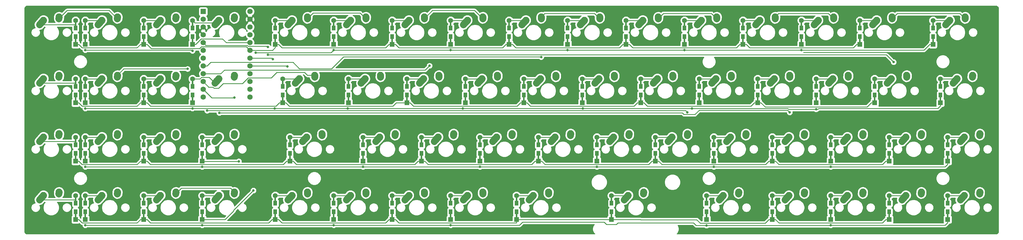
<source format=gbr>
G04 #@! TF.GenerationSoftware,KiCad,Pcbnew,(5.1.4)-1*
G04 #@! TF.CreationDate,2020-04-28T19:53:12-05:00*
G04 #@! TF.ProjectId,AugioS,41756769-6f53-42e6-9b69-6361645f7063,rev?*
G04 #@! TF.SameCoordinates,Original*
G04 #@! TF.FileFunction,Copper,L2,Bot*
G04 #@! TF.FilePolarity,Positive*
%FSLAX46Y46*%
G04 Gerber Fmt 4.6, Leading zero omitted, Abs format (unit mm)*
G04 Created by KiCad (PCBNEW (5.1.4)-1) date 2020-04-28 19:53:12*
%MOMM*%
%LPD*%
G04 APERTURE LIST*
%ADD10C,2.250000*%
%ADD11C,2.250000*%
%ADD12R,0.500000X2.900000*%
%ADD13R,1.600000X1.600000*%
%ADD14C,1.600000*%
%ADD15R,1.200000X1.600000*%
%ADD16C,1.752600*%
%ADD17R,1.752600X1.752600*%
%ADD18C,0.800000*%
%ADD19C,0.254000*%
G04 APERTURE END LIST*
D10*
X122912500Y-114268750D03*
X122257501Y-114998750D03*
D11*
X121602500Y-115728750D02*
X122912502Y-114268750D01*
D10*
X127952500Y-113188750D03*
X127932500Y-113478750D03*
D11*
X127912500Y-113768750D02*
X127952500Y-113188750D01*
D10*
X-912500Y-95218750D03*
X-1567499Y-95948750D03*
D11*
X-2222500Y-96678750D02*
X-912498Y-95218750D01*
D10*
X4127500Y-94138750D03*
X4107500Y-94428750D03*
D11*
X4087500Y-94718750D02*
X4127500Y-94138750D01*
D10*
X280075000Y-152368750D03*
X279420001Y-153098750D03*
D11*
X278765000Y-153828750D02*
X280075002Y-152368750D01*
D10*
X285115000Y-151288750D03*
X285095000Y-151578750D03*
D11*
X285075000Y-151868750D02*
X285115000Y-151288750D01*
D10*
X261025000Y-152368750D03*
X260370001Y-153098750D03*
D11*
X259715000Y-153828750D02*
X261025002Y-152368750D01*
D10*
X266065000Y-151288750D03*
X266045000Y-151578750D03*
D11*
X266025000Y-151868750D02*
X266065000Y-151288750D01*
D10*
X241975000Y-152368750D03*
X241320001Y-153098750D03*
D11*
X240665000Y-153828750D02*
X241975002Y-152368750D01*
D10*
X247015000Y-151288750D03*
X246995000Y-151578750D03*
D11*
X246975000Y-151868750D02*
X247015000Y-151288750D01*
D10*
X222925000Y-152368750D03*
X222270001Y-153098750D03*
D11*
X221615000Y-153828750D02*
X222925002Y-152368750D01*
D10*
X227965000Y-151288750D03*
X227945000Y-151578750D03*
D11*
X227925000Y-151868750D02*
X227965000Y-151288750D01*
D10*
X201493750Y-152368750D03*
X200838751Y-153098750D03*
D11*
X200183750Y-153828750D02*
X201493752Y-152368750D01*
D10*
X206533750Y-151288750D03*
X206513750Y-151578750D03*
D11*
X206493750Y-151868750D02*
X206533750Y-151288750D01*
D10*
X139581250Y-152368750D03*
X138926251Y-153098750D03*
D11*
X138271250Y-153828750D02*
X139581252Y-152368750D01*
D10*
X144621250Y-151288750D03*
X144601250Y-151578750D03*
D11*
X144581250Y-151868750D02*
X144621250Y-151288750D01*
D10*
X118150000Y-152368750D03*
X117495001Y-153098750D03*
D11*
X116840000Y-153828750D02*
X118150002Y-152368750D01*
D10*
X123190000Y-151288750D03*
X123170000Y-151578750D03*
D11*
X123150000Y-151868750D02*
X123190000Y-151288750D01*
D10*
X99100000Y-152368750D03*
X98445001Y-153098750D03*
D11*
X97790000Y-153828750D02*
X99100002Y-152368750D01*
D10*
X104140000Y-151288750D03*
X104120000Y-151578750D03*
D11*
X104100000Y-151868750D02*
X104140000Y-151288750D01*
D10*
X80050000Y-152368750D03*
X79395001Y-153098750D03*
D11*
X78740000Y-153828750D02*
X80050002Y-152368750D01*
D10*
X85090000Y-151288750D03*
X85070000Y-151578750D03*
D11*
X85050000Y-151868750D02*
X85090000Y-151288750D01*
D10*
X61000000Y-152368750D03*
X60345001Y-153098750D03*
D11*
X59690000Y-153828750D02*
X61000002Y-152368750D01*
D10*
X66040000Y-151288750D03*
X66020000Y-151578750D03*
D11*
X66000000Y-151868750D02*
X66040000Y-151288750D01*
D10*
X37187500Y-152368750D03*
X36532501Y-153098750D03*
D11*
X35877500Y-153828750D02*
X37187502Y-152368750D01*
D10*
X42227500Y-151288750D03*
X42207500Y-151578750D03*
D11*
X42187500Y-151868750D02*
X42227500Y-151288750D01*
D10*
X18137500Y-152368750D03*
X17482501Y-153098750D03*
D11*
X16827500Y-153828750D02*
X18137502Y-152368750D01*
D10*
X23177500Y-151288750D03*
X23157500Y-151578750D03*
D11*
X23137500Y-151868750D02*
X23177500Y-151288750D01*
D10*
X-912500Y-152368750D03*
X-1567499Y-153098750D03*
D11*
X-2222500Y-153828750D02*
X-912498Y-152368750D01*
D10*
X4127500Y-151288750D03*
X4107500Y-151578750D03*
D11*
X4087500Y-151868750D02*
X4127500Y-151288750D01*
D10*
X-19962500Y-152368750D03*
X-20617499Y-153098750D03*
D11*
X-21272500Y-153828750D02*
X-19962498Y-152368750D01*
D10*
X-14922500Y-151288750D03*
X-14942500Y-151578750D03*
D11*
X-14962500Y-151868750D02*
X-14922500Y-151288750D01*
D10*
X280075000Y-133318750D03*
X279420001Y-134048750D03*
D11*
X278765000Y-134778750D02*
X280075002Y-133318750D01*
D10*
X285115000Y-132238750D03*
X285095000Y-132528750D03*
D11*
X285075000Y-132818750D02*
X285115000Y-132238750D01*
D10*
X261025000Y-133318750D03*
X260370001Y-134048750D03*
D11*
X259715000Y-134778750D02*
X261025002Y-133318750D01*
D10*
X266065000Y-132238750D03*
X266045000Y-132528750D03*
D11*
X266025000Y-132818750D02*
X266065000Y-132238750D01*
D10*
X241975000Y-133318750D03*
X241320001Y-134048750D03*
D11*
X240665000Y-134778750D02*
X241975002Y-133318750D01*
D10*
X247015000Y-132238750D03*
X246995000Y-132528750D03*
D11*
X246975000Y-132818750D02*
X247015000Y-132238750D01*
D10*
X222925000Y-133318750D03*
X222270001Y-134048750D03*
D11*
X221615000Y-134778750D02*
X222925002Y-133318750D01*
D10*
X227965000Y-132238750D03*
X227945000Y-132528750D03*
D11*
X227925000Y-132818750D02*
X227965000Y-132238750D01*
D10*
X203875000Y-133318750D03*
X203220001Y-134048750D03*
D11*
X202565000Y-134778750D02*
X203875002Y-133318750D01*
D10*
X208915000Y-132238750D03*
X208895000Y-132528750D03*
D11*
X208875000Y-132818750D02*
X208915000Y-132238750D01*
D10*
X184825000Y-133318750D03*
X184170001Y-134048750D03*
D11*
X183515000Y-134778750D02*
X184825002Y-133318750D01*
D10*
X189865000Y-132238750D03*
X189845000Y-132528750D03*
D11*
X189825000Y-132818750D02*
X189865000Y-132238750D01*
D10*
X165775000Y-133318750D03*
X165120001Y-134048750D03*
D11*
X164465000Y-134778750D02*
X165775002Y-133318750D01*
D10*
X170815000Y-132238750D03*
X170795000Y-132528750D03*
D11*
X170775000Y-132818750D02*
X170815000Y-132238750D01*
D10*
X146725000Y-133318750D03*
X146070001Y-134048750D03*
D11*
X145415000Y-134778750D02*
X146725002Y-133318750D01*
D10*
X151765000Y-132238750D03*
X151745000Y-132528750D03*
D11*
X151725000Y-132818750D02*
X151765000Y-132238750D01*
D10*
X127675000Y-133318750D03*
X127020001Y-134048750D03*
D11*
X126365000Y-134778750D02*
X127675002Y-133318750D01*
D10*
X132715000Y-132238750D03*
X132695000Y-132528750D03*
D11*
X132675000Y-132818750D02*
X132715000Y-132238750D01*
D10*
X108625000Y-133318750D03*
X107970001Y-134048750D03*
D11*
X107315000Y-134778750D02*
X108625002Y-133318750D01*
D10*
X113665000Y-132238750D03*
X113645000Y-132528750D03*
D11*
X113625000Y-132818750D02*
X113665000Y-132238750D01*
D10*
X89575000Y-133318750D03*
X88920001Y-134048750D03*
D11*
X88265000Y-134778750D02*
X89575002Y-133318750D01*
D10*
X94615000Y-132238750D03*
X94595000Y-132528750D03*
D11*
X94575000Y-132818750D02*
X94615000Y-132238750D01*
D10*
X65762500Y-133318750D03*
X65107501Y-134048750D03*
D11*
X64452500Y-134778750D02*
X65762502Y-133318750D01*
D10*
X70802500Y-132238750D03*
X70782500Y-132528750D03*
D11*
X70762500Y-132818750D02*
X70802500Y-132238750D01*
D10*
X37187500Y-133318750D03*
X36532501Y-134048750D03*
D11*
X35877500Y-134778750D02*
X37187502Y-133318750D01*
D10*
X42227500Y-132238750D03*
X42207500Y-132528750D03*
D11*
X42187500Y-132818750D02*
X42227500Y-132238750D01*
D10*
X18137500Y-133318750D03*
X17482501Y-134048750D03*
D11*
X16827500Y-134778750D02*
X18137502Y-133318750D01*
D10*
X23177500Y-132238750D03*
X23157500Y-132528750D03*
D11*
X23137500Y-132818750D02*
X23177500Y-132238750D01*
D10*
X-912500Y-133318750D03*
X-1567499Y-134048750D03*
D11*
X-2222500Y-134778750D02*
X-912498Y-133318750D01*
D10*
X4127500Y-132238750D03*
X4107500Y-132528750D03*
D11*
X4087500Y-132818750D02*
X4127500Y-132238750D01*
D10*
X-19962500Y-133318750D03*
X-20617499Y-134048750D03*
D11*
X-21272500Y-134778750D02*
X-19962498Y-133318750D01*
D10*
X-14922500Y-132238750D03*
X-14942500Y-132528750D03*
D11*
X-14962500Y-132818750D02*
X-14922500Y-132238750D01*
D10*
X277693750Y-114268750D03*
X277038751Y-114998750D03*
D11*
X276383750Y-115728750D02*
X277693752Y-114268750D01*
D10*
X282733750Y-113188750D03*
X282713750Y-113478750D03*
D11*
X282693750Y-113768750D02*
X282733750Y-113188750D01*
D10*
X256262500Y-114268750D03*
X255607501Y-114998750D03*
D11*
X254952500Y-115728750D02*
X256262502Y-114268750D01*
D10*
X261302500Y-113188750D03*
X261282500Y-113478750D03*
D11*
X261262500Y-113768750D02*
X261302500Y-113188750D01*
D10*
X237212500Y-114268750D03*
X236557501Y-114998750D03*
D11*
X235902500Y-115728750D02*
X237212502Y-114268750D01*
D10*
X242252500Y-113188750D03*
X242232500Y-113478750D03*
D11*
X242212500Y-113768750D02*
X242252500Y-113188750D01*
D10*
X218162500Y-114268750D03*
X217507501Y-114998750D03*
D11*
X216852500Y-115728750D02*
X218162502Y-114268750D01*
D10*
X223202500Y-113188750D03*
X223182500Y-113478750D03*
D11*
X223162500Y-113768750D02*
X223202500Y-113188750D01*
D10*
X199112500Y-114268750D03*
X198457501Y-114998750D03*
D11*
X197802500Y-115728750D02*
X199112502Y-114268750D01*
D10*
X204152500Y-113188750D03*
X204132500Y-113478750D03*
D11*
X204112500Y-113768750D02*
X204152500Y-113188750D01*
D10*
X180062500Y-114268750D03*
X179407501Y-114998750D03*
D11*
X178752500Y-115728750D02*
X180062502Y-114268750D01*
D10*
X185102500Y-113188750D03*
X185082500Y-113478750D03*
D11*
X185062500Y-113768750D02*
X185102500Y-113188750D01*
D10*
X161012500Y-114268750D03*
X160357501Y-114998750D03*
D11*
X159702500Y-115728750D02*
X161012502Y-114268750D01*
D10*
X166052500Y-113188750D03*
X166032500Y-113478750D03*
D11*
X166012500Y-113768750D02*
X166052500Y-113188750D01*
D10*
X141962500Y-114268750D03*
X141307501Y-114998750D03*
D11*
X140652500Y-115728750D02*
X141962502Y-114268750D01*
D10*
X147002500Y-113188750D03*
X146982500Y-113478750D03*
D11*
X146962500Y-113768750D02*
X147002500Y-113188750D01*
D10*
X103862500Y-114268750D03*
X103207501Y-114998750D03*
D11*
X102552500Y-115728750D02*
X103862502Y-114268750D01*
D10*
X108902500Y-113188750D03*
X108882500Y-113478750D03*
D11*
X108862500Y-113768750D02*
X108902500Y-113188750D01*
D10*
X84812500Y-114268750D03*
X84157501Y-114998750D03*
D11*
X83502500Y-115728750D02*
X84812502Y-114268750D01*
D10*
X89852500Y-113188750D03*
X89832500Y-113478750D03*
D11*
X89812500Y-113768750D02*
X89852500Y-113188750D01*
D10*
X63381250Y-114268750D03*
X62726251Y-114998750D03*
D11*
X62071250Y-115728750D02*
X63381252Y-114268750D01*
D10*
X68421250Y-113188750D03*
X68401250Y-113478750D03*
D11*
X68381250Y-113768750D02*
X68421250Y-113188750D01*
D10*
X37187500Y-114268750D03*
X36532501Y-114998750D03*
D11*
X35877500Y-115728750D02*
X37187502Y-114268750D01*
D10*
X42227500Y-113188750D03*
X42207500Y-113478750D03*
D11*
X42187500Y-113768750D02*
X42227500Y-113188750D01*
D10*
X18137500Y-114268750D03*
X17482501Y-114998750D03*
D11*
X16827500Y-115728750D02*
X18137502Y-114268750D01*
D10*
X23177500Y-113188750D03*
X23157500Y-113478750D03*
D11*
X23137500Y-113768750D02*
X23177500Y-113188750D01*
D10*
X-912500Y-114268750D03*
X-1567499Y-114998750D03*
D11*
X-2222500Y-115728750D02*
X-912498Y-114268750D01*
D10*
X4127500Y-113188750D03*
X4107500Y-113478750D03*
D11*
X4087500Y-113768750D02*
X4127500Y-113188750D01*
D10*
X-19962500Y-114268750D03*
X-20617499Y-114998750D03*
D11*
X-21272500Y-115728750D02*
X-19962498Y-114268750D01*
D10*
X-14922500Y-113188750D03*
X-14942500Y-113478750D03*
D11*
X-14962500Y-113768750D02*
X-14922500Y-113188750D01*
D10*
X275312500Y-95218750D03*
X274657501Y-95948750D03*
D11*
X274002500Y-96678750D02*
X275312502Y-95218750D01*
D10*
X280352500Y-94138750D03*
X280332500Y-94428750D03*
D11*
X280312500Y-94718750D02*
X280352500Y-94138750D01*
D10*
X251500000Y-95218750D03*
X250845001Y-95948750D03*
D11*
X250190000Y-96678750D02*
X251500002Y-95218750D01*
D10*
X256540000Y-94138750D03*
X256520000Y-94428750D03*
D11*
X256500000Y-94718750D02*
X256540000Y-94138750D01*
D10*
X232450000Y-95218750D03*
X231795001Y-95948750D03*
D11*
X231140000Y-96678750D02*
X232450002Y-95218750D01*
D10*
X237490000Y-94138750D03*
X237470000Y-94428750D03*
D11*
X237450000Y-94718750D02*
X237490000Y-94138750D01*
D10*
X213400000Y-95218750D03*
X212745001Y-95948750D03*
D11*
X212090000Y-96678750D02*
X213400002Y-95218750D01*
D10*
X218440000Y-94138750D03*
X218420000Y-94428750D03*
D11*
X218400000Y-94718750D02*
X218440000Y-94138750D01*
D10*
X194350000Y-95218750D03*
X193695001Y-95948750D03*
D11*
X193040000Y-96678750D02*
X194350002Y-95218750D01*
D10*
X199390000Y-94138750D03*
X199370000Y-94428750D03*
D11*
X199350000Y-94718750D02*
X199390000Y-94138750D01*
D10*
X175300000Y-95218750D03*
X174645001Y-95948750D03*
D11*
X173990000Y-96678750D02*
X175300002Y-95218750D01*
D10*
X180340000Y-94138750D03*
X180320000Y-94428750D03*
D11*
X180300000Y-94718750D02*
X180340000Y-94138750D01*
D10*
X156250000Y-95218750D03*
X155595001Y-95948750D03*
D11*
X154940000Y-96678750D02*
X156250002Y-95218750D01*
D10*
X161290000Y-94138750D03*
X161270000Y-94428750D03*
D11*
X161250000Y-94718750D02*
X161290000Y-94138750D01*
D10*
X137200000Y-95218750D03*
X136545001Y-95948750D03*
D11*
X135890000Y-96678750D02*
X137200002Y-95218750D01*
D10*
X142240000Y-94138750D03*
X142220000Y-94428750D03*
D11*
X142200000Y-94718750D02*
X142240000Y-94138750D01*
D10*
X118150000Y-95218750D03*
X117495001Y-95948750D03*
D11*
X116840000Y-96678750D02*
X118150002Y-95218750D01*
D10*
X123190000Y-94138750D03*
X123170000Y-94428750D03*
D11*
X123150000Y-94718750D02*
X123190000Y-94138750D01*
D10*
X99100000Y-95218750D03*
X98445001Y-95948750D03*
D11*
X97790000Y-96678750D02*
X99100002Y-95218750D01*
D10*
X104140000Y-94138750D03*
X104120000Y-94428750D03*
D11*
X104100000Y-94718750D02*
X104140000Y-94138750D01*
D10*
X80050000Y-95218750D03*
X79395001Y-95948750D03*
D11*
X78740000Y-96678750D02*
X80050002Y-95218750D01*
D10*
X85090000Y-94138750D03*
X85070000Y-94428750D03*
D11*
X85050000Y-94718750D02*
X85090000Y-94138750D01*
D10*
X61000000Y-95218750D03*
X60345001Y-95948750D03*
D11*
X59690000Y-96678750D02*
X61000002Y-95218750D01*
D10*
X66040000Y-94138750D03*
X66020000Y-94428750D03*
D11*
X66000000Y-94718750D02*
X66040000Y-94138750D01*
D10*
X37187500Y-95218750D03*
X36532501Y-95948750D03*
D11*
X35877500Y-96678750D02*
X37187502Y-95218750D01*
D10*
X42227500Y-94138750D03*
X42207500Y-94428750D03*
D11*
X42187500Y-94718750D02*
X42227500Y-94138750D01*
D10*
X18137500Y-95218750D03*
X17482501Y-95948750D03*
D11*
X16827500Y-96678750D02*
X18137502Y-95218750D01*
D10*
X23177500Y-94138750D03*
X23157500Y-94428750D03*
D11*
X23137500Y-94718750D02*
X23177500Y-94138750D01*
D10*
X-19962500Y-95218750D03*
X-20617499Y-95948750D03*
D11*
X-21272500Y-96678750D02*
X-19962498Y-95218750D01*
D10*
X-14922500Y-94138750D03*
X-14942500Y-94428750D03*
D11*
X-14962500Y-94718750D02*
X-14922500Y-94138750D01*
D10*
X170537500Y-152368750D03*
X169882501Y-153098750D03*
D11*
X169227500Y-153828750D02*
X170537502Y-152368750D01*
D10*
X175577500Y-151288750D03*
X175557500Y-151578750D03*
D11*
X175537500Y-151868750D02*
X175577500Y-151288750D01*
D12*
X165100000Y-158868750D03*
X165100000Y-153868750D03*
D13*
X165100000Y-160268750D03*
D14*
X165100000Y-152468750D03*
D15*
X165100000Y-154968750D03*
X165100000Y-157768750D03*
X-9525000Y-157768750D03*
X-9525000Y-154968750D03*
D14*
X-9525000Y-152468750D03*
D13*
X-9525000Y-160268750D03*
D12*
X-9525000Y-153868750D03*
X-9525000Y-158868750D03*
D15*
X-9525000Y-138718750D03*
X-9525000Y-135918750D03*
D14*
X-9525000Y-133418750D03*
D13*
X-9525000Y-141218750D03*
D12*
X-9525000Y-134818750D03*
X-9525000Y-139818750D03*
D15*
X-9525000Y-119668750D03*
X-9525000Y-116868750D03*
D14*
X-9525000Y-114368750D03*
D13*
X-9525000Y-122168750D03*
D12*
X-9525000Y-115768750D03*
X-9525000Y-120768750D03*
X-9525000Y-101718750D03*
X-9525000Y-96718750D03*
D13*
X-9525000Y-103118750D03*
D14*
X-9525000Y-95318750D03*
D15*
X-9525000Y-97818750D03*
X-9525000Y-100618750D03*
D12*
X255587500Y-158868750D03*
X255587500Y-153868750D03*
D13*
X255587500Y-160268750D03*
D14*
X255587500Y-152468750D03*
D15*
X255587500Y-154968750D03*
X255587500Y-157768750D03*
D12*
X217487500Y-158868750D03*
X217487500Y-153868750D03*
D13*
X217487500Y-160268750D03*
D14*
X217487500Y-152468750D03*
D15*
X217487500Y-154968750D03*
X217487500Y-157768750D03*
D12*
X134143750Y-158868750D03*
X134143750Y-153868750D03*
D13*
X134143750Y-160268750D03*
D14*
X134143750Y-152468750D03*
D15*
X134143750Y-154968750D03*
X134143750Y-157768750D03*
D12*
X93662500Y-158868750D03*
X93662500Y-153868750D03*
D13*
X93662500Y-160268750D03*
D14*
X93662500Y-152468750D03*
D15*
X93662500Y-154968750D03*
X93662500Y-157768750D03*
D12*
X55562500Y-158868750D03*
X55562500Y-153868750D03*
D13*
X55562500Y-160268750D03*
D14*
X55562500Y-152468750D03*
D15*
X55562500Y-154968750D03*
X55562500Y-157768750D03*
D12*
X12700000Y-158868750D03*
X12700000Y-153868750D03*
D13*
X12700000Y-160268750D03*
D14*
X12700000Y-152468750D03*
D15*
X12700000Y-154968750D03*
X12700000Y-157768750D03*
D12*
X274637500Y-158868750D03*
X274637500Y-153868750D03*
D13*
X274637500Y-160268750D03*
D14*
X274637500Y-152468750D03*
D15*
X274637500Y-154968750D03*
X274637500Y-157768750D03*
D12*
X236537500Y-158868750D03*
X236537500Y-153868750D03*
D13*
X236537500Y-160268750D03*
D14*
X236537500Y-152468750D03*
D15*
X236537500Y-154968750D03*
X236537500Y-157768750D03*
D12*
X196056250Y-158868750D03*
X196056250Y-153868750D03*
D13*
X196056250Y-160268750D03*
D14*
X196056250Y-152468750D03*
D15*
X196056250Y-154968750D03*
X196056250Y-157768750D03*
D12*
X112712500Y-158868750D03*
X112712500Y-153868750D03*
D13*
X112712500Y-160268750D03*
D14*
X112712500Y-152468750D03*
D15*
X112712500Y-154968750D03*
X112712500Y-157768750D03*
D12*
X74612500Y-158868750D03*
X74612500Y-153868750D03*
D13*
X74612500Y-160268750D03*
D14*
X74612500Y-152468750D03*
D15*
X74612500Y-154968750D03*
X74612500Y-157768750D03*
D12*
X31750000Y-158868750D03*
X31750000Y-153868750D03*
D13*
X31750000Y-160268750D03*
D14*
X31750000Y-152468750D03*
D15*
X31750000Y-154968750D03*
X31750000Y-157768750D03*
D12*
X-6350000Y-158868750D03*
X-6350000Y-153868750D03*
D13*
X-6350000Y-160268750D03*
D14*
X-6350000Y-152468750D03*
D15*
X-6350000Y-154968750D03*
X-6350000Y-157768750D03*
D12*
X255587500Y-139818750D03*
X255587500Y-134818750D03*
D13*
X255587500Y-141218750D03*
D14*
X255587500Y-133418750D03*
D15*
X255587500Y-135918750D03*
X255587500Y-138718750D03*
D12*
X217487500Y-139818750D03*
X217487500Y-134818750D03*
D13*
X217487500Y-141218750D03*
D14*
X217487500Y-133418750D03*
D15*
X217487500Y-135918750D03*
X217487500Y-138718750D03*
D12*
X179387500Y-139818750D03*
X179387500Y-134818750D03*
D13*
X179387500Y-141218750D03*
D14*
X179387500Y-133418750D03*
D15*
X179387500Y-135918750D03*
X179387500Y-138718750D03*
D12*
X141287500Y-139818750D03*
X141287500Y-134818750D03*
D13*
X141287500Y-141218750D03*
D14*
X141287500Y-133418750D03*
D15*
X141287500Y-135918750D03*
X141287500Y-138718750D03*
D12*
X103187500Y-139818750D03*
X103187500Y-134818750D03*
D13*
X103187500Y-141218750D03*
D14*
X103187500Y-133418750D03*
D15*
X103187500Y-135918750D03*
X103187500Y-138718750D03*
D12*
X60325000Y-139818750D03*
X60325000Y-134818750D03*
D13*
X60325000Y-141218750D03*
D14*
X60325000Y-133418750D03*
D15*
X60325000Y-135918750D03*
X60325000Y-138718750D03*
D12*
X12700000Y-139818750D03*
X12700000Y-134818750D03*
D13*
X12700000Y-141218750D03*
D14*
X12700000Y-133418750D03*
D15*
X12700000Y-135918750D03*
X12700000Y-138718750D03*
D12*
X274637500Y-139818750D03*
X274637500Y-134818750D03*
D13*
X274637500Y-141218750D03*
D14*
X274637500Y-133418750D03*
D15*
X274637500Y-135918750D03*
X274637500Y-138718750D03*
D12*
X236537500Y-139818750D03*
X236537500Y-134818750D03*
D13*
X236537500Y-141218750D03*
D14*
X236537500Y-133418750D03*
D15*
X236537500Y-135918750D03*
X236537500Y-138718750D03*
D12*
X198437500Y-139818750D03*
X198437500Y-134818750D03*
D13*
X198437500Y-141218750D03*
D14*
X198437500Y-133418750D03*
D15*
X198437500Y-135918750D03*
X198437500Y-138718750D03*
D12*
X160337500Y-139818750D03*
X160337500Y-134818750D03*
D13*
X160337500Y-141218750D03*
D14*
X160337500Y-133418750D03*
D15*
X160337500Y-135918750D03*
X160337500Y-138718750D03*
D12*
X122237500Y-139818750D03*
X122237500Y-134818750D03*
D13*
X122237500Y-141218750D03*
D14*
X122237500Y-133418750D03*
D15*
X122237500Y-135918750D03*
X122237500Y-138718750D03*
D12*
X84137500Y-139818750D03*
X84137500Y-134818750D03*
D13*
X84137500Y-141218750D03*
D14*
X84137500Y-133418750D03*
D15*
X84137500Y-135918750D03*
X84137500Y-138718750D03*
D12*
X31750000Y-139818750D03*
X31750000Y-134818750D03*
D13*
X31750000Y-141218750D03*
D14*
X31750000Y-133418750D03*
D15*
X31750000Y-135918750D03*
X31750000Y-138718750D03*
D12*
X-6350000Y-139818750D03*
X-6350000Y-134818750D03*
D13*
X-6350000Y-141218750D03*
D14*
X-6350000Y-133418750D03*
D15*
X-6350000Y-135918750D03*
X-6350000Y-138718750D03*
D12*
X250825000Y-120768750D03*
X250825000Y-115768750D03*
D13*
X250825000Y-122168750D03*
D14*
X250825000Y-114368750D03*
D15*
X250825000Y-116868750D03*
X250825000Y-119668750D03*
D12*
X212725000Y-120768750D03*
X212725000Y-115768750D03*
D13*
X212725000Y-122168750D03*
D14*
X212725000Y-114368750D03*
D15*
X212725000Y-116868750D03*
X212725000Y-119668750D03*
D12*
X174625000Y-120768750D03*
X174625000Y-115768750D03*
D13*
X174625000Y-122168750D03*
D14*
X174625000Y-114368750D03*
D15*
X174625000Y-116868750D03*
X174625000Y-119668750D03*
D12*
X136525000Y-120768750D03*
X136525000Y-115768750D03*
D13*
X136525000Y-122168750D03*
D14*
X136525000Y-114368750D03*
D15*
X136525000Y-116868750D03*
X136525000Y-119668750D03*
D12*
X98425000Y-120768750D03*
X98425000Y-115768750D03*
D13*
X98425000Y-122168750D03*
D14*
X98425000Y-114368750D03*
D15*
X98425000Y-116868750D03*
X98425000Y-119668750D03*
D12*
X57943750Y-120768750D03*
X57943750Y-115768750D03*
D13*
X57943750Y-122168750D03*
D14*
X57943750Y-114368750D03*
D15*
X57943750Y-116868750D03*
X57943750Y-119668750D03*
D12*
X12700000Y-120768750D03*
X12700000Y-115768750D03*
D13*
X12700000Y-122168750D03*
D14*
X12700000Y-114368750D03*
D15*
X12700000Y-116868750D03*
X12700000Y-119668750D03*
D12*
X272256250Y-120768750D03*
X272256250Y-115768750D03*
D13*
X272256250Y-122168750D03*
D14*
X272256250Y-114368750D03*
D15*
X272256250Y-116868750D03*
X272256250Y-119668750D03*
D12*
X231775000Y-120768750D03*
X231775000Y-115768750D03*
D13*
X231775000Y-122168750D03*
D14*
X231775000Y-114368750D03*
D15*
X231775000Y-116868750D03*
X231775000Y-119668750D03*
D12*
X193675000Y-120768750D03*
X193675000Y-115768750D03*
D13*
X193675000Y-122168750D03*
D14*
X193675000Y-114368750D03*
D15*
X193675000Y-116868750D03*
X193675000Y-119668750D03*
D12*
X155575000Y-120768750D03*
X155575000Y-115768750D03*
D13*
X155575000Y-122168750D03*
D14*
X155575000Y-114368750D03*
D15*
X155575000Y-116868750D03*
X155575000Y-119668750D03*
D12*
X117475000Y-120768750D03*
X117475000Y-115768750D03*
D13*
X117475000Y-122168750D03*
D14*
X117475000Y-114368750D03*
D15*
X117475000Y-116868750D03*
X117475000Y-119668750D03*
D12*
X79375000Y-120768750D03*
X79375000Y-115768750D03*
D13*
X79375000Y-122168750D03*
D14*
X79375000Y-114368750D03*
D15*
X79375000Y-116868750D03*
X79375000Y-119668750D03*
D12*
X28575000Y-120768750D03*
X28575000Y-115768750D03*
D13*
X28575000Y-122168750D03*
D14*
X28575000Y-114368750D03*
D15*
X28575000Y-116868750D03*
X28575000Y-119668750D03*
D12*
X-6350000Y-120768750D03*
X-6350000Y-115768750D03*
D13*
X-6350000Y-122168750D03*
D14*
X-6350000Y-114368750D03*
D15*
X-6350000Y-116868750D03*
X-6350000Y-119668750D03*
D12*
X246062500Y-101718750D03*
X246062500Y-96718750D03*
D13*
X246062500Y-103118750D03*
D14*
X246062500Y-95318750D03*
D15*
X246062500Y-97818750D03*
X246062500Y-100618750D03*
D12*
X207962500Y-101718750D03*
X207962500Y-96718750D03*
D13*
X207962500Y-103118750D03*
D14*
X207962500Y-95318750D03*
D15*
X207962500Y-97818750D03*
X207962500Y-100618750D03*
D12*
X169862500Y-101718750D03*
X169862500Y-96718750D03*
D13*
X169862500Y-103118750D03*
D14*
X169862500Y-95318750D03*
D15*
X169862500Y-97818750D03*
X169862500Y-100618750D03*
D12*
X131762500Y-101718750D03*
X131762500Y-96718750D03*
D13*
X131762500Y-103118750D03*
D14*
X131762500Y-95318750D03*
D15*
X131762500Y-97818750D03*
X131762500Y-100618750D03*
D12*
X93662500Y-101718750D03*
X93662500Y-96718750D03*
D13*
X93662500Y-103118750D03*
D14*
X93662500Y-95318750D03*
D15*
X93662500Y-97818750D03*
X93662500Y-100618750D03*
D12*
X55562500Y-101718750D03*
X55562500Y-96718750D03*
D13*
X55562500Y-103118750D03*
D14*
X55562500Y-95318750D03*
D15*
X55562500Y-97818750D03*
X55562500Y-100618750D03*
D12*
X12700000Y-101718750D03*
X12700000Y-96718750D03*
D13*
X12700000Y-103118750D03*
D14*
X12700000Y-95318750D03*
D15*
X12700000Y-97818750D03*
X12700000Y-100618750D03*
D12*
X269875000Y-101718750D03*
X269875000Y-96718750D03*
D13*
X269875000Y-103118750D03*
D14*
X269875000Y-95318750D03*
D15*
X269875000Y-97818750D03*
X269875000Y-100618750D03*
D12*
X227012500Y-101718750D03*
X227012500Y-96718750D03*
D13*
X227012500Y-103118750D03*
D14*
X227012500Y-95318750D03*
D15*
X227012500Y-97818750D03*
X227012500Y-100618750D03*
D12*
X188912500Y-101718750D03*
X188912500Y-96718750D03*
D13*
X188912500Y-103118750D03*
D14*
X188912500Y-95318750D03*
D15*
X188912500Y-97818750D03*
X188912500Y-100618750D03*
D12*
X150812500Y-101718750D03*
X150812500Y-96718750D03*
D13*
X150812500Y-103118750D03*
D14*
X150812500Y-95318750D03*
D15*
X150812500Y-97818750D03*
X150812500Y-100618750D03*
D12*
X112712500Y-101718750D03*
X112712500Y-96718750D03*
D13*
X112712500Y-103118750D03*
D14*
X112712500Y-95318750D03*
D15*
X112712500Y-97818750D03*
X112712500Y-100618750D03*
D12*
X74612500Y-101718750D03*
X74612500Y-96718750D03*
D13*
X74612500Y-103118750D03*
D14*
X74612500Y-95318750D03*
D15*
X74612500Y-97818750D03*
X74612500Y-100618750D03*
D12*
X28575000Y-101718750D03*
X28575000Y-96718750D03*
D13*
X28575000Y-103118750D03*
D14*
X28575000Y-95318750D03*
D15*
X28575000Y-97818750D03*
X28575000Y-100618750D03*
D12*
X-6350000Y-101718750D03*
X-6350000Y-96718750D03*
D13*
X-6350000Y-103118750D03*
D14*
X-6350000Y-95318750D03*
D15*
X-6350000Y-97818750D03*
X-6350000Y-100618750D03*
D16*
X47307500Y-92392500D03*
X32067500Y-120332500D03*
X47307500Y-94932500D03*
X47307500Y-97472500D03*
X47307500Y-100012500D03*
X47307500Y-102552500D03*
X47307500Y-105092500D03*
X47307500Y-107632500D03*
X47307500Y-110172500D03*
X47307500Y-112712500D03*
X47307500Y-115252500D03*
X47307500Y-117792500D03*
X47307500Y-120332500D03*
X32067500Y-117792500D03*
X32067500Y-115252500D03*
X32067500Y-112712500D03*
X32067500Y-110172500D03*
X32067500Y-107632500D03*
X32067500Y-105092500D03*
X32067500Y-102552500D03*
X32067500Y-100012500D03*
X32067500Y-97472500D03*
X32067500Y-94932500D03*
D17*
X32067500Y-92392500D03*
D18*
X227012500Y-104972751D03*
X188912500Y-104972751D03*
X150812500Y-104972751D03*
X112712500Y-104972751D03*
X74612500Y-104972751D03*
X49212500Y-105819500D03*
X-6350000Y-104972751D03*
X28575000Y-105241915D03*
X-6350000Y-124022751D03*
X28575000Y-124022751D03*
X191293750Y-124022751D03*
X231775000Y-124295741D03*
X116681250Y-124022751D03*
X155772751Y-124022751D03*
X79177249Y-124022751D03*
X54768750Y-107950000D03*
X55364749Y-124022751D03*
X59531250Y-110331250D03*
X43656250Y-141287500D03*
X-6350000Y-143072751D03*
X31750000Y-143072751D03*
X84137500Y-143072751D03*
X122237500Y-143072751D03*
X160337500Y-143072751D03*
X198437500Y-143072751D03*
X236537500Y-143072751D03*
X-6350000Y-162122751D03*
X31750000Y-162122751D03*
X74612500Y-162122751D03*
X112712500Y-162122751D03*
X196056250Y-162229749D03*
X236537500Y-162122751D03*
X48418750Y-150812500D03*
X26987500Y-111125000D03*
X42227500Y-120491250D03*
X105806875Y-110093125D03*
X142200000Y-107275000D03*
X33337500Y-124749751D03*
X189825000Y-125293750D03*
X37306250Y-125476751D03*
X223162500Y-125293750D03*
X53181250Y-103981250D03*
X53181250Y-106546500D03*
X257016250Y-108902500D03*
D19*
X-1012500Y-95318750D02*
X-912500Y-95218750D01*
X-6350000Y-95318750D02*
X-1012500Y-95318750D01*
X46068225Y-102552500D02*
X47307500Y-102552500D01*
X39586316Y-102552500D02*
X46068225Y-102552500D01*
X38383015Y-101349199D02*
X39586316Y-102552500D01*
X31398551Y-101349199D02*
X38383015Y-101349199D01*
X29629000Y-103118750D02*
X31398551Y-101349199D01*
X28575000Y-103118750D02*
X29629000Y-103118750D01*
X266966999Y-104972751D02*
X227012500Y-104972751D01*
X269875000Y-103118750D02*
X268821000Y-103118750D01*
X268821000Y-103118750D02*
X266966999Y-104972751D01*
X227012500Y-104972751D02*
X188912500Y-104972751D01*
X188912500Y-104972751D02*
X150812500Y-104972751D01*
X150812500Y-104972751D02*
X112712500Y-104972751D01*
X112712500Y-104972751D02*
X74612500Y-104972751D01*
X74612500Y-104972751D02*
X73765751Y-105819500D01*
X73765751Y-105819500D02*
X49212500Y-105819500D01*
X-6350000Y-104972751D02*
X28305836Y-104972751D01*
X28305836Y-104972751D02*
X28575000Y-105241915D01*
X35334551Y-96135801D02*
X35877500Y-96678750D01*
X29392051Y-96135801D02*
X35334551Y-96135801D01*
X28575000Y-95318750D02*
X29392051Y-96135801D01*
X79950000Y-95318750D02*
X80050000Y-95218750D01*
X74612500Y-95318750D02*
X79950000Y-95318750D01*
X118050000Y-95318750D02*
X118150000Y-95218750D01*
X112712500Y-95318750D02*
X118050000Y-95318750D01*
X156150000Y-95318750D02*
X156250000Y-95218750D01*
X150812500Y-95318750D02*
X156150000Y-95318750D01*
X194250000Y-95318750D02*
X194350000Y-95218750D01*
X188912500Y-95318750D02*
X194250000Y-95318750D01*
X232350000Y-95318750D02*
X232450000Y-95218750D01*
X227012500Y-95318750D02*
X232350000Y-95318750D01*
X275212500Y-95318750D02*
X275312500Y-95218750D01*
X269875000Y-95318750D02*
X275212500Y-95318750D01*
X-21232500Y-96718750D02*
X-9525000Y-96718750D01*
X-21272500Y-96678750D02*
X-21232500Y-96718750D01*
X46431201Y-104216201D02*
X47307500Y-105092500D01*
X46104199Y-103889199D02*
X46431201Y-104216201D01*
X31489915Y-103889199D02*
X46104199Y-103889199D01*
X30864199Y-104514915D02*
X31489915Y-103889199D01*
X15150165Y-104514915D02*
X30864199Y-104514915D01*
X13754000Y-103118750D02*
X15150165Y-104514915D01*
X12700000Y-103118750D02*
X13754000Y-103118750D01*
X11646000Y-103118750D02*
X12700000Y-103118750D01*
X10518999Y-104245751D02*
X11646000Y-103118750D01*
X-7343999Y-104245751D02*
X10518999Y-104245751D01*
X-8471000Y-103118750D02*
X-7343999Y-104245751D01*
X-9525000Y-103118750D02*
X-8471000Y-103118750D01*
X55562500Y-104172750D02*
X55562500Y-103118750D01*
X54642750Y-105092500D02*
X55562500Y-104172750D01*
X47307500Y-105092500D02*
X54642750Y-105092500D01*
X92608500Y-103118750D02*
X93662500Y-103118750D01*
X91481499Y-104245751D02*
X92608500Y-103118750D01*
X57743501Y-104245751D02*
X91481499Y-104245751D01*
X56616500Y-103118750D02*
X57743501Y-104245751D01*
X55562500Y-103118750D02*
X56616500Y-103118750D01*
X130708500Y-103118750D02*
X131762500Y-103118750D01*
X129581499Y-104245751D02*
X130708500Y-103118750D01*
X95843501Y-104245751D02*
X129581499Y-104245751D01*
X94716500Y-103118750D02*
X95843501Y-104245751D01*
X93662500Y-103118750D02*
X94716500Y-103118750D01*
X168808500Y-103118750D02*
X169862500Y-103118750D01*
X167681499Y-104245751D02*
X168808500Y-103118750D01*
X133943501Y-104245751D02*
X167681499Y-104245751D01*
X132816500Y-103118750D02*
X133943501Y-104245751D01*
X131762500Y-103118750D02*
X132816500Y-103118750D01*
X206908500Y-103118750D02*
X207962500Y-103118750D01*
X205781499Y-104245751D02*
X206908500Y-103118750D01*
X172043501Y-104245751D02*
X205781499Y-104245751D01*
X170916500Y-103118750D02*
X172043501Y-104245751D01*
X169862500Y-103118750D02*
X170916500Y-103118750D01*
X209016500Y-103118750D02*
X207962500Y-103118750D01*
X210143501Y-104245751D02*
X209016500Y-103118750D01*
X243881499Y-104245751D02*
X210143501Y-104245751D01*
X245008500Y-103118750D02*
X243881499Y-104245751D01*
X246062500Y-103118750D02*
X245008500Y-103118750D01*
X18037500Y-95318750D02*
X18137500Y-95218750D01*
X12700000Y-95318750D02*
X18037500Y-95318750D01*
X60900000Y-95318750D02*
X61000000Y-95218750D01*
X55562500Y-95318750D02*
X60900000Y-95318750D01*
X99000000Y-95318750D02*
X99100000Y-95218750D01*
X93662500Y-95318750D02*
X99000000Y-95318750D01*
X137100000Y-95318750D02*
X137200000Y-95218750D01*
X131762500Y-95318750D02*
X137100000Y-95318750D01*
X175200000Y-95318750D02*
X175300000Y-95218750D01*
X169862500Y-95318750D02*
X175200000Y-95318750D01*
X213300000Y-95318750D02*
X213400000Y-95218750D01*
X207962500Y-95318750D02*
X213300000Y-95318750D01*
X251400000Y-95318750D02*
X251500000Y-95218750D01*
X246062500Y-95318750D02*
X251400000Y-95318750D01*
X-6350000Y-124022751D02*
X28575000Y-124022751D01*
X272256250Y-123222750D02*
X272256250Y-122168750D01*
X271456249Y-124022751D02*
X272256250Y-123222750D01*
X232613675Y-124022751D02*
X271456249Y-124022751D01*
X232340685Y-124295741D02*
X232613675Y-124022751D01*
X231775000Y-124295741D02*
X232340685Y-124295741D01*
X191859435Y-124022751D02*
X191293750Y-124022751D01*
X222533568Y-124022751D02*
X191859435Y-124022751D01*
X222806558Y-124295741D02*
X222533568Y-124022751D01*
X231775000Y-124295741D02*
X222806558Y-124295741D01*
X153193750Y-124022751D02*
X155377249Y-124022751D01*
X115093750Y-124022751D02*
X117277249Y-124022751D01*
X117277249Y-124022751D02*
X153193750Y-124022751D01*
X155377249Y-124022751D02*
X155772751Y-124022751D01*
X155772751Y-124022751D02*
X191293750Y-124022751D01*
X76993750Y-124022751D02*
X79177249Y-124022751D01*
X79177249Y-124022751D02*
X115093750Y-124022751D01*
X47307500Y-107632500D02*
X54451250Y-107632500D01*
X54451250Y-107632500D02*
X54768750Y-107950000D01*
X28575000Y-124022751D02*
X55364749Y-124022751D01*
X55364749Y-124022751D02*
X76993750Y-124022751D01*
X-1012500Y-114368750D02*
X-912500Y-114268750D01*
X-6350000Y-114368750D02*
X-1012500Y-114368750D01*
X35596510Y-114268750D02*
X37187500Y-114268750D01*
X34064551Y-113915801D02*
X35877500Y-115728750D01*
X31489915Y-113915801D02*
X34064551Y-113915801D01*
X31036966Y-114368750D02*
X31489915Y-113915801D01*
X28575000Y-114368750D02*
X31036966Y-114368750D01*
X84712500Y-114368750D02*
X84812500Y-114268750D01*
X79375000Y-114368750D02*
X84712500Y-114368750D01*
X122812500Y-114368750D02*
X122912500Y-114268750D01*
X117475000Y-114368750D02*
X122812500Y-114368750D01*
X160912500Y-114368750D02*
X161012500Y-114268750D01*
X155575000Y-114368750D02*
X160912500Y-114368750D01*
X199012500Y-114368750D02*
X199112500Y-114268750D01*
X193675000Y-114368750D02*
X199012500Y-114368750D01*
X237112500Y-114368750D02*
X237212500Y-114268750D01*
X231775000Y-114368750D02*
X237112500Y-114368750D01*
X277593750Y-114368750D02*
X277693750Y-114268750D01*
X272256250Y-114368750D02*
X277593750Y-114368750D01*
X47307500Y-110172500D02*
X59372500Y-110172500D01*
X59372500Y-110172500D02*
X59531250Y-110331250D01*
X11646000Y-122168750D02*
X12700000Y-122168750D01*
X10518999Y-123295751D02*
X11646000Y-122168750D01*
X-7343999Y-123295751D02*
X10518999Y-123295751D01*
X-8471000Y-122168750D02*
X-7343999Y-123295751D01*
X-9525000Y-122168750D02*
X-8471000Y-122168750D01*
X56889750Y-122168750D02*
X57943750Y-122168750D01*
X55762749Y-123295751D02*
X56889750Y-122168750D01*
X14881001Y-123295751D02*
X55762749Y-123295751D01*
X13754000Y-122168750D02*
X14881001Y-123295751D01*
X12700000Y-122168750D02*
X13754000Y-122168750D01*
X60124751Y-123295751D02*
X93862749Y-123295751D01*
X58997750Y-122168750D02*
X60124751Y-123295751D01*
X57943750Y-122168750D02*
X58997750Y-122168750D01*
X213779000Y-122168750D02*
X212725000Y-122168750D01*
X215178991Y-123568741D02*
X213779000Y-122168750D01*
X248371009Y-123568741D02*
X215178991Y-123568741D01*
X249771000Y-122168750D02*
X248371009Y-123568741D01*
X250825000Y-122168750D02*
X249771000Y-122168750D01*
X175679000Y-122168750D02*
X174625000Y-122168750D01*
X176806000Y-123295750D02*
X175679000Y-122168750D01*
X210544000Y-123295750D02*
X176806000Y-123295750D01*
X211671000Y-122168750D02*
X210544000Y-123295750D01*
X212725000Y-122168750D02*
X211671000Y-122168750D01*
X94989750Y-122168750D02*
X98425000Y-122168750D01*
X93862749Y-123295751D02*
X94989750Y-122168750D01*
X135471000Y-122168750D02*
X136525000Y-122168750D01*
X134343999Y-123295751D02*
X135471000Y-122168750D01*
X100606001Y-123295751D02*
X134343999Y-123295751D01*
X99479000Y-122168750D02*
X100606001Y-123295751D01*
X98425000Y-122168750D02*
X99479000Y-122168750D01*
X173571000Y-122168750D02*
X174625000Y-122168750D01*
X172443999Y-123295751D02*
X173571000Y-122168750D01*
X138706001Y-123295751D02*
X172443999Y-123295751D01*
X137579000Y-122168750D02*
X138706001Y-123295751D01*
X136525000Y-122168750D02*
X137579000Y-122168750D01*
X-21232500Y-115768750D02*
X-9525000Y-115768750D01*
X-21272500Y-115728750D02*
X-21232500Y-115768750D01*
X18037500Y-114368750D02*
X18137500Y-114268750D01*
X12700000Y-114368750D02*
X18037500Y-114368750D01*
X63281250Y-114368750D02*
X63381250Y-114268750D01*
X57943750Y-114368750D02*
X63281250Y-114368750D01*
X103762500Y-114368750D02*
X103862500Y-114268750D01*
X98425000Y-114368750D02*
X103762500Y-114368750D01*
X141862500Y-114368750D02*
X141962500Y-114268750D01*
X136525000Y-114368750D02*
X141862500Y-114368750D01*
X179962500Y-114368750D02*
X180062500Y-114268750D01*
X174625000Y-114368750D02*
X179962500Y-114368750D01*
X218062500Y-114368750D02*
X218162500Y-114268750D01*
X212725000Y-114368750D02*
X218062500Y-114368750D01*
X31818750Y-141287500D02*
X31750000Y-141218750D01*
X43656250Y-141287500D02*
X31818750Y-141287500D01*
X-6350000Y-143072751D02*
X31750000Y-143072751D01*
X31750000Y-143072751D02*
X84137500Y-143072751D01*
X84137500Y-143072751D02*
X122237500Y-143072751D01*
X122237500Y-143072751D02*
X160337500Y-143072751D01*
X160337500Y-143072751D02*
X198437500Y-143072751D01*
X198437500Y-143072751D02*
X236537500Y-143072751D01*
X274637500Y-142272750D02*
X274637500Y-141218750D01*
X273837499Y-143072751D02*
X274637500Y-142272750D01*
X236537500Y-143072751D02*
X273837499Y-143072751D01*
X256162500Y-114368750D02*
X256262500Y-114268750D01*
X250825000Y-114368750D02*
X256162500Y-114368750D01*
X-1012500Y-133418750D02*
X-912500Y-133318750D01*
X-6350000Y-133418750D02*
X-1012500Y-133418750D01*
X37087500Y-133418750D02*
X37187500Y-133318750D01*
X31750000Y-133418750D02*
X37087500Y-133418750D01*
X89475000Y-133418750D02*
X89575000Y-133318750D01*
X84137500Y-133418750D02*
X89475000Y-133418750D01*
X127575000Y-133418750D02*
X127675000Y-133318750D01*
X122237500Y-133418750D02*
X127575000Y-133418750D01*
X165675000Y-133418750D02*
X165775000Y-133318750D01*
X160337500Y-133418750D02*
X165675000Y-133418750D01*
X203775000Y-133418750D02*
X203875000Y-133318750D01*
X198437500Y-133418750D02*
X203775000Y-133418750D01*
X241875000Y-133418750D02*
X241975000Y-133318750D01*
X236537500Y-133418750D02*
X241875000Y-133418750D01*
X218541500Y-141218750D02*
X217487500Y-141218750D01*
X219668501Y-142345751D02*
X218541500Y-141218750D01*
X253406499Y-142345751D02*
X219668501Y-142345751D01*
X254533500Y-141218750D02*
X253406499Y-142345751D01*
X255587500Y-141218750D02*
X254533500Y-141218750D01*
X180441500Y-141218750D02*
X179387500Y-141218750D01*
X181568501Y-142345751D02*
X180441500Y-141218750D01*
X215306499Y-142345751D02*
X181568501Y-142345751D01*
X216433500Y-141218750D02*
X215306499Y-142345751D01*
X217487500Y-141218750D02*
X216433500Y-141218750D01*
X142341500Y-141218750D02*
X141287500Y-141218750D01*
X143468501Y-142345751D02*
X142341500Y-141218750D01*
X177206499Y-142345751D02*
X143468501Y-142345751D01*
X178333500Y-141218750D02*
X177206499Y-142345751D01*
X179387500Y-141218750D02*
X178333500Y-141218750D01*
X104241500Y-141218750D02*
X103187500Y-141218750D01*
X105368501Y-142345751D02*
X104241500Y-141218750D01*
X139106499Y-142345751D02*
X105368501Y-142345751D01*
X140233500Y-141218750D02*
X139106499Y-142345751D01*
X141287500Y-141218750D02*
X140233500Y-141218750D01*
X61379000Y-141218750D02*
X60325000Y-141218750D01*
X62506001Y-142345751D02*
X61379000Y-141218750D01*
X101006499Y-142345751D02*
X62506001Y-142345751D01*
X102133500Y-141218750D02*
X101006499Y-142345751D01*
X103187500Y-141218750D02*
X102133500Y-141218750D01*
X13754000Y-141218750D02*
X12700000Y-141218750D01*
X14881001Y-142345751D02*
X13754000Y-141218750D01*
X58143999Y-142345751D02*
X14881001Y-142345751D01*
X59271000Y-141218750D02*
X58143999Y-142345751D01*
X60325000Y-141218750D02*
X59271000Y-141218750D01*
X-8471000Y-141218750D02*
X-9525000Y-141218750D01*
X-7343999Y-142345751D02*
X-8471000Y-141218750D01*
X10518999Y-142345751D02*
X-7343999Y-142345751D01*
X11646000Y-141218750D02*
X10518999Y-142345751D01*
X12700000Y-141218750D02*
X11646000Y-141218750D01*
X279975000Y-133418750D02*
X280075000Y-133318750D01*
X274637500Y-133418750D02*
X279975000Y-133418750D01*
X-21232500Y-134818750D02*
X-9525000Y-134818750D01*
X-21272500Y-134778750D02*
X-21232500Y-134818750D01*
X18037500Y-133418750D02*
X18137500Y-133318750D01*
X12700000Y-133418750D02*
X18037500Y-133418750D01*
X65662500Y-133418750D02*
X65762500Y-133318750D01*
X60325000Y-133418750D02*
X65662500Y-133418750D01*
X108525000Y-133418750D02*
X108625000Y-133318750D01*
X103187500Y-133418750D02*
X108525000Y-133418750D01*
X146625000Y-133418750D02*
X146725000Y-133318750D01*
X141287500Y-133418750D02*
X146625000Y-133418750D01*
X184725000Y-133418750D02*
X184825000Y-133318750D01*
X179387500Y-133418750D02*
X184725000Y-133418750D01*
X-6350000Y-162122751D02*
X31750000Y-162122751D01*
X31750000Y-162122751D02*
X74612500Y-162122751D01*
X74612500Y-162122751D02*
X112712500Y-162122751D01*
X196056250Y-162229749D02*
X236430502Y-162229749D01*
X236430502Y-162229749D02*
X236537500Y-162122751D01*
X274637500Y-161322750D02*
X274637500Y-160268750D01*
X273837499Y-162122751D02*
X274637500Y-161322750D01*
X236537500Y-162122751D02*
X273837499Y-162122751D01*
X32804000Y-160268750D02*
X31750000Y-160268750D01*
X39222434Y-160268750D02*
X32804000Y-160268750D01*
X42008401Y-157482783D02*
X39222434Y-160268750D01*
X42008401Y-157222849D02*
X42008401Y-157482783D01*
X48418750Y-150812500D02*
X42008401Y-157222849D01*
X194164001Y-162229749D02*
X196056250Y-162229749D01*
X192656997Y-162229749D02*
X194164001Y-162229749D01*
X191822999Y-161395751D02*
X192656997Y-162229749D01*
X167216749Y-161395751D02*
X191822999Y-161395751D01*
X112712500Y-162122751D02*
X135135251Y-162122751D01*
X135135251Y-162122751D02*
X136126752Y-161131250D01*
X136126752Y-161131250D02*
X162718750Y-161131250D01*
X162718750Y-161131250D02*
X163512500Y-161925000D01*
X163512500Y-161925000D02*
X166687500Y-161925000D01*
X166687500Y-161925000D02*
X167216749Y-161395751D01*
X222825000Y-133418750D02*
X222925000Y-133318750D01*
X217487500Y-133418750D02*
X222825000Y-133418750D01*
X260925000Y-133418750D02*
X261025000Y-133318750D01*
X255587500Y-133418750D02*
X260925000Y-133418750D01*
X-1012500Y-152468750D02*
X-912500Y-152368750D01*
X-6350000Y-152468750D02*
X-1012500Y-152468750D01*
X37087500Y-152468750D02*
X37187500Y-152368750D01*
X31750000Y-152468750D02*
X37087500Y-152468750D01*
X79950000Y-152468750D02*
X80050000Y-152368750D01*
X74612500Y-152468750D02*
X79950000Y-152468750D01*
X118050000Y-152468750D02*
X118150000Y-152368750D01*
X112712500Y-152468750D02*
X118050000Y-152468750D01*
X201393750Y-152468750D02*
X201493750Y-152368750D01*
X196056250Y-152468750D02*
X201393750Y-152468750D01*
X218541500Y-160268750D02*
X217487500Y-160268750D01*
X219668501Y-161395751D02*
X218541500Y-160268750D01*
X253406499Y-161395751D02*
X219668501Y-161395751D01*
X254533500Y-160268750D02*
X253406499Y-161395751D01*
X255587500Y-160268750D02*
X254533500Y-160268750D01*
X216433500Y-160268750D02*
X215199501Y-161502749D01*
X165100000Y-160268750D02*
X134143750Y-160268750D01*
X94716500Y-160268750D02*
X93662500Y-160268750D01*
X95843501Y-161395751D02*
X94716500Y-160268750D01*
X134070749Y-161395751D02*
X95843501Y-161395751D01*
X134143750Y-161322750D02*
X134070749Y-161395751D01*
X134143750Y-160268750D02*
X134143750Y-161322750D01*
X56616500Y-160268750D02*
X55562500Y-160268750D01*
X57743501Y-161395751D02*
X56616500Y-160268750D01*
X91481499Y-161395751D02*
X57743501Y-161395751D01*
X92608500Y-160268750D02*
X91481499Y-161395751D01*
X93662500Y-160268750D02*
X92608500Y-160268750D01*
X13754000Y-160268750D02*
X12700000Y-160268750D01*
X14881001Y-161395751D02*
X13754000Y-160268750D01*
X53381499Y-161395751D02*
X14881001Y-161395751D01*
X54508500Y-160268750D02*
X53381499Y-161395751D01*
X55562500Y-160268750D02*
X54508500Y-160268750D01*
X-8471000Y-160268750D02*
X-9525000Y-160268750D01*
X-7343999Y-161395751D02*
X-8471000Y-160268750D01*
X10518999Y-161395751D02*
X-7343999Y-161395751D01*
X11646000Y-160268750D02*
X10518999Y-161395751D01*
X12700000Y-160268750D02*
X11646000Y-160268750D01*
X165100000Y-160268750D02*
X174556250Y-160268750D01*
X174556250Y-160268750D02*
X174625000Y-160337500D01*
X174625000Y-160337500D02*
X192881250Y-160337500D01*
X216433500Y-160268750D02*
X217487500Y-160268750D01*
X215199502Y-161502748D02*
X216433500Y-160268750D01*
X194046498Y-161502748D02*
X215199502Y-161502748D01*
X192881250Y-160337500D02*
X194046498Y-161502748D01*
X241875000Y-152468750D02*
X241975000Y-152368750D01*
X236537500Y-152468750D02*
X241875000Y-152468750D01*
X279975000Y-152468750D02*
X280075000Y-152368750D01*
X274637500Y-152468750D02*
X279975000Y-152468750D01*
X-21232500Y-153868750D02*
X-9525000Y-153868750D01*
X-21272500Y-153828750D02*
X-21232500Y-153868750D01*
X18037500Y-152468750D02*
X18137500Y-152368750D01*
X12700000Y-152468750D02*
X18037500Y-152468750D01*
X60900000Y-152468750D02*
X61000000Y-152368750D01*
X55562500Y-152468750D02*
X60900000Y-152468750D01*
X99000000Y-152468750D02*
X99100000Y-152368750D01*
X93662500Y-152468750D02*
X99000000Y-152468750D01*
X-12318750Y-92075000D02*
X-14962500Y-94718750D01*
X1443750Y-92075000D02*
X-12318750Y-92075000D01*
X4087500Y-94718750D02*
X1443750Y-92075000D01*
X6191250Y-111125000D02*
X4127500Y-113188750D01*
X26987500Y-111125000D02*
X6191250Y-111125000D01*
X42129099Y-120589651D02*
X42227500Y-120491250D01*
X34864651Y-120589651D02*
X42129099Y-120589651D01*
X32067500Y-117792500D02*
X34864651Y-120589651D01*
X41102501Y-150163751D02*
X42227500Y-151288750D01*
X40957500Y-150018750D02*
X41102501Y-150163751D01*
X24987500Y-150018750D02*
X40957500Y-150018750D01*
X23137500Y-151868750D02*
X24987500Y-150018750D01*
X67850000Y-92868750D02*
X66000000Y-94718750D01*
X83200000Y-92868750D02*
X67850000Y-92868750D01*
X85050000Y-94718750D02*
X83200000Y-92868750D01*
X66040051Y-113188750D02*
X68421250Y-113188750D01*
X65087500Y-112236199D02*
X66040051Y-113188750D01*
X54225801Y-114049199D02*
X56038801Y-112236199D01*
X46729915Y-114049199D02*
X54225801Y-114049199D01*
X33881749Y-117066749D02*
X35184461Y-117066749D01*
X44891614Y-115887500D02*
X46729915Y-114049199D01*
X32067500Y-115252500D02*
X33881749Y-117066749D01*
X35184461Y-117066749D02*
X35592712Y-117475000D01*
X35592712Y-117475000D02*
X37046316Y-117475000D01*
X37046316Y-117475000D02*
X38633816Y-115887500D01*
X56038801Y-112236199D02*
X65087500Y-112236199D01*
X38633816Y-115887500D02*
X44891614Y-115887500D01*
X106743750Y-92075000D02*
X104100000Y-94718750D01*
X120506250Y-92075000D02*
X106743750Y-92075000D01*
X123150000Y-94718750D02*
X120506250Y-92075000D01*
X37780212Y-112712500D02*
X38983513Y-111509199D01*
X32067500Y-112712500D02*
X37780212Y-112712500D01*
X104390801Y-111509199D02*
X105806875Y-110093125D01*
X38983513Y-111509199D02*
X104390801Y-111509199D01*
X143364999Y-93013751D02*
X142240000Y-94138750D01*
X159545001Y-93013751D02*
X143364999Y-93013751D01*
X161250000Y-94718750D02*
X159545001Y-93013751D01*
X33306775Y-110172500D02*
X34510076Y-108969199D01*
X32067500Y-110172500D02*
X33306775Y-110172500D01*
X61344199Y-108969199D02*
X63430189Y-111055189D01*
X34510076Y-108969199D02*
X61344199Y-108969199D01*
X63430189Y-111055189D02*
X73888561Y-111055189D01*
X73888561Y-111055189D02*
X77787500Y-107156250D01*
X142081250Y-107156250D02*
X142200000Y-107275000D01*
X77787500Y-107156250D02*
X142081250Y-107156250D01*
X182004999Y-93013751D02*
X180300000Y-94718750D01*
X197645001Y-93013751D02*
X182004999Y-93013751D01*
X199350000Y-94718750D02*
X197645001Y-93013751D01*
X189825000Y-132198750D02*
X189825000Y-132818750D01*
X189281001Y-124749751D02*
X189825000Y-125293750D01*
X33337500Y-124749751D02*
X189281001Y-124749751D01*
X219564999Y-93013751D02*
X218440000Y-94138750D01*
X235745001Y-93013751D02*
X219564999Y-93013751D01*
X237450000Y-94718750D02*
X235745001Y-93013751D01*
X37306250Y-125476751D02*
X188183001Y-125476751D01*
X188727001Y-126020751D02*
X192272999Y-126020751D01*
X188183001Y-125476751D02*
X188727001Y-126020751D01*
X192272999Y-126020751D02*
X193675000Y-124618750D01*
X222487500Y-124618750D02*
X223162500Y-125293750D01*
X193675000Y-124618750D02*
X222487500Y-124618750D01*
X278607501Y-93013751D02*
X280312500Y-94718750D01*
X258204999Y-93013751D02*
X278607501Y-93013751D01*
X256500000Y-94718750D02*
X258204999Y-93013751D01*
X52955801Y-103755801D02*
X53181250Y-103981250D01*
X46729915Y-103755801D02*
X52955801Y-103755801D01*
X46402913Y-103428799D02*
X46729915Y-103755801D01*
X32067500Y-102552500D02*
X32943799Y-103428799D01*
X32943799Y-103428799D02*
X46402913Y-103428799D01*
X254660250Y-106546500D02*
X257016250Y-108902500D01*
X53181250Y-106546500D02*
X254660250Y-106546500D01*
X139481250Y-152468750D02*
X139581250Y-152368750D01*
X134143750Y-152468750D02*
X139481250Y-152468750D01*
X170437500Y-152468750D02*
X170537500Y-152368750D01*
X165100000Y-152468750D02*
X170437500Y-152468750D01*
X222825000Y-152468750D02*
X222925000Y-152368750D01*
X217487500Y-152468750D02*
X222825000Y-152468750D01*
X260925000Y-152468750D02*
X261025000Y-152368750D01*
X255587500Y-152468750D02*
X260925000Y-152468750D01*
G36*
X290669525Y-90643971D02*
G01*
X290929373Y-90855899D01*
X291143108Y-91114260D01*
X291179250Y-91181104D01*
X291179250Y-164407848D01*
X291149779Y-164463275D01*
X290937851Y-164723123D01*
X290679492Y-164936856D01*
X290612645Y-164973000D01*
X186409536Y-164973000D01*
X186652504Y-164730032D01*
X186888781Y-164376420D01*
X187051530Y-163983507D01*
X187134500Y-163566393D01*
X187134500Y-163141107D01*
X187051530Y-162723993D01*
X186888781Y-162331080D01*
X186772966Y-162157751D01*
X191507369Y-162157751D01*
X192091717Y-162742100D01*
X192115575Y-162771171D01*
X192231605Y-162866394D01*
X192363982Y-162937151D01*
X192507619Y-162980723D01*
X192619571Y-162991749D01*
X192619573Y-162991749D01*
X192656996Y-162995435D01*
X192694419Y-162991749D01*
X195354539Y-162991749D01*
X195396476Y-163033686D01*
X195565994Y-163146954D01*
X195754352Y-163224975D01*
X195954311Y-163264749D01*
X196158189Y-163264749D01*
X196358148Y-163224975D01*
X196546506Y-163146954D01*
X196716024Y-163033686D01*
X196757961Y-162991749D01*
X235975097Y-162991749D01*
X236047244Y-163039956D01*
X236235602Y-163117977D01*
X236435561Y-163157751D01*
X236639439Y-163157751D01*
X236839398Y-163117977D01*
X237027756Y-163039956D01*
X237197274Y-162926688D01*
X237239211Y-162884751D01*
X273800076Y-162884751D01*
X273837499Y-162888437D01*
X273874922Y-162884751D01*
X273874925Y-162884751D01*
X273986877Y-162873725D01*
X274130514Y-162830153D01*
X274262891Y-162759396D01*
X274378921Y-162664173D01*
X274402783Y-162635098D01*
X275149853Y-161888028D01*
X275178922Y-161864172D01*
X275274145Y-161748142D01*
X275296231Y-161706822D01*
X275437500Y-161706822D01*
X275561982Y-161694562D01*
X275681680Y-161658252D01*
X275791994Y-161599287D01*
X275888685Y-161519935D01*
X275968037Y-161423244D01*
X276027002Y-161312930D01*
X276063312Y-161193232D01*
X276075572Y-161068750D01*
X276075572Y-159468750D01*
X276063312Y-159344268D01*
X276027002Y-159224570D01*
X275968037Y-159114256D01*
X275888685Y-159017565D01*
X275791994Y-158938213D01*
X275766803Y-158924748D01*
X275768037Y-158923244D01*
X275827002Y-158812930D01*
X275863312Y-158693232D01*
X275875572Y-158568750D01*
X275875572Y-156968750D01*
X275863312Y-156844268D01*
X275827002Y-156724570D01*
X275768037Y-156614256D01*
X275688685Y-156517565D01*
X275591994Y-156438213D01*
X275481680Y-156379248D01*
X275447073Y-156368750D01*
X275481680Y-156358252D01*
X275591994Y-156299287D01*
X275688685Y-156219935D01*
X275768037Y-156123244D01*
X275827002Y-156012930D01*
X275863312Y-155893232D01*
X275875572Y-155768750D01*
X275875572Y-154168750D01*
X275863312Y-154044268D01*
X275827002Y-153924570D01*
X275768037Y-153814256D01*
X275688685Y-153717565D01*
X275591994Y-153638213D01*
X275525572Y-153602709D01*
X275525572Y-153601219D01*
X275552259Y-153583387D01*
X275752137Y-153383509D01*
X275854207Y-153230750D01*
X277101829Y-153230750D01*
X277096901Y-153241306D01*
X277014349Y-153578024D01*
X276999073Y-153924376D01*
X277051661Y-154267054D01*
X277170091Y-154592889D01*
X277332875Y-154861416D01*
X277054549Y-154916779D01*
X276779747Y-155030606D01*
X276532431Y-155195857D01*
X276322107Y-155406181D01*
X276156856Y-155653497D01*
X276043029Y-155928299D01*
X275985000Y-156220028D01*
X275985000Y-156517472D01*
X276043029Y-156809201D01*
X276156856Y-157084003D01*
X276322107Y-157331319D01*
X276532431Y-157541643D01*
X276779747Y-157706894D01*
X277054549Y-157820721D01*
X277346278Y-157878750D01*
X277643722Y-157878750D01*
X277935451Y-157820721D01*
X278210253Y-157706894D01*
X278457569Y-157541643D01*
X278667893Y-157331319D01*
X278833144Y-157084003D01*
X278946971Y-156809201D01*
X279005000Y-156517472D01*
X279005000Y-156220028D01*
X278983080Y-156109826D01*
X279946100Y-156109826D01*
X279946100Y-156627674D01*
X280047127Y-157135572D01*
X280245299Y-157614001D01*
X280533000Y-158044576D01*
X280899174Y-158410750D01*
X281329749Y-158698451D01*
X281808178Y-158896623D01*
X282316076Y-158997650D01*
X282833924Y-158997650D01*
X283341822Y-158896623D01*
X283820251Y-158698451D01*
X284250826Y-158410750D01*
X284617000Y-158044576D01*
X284904701Y-157614001D01*
X285102873Y-157135572D01*
X285203900Y-156627674D01*
X285203900Y-156220028D01*
X286145000Y-156220028D01*
X286145000Y-156517472D01*
X286203029Y-156809201D01*
X286316856Y-157084003D01*
X286482107Y-157331319D01*
X286692431Y-157541643D01*
X286939747Y-157706894D01*
X287214549Y-157820721D01*
X287506278Y-157878750D01*
X287803722Y-157878750D01*
X288095451Y-157820721D01*
X288370253Y-157706894D01*
X288617569Y-157541643D01*
X288827893Y-157331319D01*
X288993144Y-157084003D01*
X289106971Y-156809201D01*
X289165000Y-156517472D01*
X289165000Y-156220028D01*
X289106971Y-155928299D01*
X288993144Y-155653497D01*
X288827893Y-155406181D01*
X288617569Y-155195857D01*
X288370253Y-155030606D01*
X288095451Y-154916779D01*
X287803722Y-154858750D01*
X287506278Y-154858750D01*
X287214549Y-154916779D01*
X286939747Y-155030606D01*
X286692431Y-155195857D01*
X286482107Y-155406181D01*
X286316856Y-155653497D01*
X286203029Y-155928299D01*
X286145000Y-156220028D01*
X285203900Y-156220028D01*
X285203900Y-156109826D01*
X285102873Y-155601928D01*
X284904701Y-155123499D01*
X284617000Y-154692924D01*
X284250826Y-154326750D01*
X283820251Y-154039049D01*
X283341822Y-153840877D01*
X282833924Y-153739850D01*
X282316076Y-153739850D01*
X281808178Y-153840877D01*
X281329749Y-154039049D01*
X280899174Y-154326750D01*
X280533000Y-154692924D01*
X280245299Y-155123499D01*
X280047127Y-155601928D01*
X279946100Y-156109826D01*
X278983080Y-156109826D01*
X278946971Y-155928299D01*
X278833144Y-155653497D01*
X278791814Y-155591642D01*
X278860626Y-155594677D01*
X279203304Y-155542089D01*
X279529139Y-155423659D01*
X279825607Y-155243937D01*
X280017243Y-155068492D01*
X281353200Y-153579566D01*
X281442081Y-153490685D01*
X281516827Y-153378820D01*
X281596444Y-153270337D01*
X281612979Y-153234919D01*
X281634692Y-153202423D01*
X281686175Y-153078132D01*
X281743101Y-152956195D01*
X281752410Y-152918226D01*
X281767364Y-152882123D01*
X281793610Y-152750176D01*
X281825653Y-152619477D01*
X281827375Y-152580427D01*
X281835000Y-152542095D01*
X281835000Y-152407552D01*
X281840929Y-152273124D01*
X281835000Y-152234489D01*
X281835000Y-152195405D01*
X281808751Y-152063441D01*
X281788341Y-151930446D01*
X281774989Y-151893711D01*
X281767364Y-151855377D01*
X281758471Y-151833907D01*
X283313223Y-151833907D01*
X283320840Y-152093612D01*
X283398413Y-152431511D01*
X283540419Y-152747784D01*
X283741396Y-153030276D01*
X283993624Y-153268131D01*
X284287408Y-153452209D01*
X284611459Y-153575434D01*
X284953323Y-153633074D01*
X285299862Y-153622910D01*
X285637761Y-153545337D01*
X285954034Y-153403331D01*
X286236526Y-153202354D01*
X286474381Y-152950126D01*
X286658459Y-152656342D01*
X286781684Y-152332291D01*
X286824881Y-152076089D01*
X286863099Y-151521925D01*
X286875000Y-151462095D01*
X286875000Y-151349361D01*
X286876777Y-151323594D01*
X286875000Y-151263006D01*
X286875000Y-151115405D01*
X286869922Y-151089878D01*
X286869160Y-151063887D01*
X286836159Y-150920137D01*
X286807364Y-150775377D01*
X286797407Y-150751338D01*
X286791587Y-150725988D01*
X286731177Y-150591444D01*
X286674692Y-150455077D01*
X286660230Y-150433433D01*
X286649581Y-150409716D01*
X286564096Y-150289559D01*
X286482081Y-150166815D01*
X286463678Y-150148412D01*
X286448604Y-150127224D01*
X286341311Y-150026045D01*
X286236935Y-149921669D01*
X286215294Y-149907209D01*
X286196376Y-149889369D01*
X286071407Y-149811066D01*
X285948673Y-149729058D01*
X285924628Y-149719098D01*
X285902592Y-149705291D01*
X285764740Y-149652871D01*
X285628373Y-149596386D01*
X285602846Y-149591308D01*
X285578541Y-149582066D01*
X285433108Y-149557545D01*
X285288345Y-149528750D01*
X285262323Y-149528750D01*
X285236677Y-149524426D01*
X285089237Y-149528750D01*
X284941655Y-149528750D01*
X284916133Y-149533827D01*
X284890138Y-149534589D01*
X284746375Y-149567594D01*
X284601627Y-149596386D01*
X284577587Y-149606344D01*
X284552239Y-149612163D01*
X284417689Y-149672575D01*
X284281327Y-149729058D01*
X284259687Y-149743517D01*
X284235966Y-149754168D01*
X284115796Y-149839663D01*
X283993065Y-149921669D01*
X283974662Y-149940072D01*
X283953474Y-149955146D01*
X283852288Y-150062446D01*
X283747919Y-150166815D01*
X283733461Y-150188453D01*
X283715619Y-150207373D01*
X283637310Y-150332352D01*
X283555308Y-150455077D01*
X283545348Y-150479122D01*
X283531541Y-150501158D01*
X283479119Y-150639014D01*
X283422636Y-150775377D01*
X283417559Y-150800902D01*
X283408316Y-150825208D01*
X283383794Y-150970648D01*
X283355000Y-151115405D01*
X283355000Y-151228136D01*
X283313223Y-151833907D01*
X281758471Y-151833907D01*
X281715874Y-151731070D01*
X281669911Y-151604611D01*
X281649650Y-151571188D01*
X281634692Y-151535077D01*
X281559935Y-151423196D01*
X281490189Y-151308143D01*
X281463798Y-151279316D01*
X281442081Y-151246815D01*
X281346934Y-151151668D01*
X281256083Y-151052433D01*
X281224575Y-151029309D01*
X281196935Y-151001669D01*
X281085050Y-150926909D01*
X280976588Y-150847308D01*
X280941176Y-150830776D01*
X280908673Y-150809058D01*
X280784353Y-150757563D01*
X280662446Y-150700651D01*
X280624486Y-150691345D01*
X280588373Y-150676386D01*
X280456388Y-150650132D01*
X280325728Y-150618099D01*
X280286689Y-150616377D01*
X280248345Y-150608750D01*
X280113758Y-150608750D01*
X279979375Y-150602823D01*
X279940753Y-150608750D01*
X279901655Y-150608750D01*
X279769644Y-150635009D01*
X279636697Y-150655411D01*
X279599976Y-150668758D01*
X279561627Y-150676386D01*
X279437269Y-150727897D01*
X279310863Y-150773841D01*
X279277454Y-150794094D01*
X279241327Y-150809058D01*
X279129400Y-150883845D01*
X279014394Y-150953563D01*
X278985578Y-150979945D01*
X278953065Y-151001669D01*
X278857887Y-151096847D01*
X278822758Y-151129008D01*
X278796837Y-151157897D01*
X278707919Y-151246815D01*
X278681273Y-151286693D01*
X278304373Y-151706750D01*
X275854207Y-151706750D01*
X275752137Y-151553991D01*
X275552259Y-151354113D01*
X275317227Y-151197070D01*
X275056074Y-151088897D01*
X274778835Y-151033750D01*
X274496165Y-151033750D01*
X274218926Y-151088897D01*
X273957773Y-151197070D01*
X273722741Y-151354113D01*
X273522863Y-151553991D01*
X273365820Y-151789023D01*
X273257647Y-152050176D01*
X273202500Y-152327415D01*
X273202500Y-152610085D01*
X273257647Y-152887324D01*
X273365820Y-153148477D01*
X273522863Y-153383509D01*
X273722741Y-153583387D01*
X273749428Y-153601219D01*
X273749428Y-153602709D01*
X273683006Y-153638213D01*
X273586315Y-153717565D01*
X273506963Y-153814256D01*
X273447998Y-153924570D01*
X273411688Y-154044268D01*
X273399428Y-154168750D01*
X273399428Y-155768750D01*
X273411688Y-155893232D01*
X273447998Y-156012930D01*
X273506963Y-156123244D01*
X273586315Y-156219935D01*
X273683006Y-156299287D01*
X273793320Y-156358252D01*
X273827927Y-156368750D01*
X273793320Y-156379248D01*
X273683006Y-156438213D01*
X273586315Y-156517565D01*
X273506963Y-156614256D01*
X273447998Y-156724570D01*
X273411688Y-156844268D01*
X273399428Y-156968750D01*
X273399428Y-158568750D01*
X273411688Y-158693232D01*
X273447998Y-158812930D01*
X273506963Y-158923244D01*
X273508197Y-158924748D01*
X273483006Y-158938213D01*
X273386315Y-159017565D01*
X273306963Y-159114256D01*
X273247998Y-159224570D01*
X273211688Y-159344268D01*
X273199428Y-159468750D01*
X273199428Y-161068750D01*
X273211688Y-161193232D01*
X273247998Y-161312930D01*
X273273559Y-161360751D01*
X256951441Y-161360751D01*
X256977002Y-161312930D01*
X257013312Y-161193232D01*
X257025572Y-161068750D01*
X257025572Y-159468750D01*
X257013312Y-159344268D01*
X256977002Y-159224570D01*
X256918037Y-159114256D01*
X256838685Y-159017565D01*
X256741994Y-158938213D01*
X256716803Y-158924748D01*
X256718037Y-158923244D01*
X256777002Y-158812930D01*
X256813312Y-158693232D01*
X256825572Y-158568750D01*
X256825572Y-156968750D01*
X256813312Y-156844268D01*
X256777002Y-156724570D01*
X256718037Y-156614256D01*
X256638685Y-156517565D01*
X256541994Y-156438213D01*
X256431680Y-156379248D01*
X256397073Y-156368750D01*
X256431680Y-156358252D01*
X256541994Y-156299287D01*
X256638685Y-156219935D01*
X256718037Y-156123244D01*
X256777002Y-156012930D01*
X256813312Y-155893232D01*
X256825572Y-155768750D01*
X256825572Y-154168750D01*
X256813312Y-154044268D01*
X256777002Y-153924570D01*
X256718037Y-153814256D01*
X256638685Y-153717565D01*
X256541994Y-153638213D01*
X256475572Y-153602709D01*
X256475572Y-153601219D01*
X256502259Y-153583387D01*
X256702137Y-153383509D01*
X256804207Y-153230750D01*
X258051829Y-153230750D01*
X258046901Y-153241306D01*
X257964349Y-153578024D01*
X257949073Y-153924376D01*
X258001661Y-154267054D01*
X258120091Y-154592889D01*
X258282875Y-154861416D01*
X258004549Y-154916779D01*
X257729747Y-155030606D01*
X257482431Y-155195857D01*
X257272107Y-155406181D01*
X257106856Y-155653497D01*
X256993029Y-155928299D01*
X256935000Y-156220028D01*
X256935000Y-156517472D01*
X256993029Y-156809201D01*
X257106856Y-157084003D01*
X257272107Y-157331319D01*
X257482431Y-157541643D01*
X257729747Y-157706894D01*
X258004549Y-157820721D01*
X258296278Y-157878750D01*
X258593722Y-157878750D01*
X258885451Y-157820721D01*
X259160253Y-157706894D01*
X259407569Y-157541643D01*
X259617893Y-157331319D01*
X259783144Y-157084003D01*
X259896971Y-156809201D01*
X259955000Y-156517472D01*
X259955000Y-156220028D01*
X259933080Y-156109826D01*
X260896100Y-156109826D01*
X260896100Y-156627674D01*
X260997127Y-157135572D01*
X261195299Y-157614001D01*
X261483000Y-158044576D01*
X261849174Y-158410750D01*
X262279749Y-158698451D01*
X262758178Y-158896623D01*
X263266076Y-158997650D01*
X263783924Y-158997650D01*
X264291822Y-158896623D01*
X264770251Y-158698451D01*
X265200826Y-158410750D01*
X265567000Y-158044576D01*
X265854701Y-157614001D01*
X266052873Y-157135572D01*
X266153900Y-156627674D01*
X266153900Y-156220028D01*
X267095000Y-156220028D01*
X267095000Y-156517472D01*
X267153029Y-156809201D01*
X267266856Y-157084003D01*
X267432107Y-157331319D01*
X267642431Y-157541643D01*
X267889747Y-157706894D01*
X268164549Y-157820721D01*
X268456278Y-157878750D01*
X268753722Y-157878750D01*
X269045451Y-157820721D01*
X269320253Y-157706894D01*
X269567569Y-157541643D01*
X269777893Y-157331319D01*
X269943144Y-157084003D01*
X270056971Y-156809201D01*
X270115000Y-156517472D01*
X270115000Y-156220028D01*
X270056971Y-155928299D01*
X269943144Y-155653497D01*
X269777893Y-155406181D01*
X269567569Y-155195857D01*
X269320253Y-155030606D01*
X269045451Y-154916779D01*
X268753722Y-154858750D01*
X268456278Y-154858750D01*
X268164549Y-154916779D01*
X267889747Y-155030606D01*
X267642431Y-155195857D01*
X267432107Y-155406181D01*
X267266856Y-155653497D01*
X267153029Y-155928299D01*
X267095000Y-156220028D01*
X266153900Y-156220028D01*
X266153900Y-156109826D01*
X266052873Y-155601928D01*
X265854701Y-155123499D01*
X265567000Y-154692924D01*
X265200826Y-154326750D01*
X264770251Y-154039049D01*
X264291822Y-153840877D01*
X263783924Y-153739850D01*
X263266076Y-153739850D01*
X262758178Y-153840877D01*
X262279749Y-154039049D01*
X261849174Y-154326750D01*
X261483000Y-154692924D01*
X261195299Y-155123499D01*
X260997127Y-155601928D01*
X260896100Y-156109826D01*
X259933080Y-156109826D01*
X259896971Y-155928299D01*
X259783144Y-155653497D01*
X259741814Y-155591642D01*
X259810626Y-155594677D01*
X260153304Y-155542089D01*
X260479139Y-155423659D01*
X260775607Y-155243937D01*
X260967243Y-155068492D01*
X262303200Y-153579566D01*
X262392081Y-153490685D01*
X262466827Y-153378820D01*
X262546444Y-153270337D01*
X262562979Y-153234919D01*
X262584692Y-153202423D01*
X262636175Y-153078132D01*
X262693101Y-152956195D01*
X262702410Y-152918226D01*
X262717364Y-152882123D01*
X262743610Y-152750176D01*
X262775653Y-152619477D01*
X262777375Y-152580427D01*
X262785000Y-152542095D01*
X262785000Y-152407552D01*
X262790929Y-152273124D01*
X262785000Y-152234489D01*
X262785000Y-152195405D01*
X262758751Y-152063441D01*
X262738341Y-151930446D01*
X262724989Y-151893711D01*
X262717364Y-151855377D01*
X262708471Y-151833907D01*
X264263223Y-151833907D01*
X264270840Y-152093612D01*
X264348413Y-152431511D01*
X264490419Y-152747784D01*
X264691396Y-153030276D01*
X264943624Y-153268131D01*
X265237408Y-153452209D01*
X265561459Y-153575434D01*
X265903323Y-153633074D01*
X266249862Y-153622910D01*
X266587761Y-153545337D01*
X266904034Y-153403331D01*
X267186526Y-153202354D01*
X267424381Y-152950126D01*
X267608459Y-152656342D01*
X267731684Y-152332291D01*
X267774881Y-152076089D01*
X267813099Y-151521925D01*
X267825000Y-151462095D01*
X267825000Y-151349361D01*
X267826777Y-151323594D01*
X267825000Y-151263006D01*
X267825000Y-151115405D01*
X267819922Y-151089878D01*
X267819160Y-151063887D01*
X267786159Y-150920137D01*
X267757364Y-150775377D01*
X267747407Y-150751338D01*
X267741587Y-150725988D01*
X267681177Y-150591444D01*
X267624692Y-150455077D01*
X267610230Y-150433433D01*
X267599581Y-150409716D01*
X267514096Y-150289559D01*
X267432081Y-150166815D01*
X267413678Y-150148412D01*
X267398604Y-150127224D01*
X267291311Y-150026045D01*
X267186935Y-149921669D01*
X267165294Y-149907209D01*
X267146376Y-149889369D01*
X267021407Y-149811066D01*
X266898673Y-149729058D01*
X266874628Y-149719098D01*
X266852592Y-149705291D01*
X266714740Y-149652871D01*
X266578373Y-149596386D01*
X266552846Y-149591308D01*
X266528541Y-149582066D01*
X266383108Y-149557545D01*
X266238345Y-149528750D01*
X266212323Y-149528750D01*
X266186677Y-149524426D01*
X266039237Y-149528750D01*
X265891655Y-149528750D01*
X265866133Y-149533827D01*
X265840138Y-149534589D01*
X265696375Y-149567594D01*
X265551627Y-149596386D01*
X265527587Y-149606344D01*
X265502239Y-149612163D01*
X265367689Y-149672575D01*
X265231327Y-149729058D01*
X265209687Y-149743517D01*
X265185966Y-149754168D01*
X265065796Y-149839663D01*
X264943065Y-149921669D01*
X264924662Y-149940072D01*
X264903474Y-149955146D01*
X264802288Y-150062446D01*
X264697919Y-150166815D01*
X264683461Y-150188453D01*
X264665619Y-150207373D01*
X264587310Y-150332352D01*
X264505308Y-150455077D01*
X264495348Y-150479122D01*
X264481541Y-150501158D01*
X264429119Y-150639014D01*
X264372636Y-150775377D01*
X264367559Y-150800902D01*
X264358316Y-150825208D01*
X264333794Y-150970648D01*
X264305000Y-151115405D01*
X264305000Y-151228136D01*
X264263223Y-151833907D01*
X262708471Y-151833907D01*
X262665874Y-151731070D01*
X262619911Y-151604611D01*
X262599650Y-151571188D01*
X262584692Y-151535077D01*
X262509935Y-151423196D01*
X262440189Y-151308143D01*
X262413798Y-151279316D01*
X262392081Y-151246815D01*
X262296934Y-151151668D01*
X262206083Y-151052433D01*
X262174575Y-151029309D01*
X262146935Y-151001669D01*
X262035050Y-150926909D01*
X261926588Y-150847308D01*
X261891176Y-150830776D01*
X261858673Y-150809058D01*
X261734353Y-150757563D01*
X261612446Y-150700651D01*
X261574486Y-150691345D01*
X261538373Y-150676386D01*
X261406388Y-150650132D01*
X261275728Y-150618099D01*
X261236689Y-150616377D01*
X261198345Y-150608750D01*
X261063758Y-150608750D01*
X260929375Y-150602823D01*
X260890753Y-150608750D01*
X260851655Y-150608750D01*
X260719644Y-150635009D01*
X260586697Y-150655411D01*
X260549976Y-150668758D01*
X260511627Y-150676386D01*
X260387269Y-150727897D01*
X260260863Y-150773841D01*
X260227454Y-150794094D01*
X260191327Y-150809058D01*
X260079400Y-150883845D01*
X259964394Y-150953563D01*
X259935578Y-150979945D01*
X259903065Y-151001669D01*
X259807887Y-151096847D01*
X259772758Y-151129008D01*
X259746837Y-151157897D01*
X259657919Y-151246815D01*
X259631273Y-151286693D01*
X259254373Y-151706750D01*
X256804207Y-151706750D01*
X256702137Y-151553991D01*
X256502259Y-151354113D01*
X256267227Y-151197070D01*
X256006074Y-151088897D01*
X255728835Y-151033750D01*
X255446165Y-151033750D01*
X255168926Y-151088897D01*
X254907773Y-151197070D01*
X254672741Y-151354113D01*
X254472863Y-151553991D01*
X254315820Y-151789023D01*
X254207647Y-152050176D01*
X254152500Y-152327415D01*
X254152500Y-152610085D01*
X254207647Y-152887324D01*
X254315820Y-153148477D01*
X254472863Y-153383509D01*
X254672741Y-153583387D01*
X254699428Y-153601219D01*
X254699428Y-153602709D01*
X254633006Y-153638213D01*
X254536315Y-153717565D01*
X254456963Y-153814256D01*
X254397998Y-153924570D01*
X254361688Y-154044268D01*
X254349428Y-154168750D01*
X254349428Y-155768750D01*
X254361688Y-155893232D01*
X254397998Y-156012930D01*
X254456963Y-156123244D01*
X254536315Y-156219935D01*
X254633006Y-156299287D01*
X254743320Y-156358252D01*
X254777927Y-156368750D01*
X254743320Y-156379248D01*
X254633006Y-156438213D01*
X254536315Y-156517565D01*
X254456963Y-156614256D01*
X254397998Y-156724570D01*
X254361688Y-156844268D01*
X254349428Y-156968750D01*
X254349428Y-158568750D01*
X254361688Y-158693232D01*
X254397998Y-158812930D01*
X254456963Y-158923244D01*
X254458197Y-158924748D01*
X254433006Y-158938213D01*
X254336315Y-159017565D01*
X254256963Y-159114256D01*
X254197998Y-159224570D01*
X254161688Y-159344268D01*
X254149428Y-159468750D01*
X254149428Y-159610019D01*
X254108108Y-159632105D01*
X253992078Y-159727328D01*
X253968221Y-159756398D01*
X253090869Y-160633751D01*
X237975572Y-160633751D01*
X237975572Y-159468750D01*
X237963312Y-159344268D01*
X237927002Y-159224570D01*
X237868037Y-159114256D01*
X237788685Y-159017565D01*
X237691994Y-158938213D01*
X237666803Y-158924748D01*
X237668037Y-158923244D01*
X237727002Y-158812930D01*
X237763312Y-158693232D01*
X237775572Y-158568750D01*
X237775572Y-156968750D01*
X237763312Y-156844268D01*
X237727002Y-156724570D01*
X237668037Y-156614256D01*
X237588685Y-156517565D01*
X237491994Y-156438213D01*
X237381680Y-156379248D01*
X237347073Y-156368750D01*
X237381680Y-156358252D01*
X237491994Y-156299287D01*
X237588685Y-156219935D01*
X237668037Y-156123244D01*
X237727002Y-156012930D01*
X237763312Y-155893232D01*
X237775572Y-155768750D01*
X237775572Y-154168750D01*
X237763312Y-154044268D01*
X237727002Y-153924570D01*
X237668037Y-153814256D01*
X237588685Y-153717565D01*
X237491994Y-153638213D01*
X237425572Y-153602709D01*
X237425572Y-153601219D01*
X237452259Y-153583387D01*
X237652137Y-153383509D01*
X237754207Y-153230750D01*
X239001829Y-153230750D01*
X238996901Y-153241306D01*
X238914349Y-153578024D01*
X238899073Y-153924376D01*
X238951661Y-154267054D01*
X239070091Y-154592889D01*
X239232875Y-154861416D01*
X238954549Y-154916779D01*
X238679747Y-155030606D01*
X238432431Y-155195857D01*
X238222107Y-155406181D01*
X238056856Y-155653497D01*
X237943029Y-155928299D01*
X237885000Y-156220028D01*
X237885000Y-156517472D01*
X237943029Y-156809201D01*
X238056856Y-157084003D01*
X238222107Y-157331319D01*
X238432431Y-157541643D01*
X238679747Y-157706894D01*
X238954549Y-157820721D01*
X239246278Y-157878750D01*
X239543722Y-157878750D01*
X239835451Y-157820721D01*
X240110253Y-157706894D01*
X240357569Y-157541643D01*
X240567893Y-157331319D01*
X240733144Y-157084003D01*
X240846971Y-156809201D01*
X240905000Y-156517472D01*
X240905000Y-156220028D01*
X240883080Y-156109826D01*
X241846100Y-156109826D01*
X241846100Y-156627674D01*
X241947127Y-157135572D01*
X242145299Y-157614001D01*
X242433000Y-158044576D01*
X242799174Y-158410750D01*
X243229749Y-158698451D01*
X243708178Y-158896623D01*
X244216076Y-158997650D01*
X244733924Y-158997650D01*
X245241822Y-158896623D01*
X245720251Y-158698451D01*
X246150826Y-158410750D01*
X246517000Y-158044576D01*
X246804701Y-157614001D01*
X247002873Y-157135572D01*
X247103900Y-156627674D01*
X247103900Y-156220028D01*
X248045000Y-156220028D01*
X248045000Y-156517472D01*
X248103029Y-156809201D01*
X248216856Y-157084003D01*
X248382107Y-157331319D01*
X248592431Y-157541643D01*
X248839747Y-157706894D01*
X249114549Y-157820721D01*
X249406278Y-157878750D01*
X249703722Y-157878750D01*
X249995451Y-157820721D01*
X250270253Y-157706894D01*
X250517569Y-157541643D01*
X250727893Y-157331319D01*
X250893144Y-157084003D01*
X251006971Y-156809201D01*
X251065000Y-156517472D01*
X251065000Y-156220028D01*
X251006971Y-155928299D01*
X250893144Y-155653497D01*
X250727893Y-155406181D01*
X250517569Y-155195857D01*
X250270253Y-155030606D01*
X249995451Y-154916779D01*
X249703722Y-154858750D01*
X249406278Y-154858750D01*
X249114549Y-154916779D01*
X248839747Y-155030606D01*
X248592431Y-155195857D01*
X248382107Y-155406181D01*
X248216856Y-155653497D01*
X248103029Y-155928299D01*
X248045000Y-156220028D01*
X247103900Y-156220028D01*
X247103900Y-156109826D01*
X247002873Y-155601928D01*
X246804701Y-155123499D01*
X246517000Y-154692924D01*
X246150826Y-154326750D01*
X245720251Y-154039049D01*
X245241822Y-153840877D01*
X244733924Y-153739850D01*
X244216076Y-153739850D01*
X243708178Y-153840877D01*
X243229749Y-154039049D01*
X242799174Y-154326750D01*
X242433000Y-154692924D01*
X242145299Y-155123499D01*
X241947127Y-155601928D01*
X241846100Y-156109826D01*
X240883080Y-156109826D01*
X240846971Y-155928299D01*
X240733144Y-155653497D01*
X240691814Y-155591642D01*
X240760626Y-155594677D01*
X241103304Y-155542089D01*
X241429139Y-155423659D01*
X241725607Y-155243937D01*
X241917243Y-155068492D01*
X243253200Y-153579566D01*
X243342081Y-153490685D01*
X243416827Y-153378820D01*
X243496444Y-153270337D01*
X243512979Y-153234919D01*
X243534692Y-153202423D01*
X243586175Y-153078132D01*
X243643101Y-152956195D01*
X243652410Y-152918226D01*
X243667364Y-152882123D01*
X243693610Y-152750176D01*
X243725653Y-152619477D01*
X243727375Y-152580427D01*
X243735000Y-152542095D01*
X243735000Y-152407552D01*
X243740929Y-152273124D01*
X243735000Y-152234489D01*
X243735000Y-152195405D01*
X243708751Y-152063441D01*
X243688341Y-151930446D01*
X243674989Y-151893711D01*
X243667364Y-151855377D01*
X243658471Y-151833907D01*
X245213223Y-151833907D01*
X245220840Y-152093612D01*
X245298413Y-152431511D01*
X245440419Y-152747784D01*
X245641396Y-153030276D01*
X245893624Y-153268131D01*
X246187408Y-153452209D01*
X246511459Y-153575434D01*
X246853323Y-153633074D01*
X247199862Y-153622910D01*
X247537761Y-153545337D01*
X247854034Y-153403331D01*
X248136526Y-153202354D01*
X248374381Y-152950126D01*
X248558459Y-152656342D01*
X248681684Y-152332291D01*
X248724881Y-152076089D01*
X248763099Y-151521925D01*
X248775000Y-151462095D01*
X248775000Y-151349361D01*
X248776777Y-151323594D01*
X248775000Y-151263006D01*
X248775000Y-151115405D01*
X248769922Y-151089878D01*
X248769160Y-151063887D01*
X248736159Y-150920137D01*
X248707364Y-150775377D01*
X248697407Y-150751338D01*
X248691587Y-150725988D01*
X248631177Y-150591444D01*
X248574692Y-150455077D01*
X248560230Y-150433433D01*
X248549581Y-150409716D01*
X248464096Y-150289559D01*
X248382081Y-150166815D01*
X248363678Y-150148412D01*
X248348604Y-150127224D01*
X248241311Y-150026045D01*
X248136935Y-149921669D01*
X248115294Y-149907209D01*
X248096376Y-149889369D01*
X247971407Y-149811066D01*
X247848673Y-149729058D01*
X247824628Y-149719098D01*
X247802592Y-149705291D01*
X247664740Y-149652871D01*
X247528373Y-149596386D01*
X247502846Y-149591308D01*
X247478541Y-149582066D01*
X247333108Y-149557545D01*
X247188345Y-149528750D01*
X247162323Y-149528750D01*
X247136677Y-149524426D01*
X246989237Y-149528750D01*
X246841655Y-149528750D01*
X246816133Y-149533827D01*
X246790138Y-149534589D01*
X246646375Y-149567594D01*
X246501627Y-149596386D01*
X246477587Y-149606344D01*
X246452239Y-149612163D01*
X246317689Y-149672575D01*
X246181327Y-149729058D01*
X246159687Y-149743517D01*
X246135966Y-149754168D01*
X246015796Y-149839663D01*
X245893065Y-149921669D01*
X245874662Y-149940072D01*
X245853474Y-149955146D01*
X245752288Y-150062446D01*
X245647919Y-150166815D01*
X245633461Y-150188453D01*
X245615619Y-150207373D01*
X245537310Y-150332352D01*
X245455308Y-150455077D01*
X245445348Y-150479122D01*
X245431541Y-150501158D01*
X245379119Y-150639014D01*
X245322636Y-150775377D01*
X245317559Y-150800902D01*
X245308316Y-150825208D01*
X245283794Y-150970648D01*
X245255000Y-151115405D01*
X245255000Y-151228136D01*
X245213223Y-151833907D01*
X243658471Y-151833907D01*
X243615874Y-151731070D01*
X243569911Y-151604611D01*
X243549650Y-151571188D01*
X243534692Y-151535077D01*
X243459935Y-151423196D01*
X243390189Y-151308143D01*
X243363798Y-151279316D01*
X243342081Y-151246815D01*
X243246934Y-151151668D01*
X243156083Y-151052433D01*
X243124575Y-151029309D01*
X243096935Y-151001669D01*
X242985050Y-150926909D01*
X242876588Y-150847308D01*
X242841176Y-150830776D01*
X242808673Y-150809058D01*
X242684353Y-150757563D01*
X242562446Y-150700651D01*
X242524486Y-150691345D01*
X242488373Y-150676386D01*
X242356388Y-150650132D01*
X242225728Y-150618099D01*
X242186689Y-150616377D01*
X242148345Y-150608750D01*
X242013758Y-150608750D01*
X241879375Y-150602823D01*
X241840753Y-150608750D01*
X241801655Y-150608750D01*
X241669644Y-150635009D01*
X241536697Y-150655411D01*
X241499976Y-150668758D01*
X241461627Y-150676386D01*
X241337269Y-150727897D01*
X241210863Y-150773841D01*
X241177454Y-150794094D01*
X241141327Y-150809058D01*
X241029400Y-150883845D01*
X240914394Y-150953563D01*
X240885578Y-150979945D01*
X240853065Y-151001669D01*
X240757887Y-151096847D01*
X240722758Y-151129008D01*
X240696837Y-151157897D01*
X240607919Y-151246815D01*
X240581273Y-151286693D01*
X240204373Y-151706750D01*
X237754207Y-151706750D01*
X237652137Y-151553991D01*
X237452259Y-151354113D01*
X237217227Y-151197070D01*
X236956074Y-151088897D01*
X236678835Y-151033750D01*
X236396165Y-151033750D01*
X236118926Y-151088897D01*
X235857773Y-151197070D01*
X235622741Y-151354113D01*
X235422863Y-151553991D01*
X235265820Y-151789023D01*
X235157647Y-152050176D01*
X235102500Y-152327415D01*
X235102500Y-152610085D01*
X235157647Y-152887324D01*
X235265820Y-153148477D01*
X235422863Y-153383509D01*
X235622741Y-153583387D01*
X235649428Y-153601219D01*
X235649428Y-153602709D01*
X235583006Y-153638213D01*
X235486315Y-153717565D01*
X235406963Y-153814256D01*
X235347998Y-153924570D01*
X235311688Y-154044268D01*
X235299428Y-154168750D01*
X235299428Y-155768750D01*
X235311688Y-155893232D01*
X235347998Y-156012930D01*
X235406963Y-156123244D01*
X235486315Y-156219935D01*
X235583006Y-156299287D01*
X235693320Y-156358252D01*
X235727927Y-156368750D01*
X235693320Y-156379248D01*
X235583006Y-156438213D01*
X235486315Y-156517565D01*
X235406963Y-156614256D01*
X235347998Y-156724570D01*
X235311688Y-156844268D01*
X235299428Y-156968750D01*
X235299428Y-158568750D01*
X235311688Y-158693232D01*
X235347998Y-158812930D01*
X235406963Y-158923244D01*
X235408197Y-158924748D01*
X235383006Y-158938213D01*
X235286315Y-159017565D01*
X235206963Y-159114256D01*
X235147998Y-159224570D01*
X235111688Y-159344268D01*
X235099428Y-159468750D01*
X235099428Y-160633751D01*
X219984132Y-160633751D01*
X219106784Y-159756404D01*
X219082922Y-159727328D01*
X218966892Y-159632105D01*
X218925572Y-159610019D01*
X218925572Y-159468750D01*
X218913312Y-159344268D01*
X218877002Y-159224570D01*
X218818037Y-159114256D01*
X218738685Y-159017565D01*
X218641994Y-158938213D01*
X218616803Y-158924748D01*
X218618037Y-158923244D01*
X218677002Y-158812930D01*
X218713312Y-158693232D01*
X218725572Y-158568750D01*
X218725572Y-156968750D01*
X218713312Y-156844268D01*
X218677002Y-156724570D01*
X218618037Y-156614256D01*
X218538685Y-156517565D01*
X218441994Y-156438213D01*
X218331680Y-156379248D01*
X218297073Y-156368750D01*
X218331680Y-156358252D01*
X218441994Y-156299287D01*
X218538685Y-156219935D01*
X218618037Y-156123244D01*
X218677002Y-156012930D01*
X218713312Y-155893232D01*
X218725572Y-155768750D01*
X218725572Y-154168750D01*
X218713312Y-154044268D01*
X218677002Y-153924570D01*
X218618037Y-153814256D01*
X218538685Y-153717565D01*
X218441994Y-153638213D01*
X218375572Y-153602709D01*
X218375572Y-153601219D01*
X218402259Y-153583387D01*
X218602137Y-153383509D01*
X218704207Y-153230750D01*
X219951829Y-153230750D01*
X219946901Y-153241306D01*
X219864349Y-153578024D01*
X219849073Y-153924376D01*
X219901661Y-154267054D01*
X220020091Y-154592889D01*
X220182875Y-154861416D01*
X219904549Y-154916779D01*
X219629747Y-155030606D01*
X219382431Y-155195857D01*
X219172107Y-155406181D01*
X219006856Y-155653497D01*
X218893029Y-155928299D01*
X218835000Y-156220028D01*
X218835000Y-156517472D01*
X218893029Y-156809201D01*
X219006856Y-157084003D01*
X219172107Y-157331319D01*
X219382431Y-157541643D01*
X219629747Y-157706894D01*
X219904549Y-157820721D01*
X220196278Y-157878750D01*
X220493722Y-157878750D01*
X220785451Y-157820721D01*
X221060253Y-157706894D01*
X221307569Y-157541643D01*
X221517893Y-157331319D01*
X221683144Y-157084003D01*
X221796971Y-156809201D01*
X221855000Y-156517472D01*
X221855000Y-156220028D01*
X221833080Y-156109826D01*
X222796100Y-156109826D01*
X222796100Y-156627674D01*
X222897127Y-157135572D01*
X223095299Y-157614001D01*
X223383000Y-158044576D01*
X223749174Y-158410750D01*
X224179749Y-158698451D01*
X224658178Y-158896623D01*
X225166076Y-158997650D01*
X225683924Y-158997650D01*
X226191822Y-158896623D01*
X226670251Y-158698451D01*
X227100826Y-158410750D01*
X227467000Y-158044576D01*
X227754701Y-157614001D01*
X227952873Y-157135572D01*
X228053900Y-156627674D01*
X228053900Y-156220028D01*
X228995000Y-156220028D01*
X228995000Y-156517472D01*
X229053029Y-156809201D01*
X229166856Y-157084003D01*
X229332107Y-157331319D01*
X229542431Y-157541643D01*
X229789747Y-157706894D01*
X230064549Y-157820721D01*
X230356278Y-157878750D01*
X230653722Y-157878750D01*
X230945451Y-157820721D01*
X231220253Y-157706894D01*
X231467569Y-157541643D01*
X231677893Y-157331319D01*
X231843144Y-157084003D01*
X231956971Y-156809201D01*
X232015000Y-156517472D01*
X232015000Y-156220028D01*
X231956971Y-155928299D01*
X231843144Y-155653497D01*
X231677893Y-155406181D01*
X231467569Y-155195857D01*
X231220253Y-155030606D01*
X230945451Y-154916779D01*
X230653722Y-154858750D01*
X230356278Y-154858750D01*
X230064549Y-154916779D01*
X229789747Y-155030606D01*
X229542431Y-155195857D01*
X229332107Y-155406181D01*
X229166856Y-155653497D01*
X229053029Y-155928299D01*
X228995000Y-156220028D01*
X228053900Y-156220028D01*
X228053900Y-156109826D01*
X227952873Y-155601928D01*
X227754701Y-155123499D01*
X227467000Y-154692924D01*
X227100826Y-154326750D01*
X226670251Y-154039049D01*
X226191822Y-153840877D01*
X225683924Y-153739850D01*
X225166076Y-153739850D01*
X224658178Y-153840877D01*
X224179749Y-154039049D01*
X223749174Y-154326750D01*
X223383000Y-154692924D01*
X223095299Y-155123499D01*
X222897127Y-155601928D01*
X222796100Y-156109826D01*
X221833080Y-156109826D01*
X221796971Y-155928299D01*
X221683144Y-155653497D01*
X221641814Y-155591642D01*
X221710626Y-155594677D01*
X222053304Y-155542089D01*
X222379139Y-155423659D01*
X222675607Y-155243937D01*
X222867243Y-155068492D01*
X224203200Y-153579566D01*
X224292081Y-153490685D01*
X224366827Y-153378820D01*
X224446444Y-153270337D01*
X224462979Y-153234919D01*
X224484692Y-153202423D01*
X224536175Y-153078132D01*
X224593101Y-152956195D01*
X224602410Y-152918226D01*
X224617364Y-152882123D01*
X224643610Y-152750176D01*
X224675653Y-152619477D01*
X224677375Y-152580427D01*
X224685000Y-152542095D01*
X224685000Y-152407552D01*
X224690929Y-152273124D01*
X224685000Y-152234489D01*
X224685000Y-152195405D01*
X224658751Y-152063441D01*
X224638341Y-151930446D01*
X224624989Y-151893711D01*
X224617364Y-151855377D01*
X224608471Y-151833907D01*
X226163223Y-151833907D01*
X226170840Y-152093612D01*
X226248413Y-152431511D01*
X226390419Y-152747784D01*
X226591396Y-153030276D01*
X226843624Y-153268131D01*
X227137408Y-153452209D01*
X227461459Y-153575434D01*
X227803323Y-153633074D01*
X228149862Y-153622910D01*
X228487761Y-153545337D01*
X228804034Y-153403331D01*
X229086526Y-153202354D01*
X229324381Y-152950126D01*
X229508459Y-152656342D01*
X229631684Y-152332291D01*
X229674881Y-152076089D01*
X229713099Y-151521925D01*
X229725000Y-151462095D01*
X229725000Y-151349361D01*
X229726777Y-151323594D01*
X229725000Y-151263006D01*
X229725000Y-151115405D01*
X229719922Y-151089878D01*
X229719160Y-151063887D01*
X229686159Y-150920137D01*
X229657364Y-150775377D01*
X229647407Y-150751338D01*
X229641587Y-150725988D01*
X229581177Y-150591444D01*
X229524692Y-150455077D01*
X229510230Y-150433433D01*
X229499581Y-150409716D01*
X229414096Y-150289559D01*
X229332081Y-150166815D01*
X229313678Y-150148412D01*
X229298604Y-150127224D01*
X229191311Y-150026045D01*
X229086935Y-149921669D01*
X229065294Y-149907209D01*
X229046376Y-149889369D01*
X228921407Y-149811066D01*
X228798673Y-149729058D01*
X228774628Y-149719098D01*
X228752592Y-149705291D01*
X228614740Y-149652871D01*
X228478373Y-149596386D01*
X228452846Y-149591308D01*
X228428541Y-149582066D01*
X228283108Y-149557545D01*
X228138345Y-149528750D01*
X228112323Y-149528750D01*
X228086677Y-149524426D01*
X227939237Y-149528750D01*
X227791655Y-149528750D01*
X227766133Y-149533827D01*
X227740138Y-149534589D01*
X227596375Y-149567594D01*
X227451627Y-149596386D01*
X227427587Y-149606344D01*
X227402239Y-149612163D01*
X227267689Y-149672575D01*
X227131327Y-149729058D01*
X227109687Y-149743517D01*
X227085966Y-149754168D01*
X226965796Y-149839663D01*
X226843065Y-149921669D01*
X226824662Y-149940072D01*
X226803474Y-149955146D01*
X226702288Y-150062446D01*
X226597919Y-150166815D01*
X226583461Y-150188453D01*
X226565619Y-150207373D01*
X226487310Y-150332352D01*
X226405308Y-150455077D01*
X226395348Y-150479122D01*
X226381541Y-150501158D01*
X226329119Y-150639014D01*
X226272636Y-150775377D01*
X226267559Y-150800902D01*
X226258316Y-150825208D01*
X226233794Y-150970648D01*
X226205000Y-151115405D01*
X226205000Y-151228136D01*
X226163223Y-151833907D01*
X224608471Y-151833907D01*
X224565874Y-151731070D01*
X224519911Y-151604611D01*
X224499650Y-151571188D01*
X224484692Y-151535077D01*
X224409935Y-151423196D01*
X224340189Y-151308143D01*
X224313798Y-151279316D01*
X224292081Y-151246815D01*
X224196934Y-151151668D01*
X224106083Y-151052433D01*
X224074575Y-151029309D01*
X224046935Y-151001669D01*
X223935050Y-150926909D01*
X223826588Y-150847308D01*
X223791176Y-150830776D01*
X223758673Y-150809058D01*
X223634353Y-150757563D01*
X223512446Y-150700651D01*
X223474486Y-150691345D01*
X223438373Y-150676386D01*
X223306388Y-150650132D01*
X223175728Y-150618099D01*
X223136689Y-150616377D01*
X223098345Y-150608750D01*
X222963758Y-150608750D01*
X222829375Y-150602823D01*
X222790753Y-150608750D01*
X222751655Y-150608750D01*
X222619644Y-150635009D01*
X222486697Y-150655411D01*
X222449976Y-150668758D01*
X222411627Y-150676386D01*
X222287269Y-150727897D01*
X222160863Y-150773841D01*
X222127454Y-150794094D01*
X222091327Y-150809058D01*
X221979400Y-150883845D01*
X221864394Y-150953563D01*
X221835578Y-150979945D01*
X221803065Y-151001669D01*
X221707887Y-151096847D01*
X221672758Y-151129008D01*
X221646837Y-151157897D01*
X221557919Y-151246815D01*
X221531273Y-151286693D01*
X221154373Y-151706750D01*
X218704207Y-151706750D01*
X218602137Y-151553991D01*
X218402259Y-151354113D01*
X218167227Y-151197070D01*
X217906074Y-151088897D01*
X217628835Y-151033750D01*
X217346165Y-151033750D01*
X217068926Y-151088897D01*
X216807773Y-151197070D01*
X216572741Y-151354113D01*
X216372863Y-151553991D01*
X216215820Y-151789023D01*
X216107647Y-152050176D01*
X216052500Y-152327415D01*
X216052500Y-152610085D01*
X216107647Y-152887324D01*
X216215820Y-153148477D01*
X216372863Y-153383509D01*
X216572741Y-153583387D01*
X216599428Y-153601219D01*
X216599428Y-153602709D01*
X216533006Y-153638213D01*
X216436315Y-153717565D01*
X216356963Y-153814256D01*
X216297998Y-153924570D01*
X216261688Y-154044268D01*
X216249428Y-154168750D01*
X216249428Y-155768750D01*
X216261688Y-155893232D01*
X216297998Y-156012930D01*
X216356963Y-156123244D01*
X216436315Y-156219935D01*
X216533006Y-156299287D01*
X216643320Y-156358252D01*
X216677927Y-156368750D01*
X216643320Y-156379248D01*
X216533006Y-156438213D01*
X216436315Y-156517565D01*
X216356963Y-156614256D01*
X216297998Y-156724570D01*
X216261688Y-156844268D01*
X216249428Y-156968750D01*
X216249428Y-158568750D01*
X216261688Y-158693232D01*
X216297998Y-158812930D01*
X216356963Y-158923244D01*
X216358197Y-158924748D01*
X216333006Y-158938213D01*
X216236315Y-159017565D01*
X216156963Y-159114256D01*
X216097998Y-159224570D01*
X216061688Y-159344268D01*
X216049428Y-159468750D01*
X216049428Y-159610019D01*
X216008107Y-159632105D01*
X215965719Y-159666893D01*
X215892078Y-159727328D01*
X215868221Y-159756398D01*
X214883872Y-160740748D01*
X197494322Y-160740748D01*
X197494322Y-159468750D01*
X197482062Y-159344268D01*
X197445752Y-159224570D01*
X197386787Y-159114256D01*
X197307435Y-159017565D01*
X197210744Y-158938213D01*
X197185553Y-158924748D01*
X197186787Y-158923244D01*
X197245752Y-158812930D01*
X197282062Y-158693232D01*
X197294322Y-158568750D01*
X197294322Y-156968750D01*
X197282062Y-156844268D01*
X197245752Y-156724570D01*
X197186787Y-156614256D01*
X197107435Y-156517565D01*
X197010744Y-156438213D01*
X196900430Y-156379248D01*
X196865823Y-156368750D01*
X196900430Y-156358252D01*
X197010744Y-156299287D01*
X197107435Y-156219935D01*
X197186787Y-156123244D01*
X197245752Y-156012930D01*
X197282062Y-155893232D01*
X197294322Y-155768750D01*
X197294322Y-154168750D01*
X197282062Y-154044268D01*
X197245752Y-153924570D01*
X197186787Y-153814256D01*
X197107435Y-153717565D01*
X197010744Y-153638213D01*
X196944322Y-153602709D01*
X196944322Y-153601219D01*
X196971009Y-153583387D01*
X197170887Y-153383509D01*
X197272957Y-153230750D01*
X198520579Y-153230750D01*
X198515651Y-153241306D01*
X198433099Y-153578024D01*
X198417823Y-153924376D01*
X198470411Y-154267054D01*
X198588841Y-154592889D01*
X198751625Y-154861416D01*
X198473299Y-154916779D01*
X198198497Y-155030606D01*
X197951181Y-155195857D01*
X197740857Y-155406181D01*
X197575606Y-155653497D01*
X197461779Y-155928299D01*
X197403750Y-156220028D01*
X197403750Y-156517472D01*
X197461779Y-156809201D01*
X197575606Y-157084003D01*
X197740857Y-157331319D01*
X197951181Y-157541643D01*
X198198497Y-157706894D01*
X198473299Y-157820721D01*
X198765028Y-157878750D01*
X199062472Y-157878750D01*
X199354201Y-157820721D01*
X199629003Y-157706894D01*
X199876319Y-157541643D01*
X200086643Y-157331319D01*
X200251894Y-157084003D01*
X200365721Y-156809201D01*
X200423750Y-156517472D01*
X200423750Y-156220028D01*
X200401830Y-156109826D01*
X201364850Y-156109826D01*
X201364850Y-156627674D01*
X201465877Y-157135572D01*
X201664049Y-157614001D01*
X201951750Y-158044576D01*
X202317924Y-158410750D01*
X202748499Y-158698451D01*
X203226928Y-158896623D01*
X203734826Y-158997650D01*
X204252674Y-158997650D01*
X204760572Y-158896623D01*
X205239001Y-158698451D01*
X205669576Y-158410750D01*
X206035750Y-158044576D01*
X206323451Y-157614001D01*
X206521623Y-157135572D01*
X206622650Y-156627674D01*
X206622650Y-156220028D01*
X207563750Y-156220028D01*
X207563750Y-156517472D01*
X207621779Y-156809201D01*
X207735606Y-157084003D01*
X207900857Y-157331319D01*
X208111181Y-157541643D01*
X208358497Y-157706894D01*
X208633299Y-157820721D01*
X208925028Y-157878750D01*
X209222472Y-157878750D01*
X209514201Y-157820721D01*
X209789003Y-157706894D01*
X210036319Y-157541643D01*
X210246643Y-157331319D01*
X210411894Y-157084003D01*
X210525721Y-156809201D01*
X210583750Y-156517472D01*
X210583750Y-156220028D01*
X210525721Y-155928299D01*
X210411894Y-155653497D01*
X210246643Y-155406181D01*
X210036319Y-155195857D01*
X209789003Y-155030606D01*
X209514201Y-154916779D01*
X209222472Y-154858750D01*
X208925028Y-154858750D01*
X208633299Y-154916779D01*
X208358497Y-155030606D01*
X208111181Y-155195857D01*
X207900857Y-155406181D01*
X207735606Y-155653497D01*
X207621779Y-155928299D01*
X207563750Y-156220028D01*
X206622650Y-156220028D01*
X206622650Y-156109826D01*
X206521623Y-155601928D01*
X206323451Y-155123499D01*
X206035750Y-154692924D01*
X205669576Y-154326750D01*
X205239001Y-154039049D01*
X204760572Y-153840877D01*
X204252674Y-153739850D01*
X203734826Y-153739850D01*
X203226928Y-153840877D01*
X202748499Y-154039049D01*
X202317924Y-154326750D01*
X201951750Y-154692924D01*
X201664049Y-155123499D01*
X201465877Y-155601928D01*
X201364850Y-156109826D01*
X200401830Y-156109826D01*
X200365721Y-155928299D01*
X200251894Y-155653497D01*
X200210564Y-155591642D01*
X200279376Y-155594677D01*
X200622054Y-155542089D01*
X200947889Y-155423659D01*
X201244357Y-155243937D01*
X201435993Y-155068492D01*
X202771950Y-153579566D01*
X202860831Y-153490685D01*
X202935577Y-153378820D01*
X203015194Y-153270337D01*
X203031729Y-153234919D01*
X203053442Y-153202423D01*
X203104925Y-153078132D01*
X203161851Y-152956195D01*
X203171160Y-152918226D01*
X203186114Y-152882123D01*
X203212360Y-152750176D01*
X203244403Y-152619477D01*
X203246125Y-152580427D01*
X203253750Y-152542095D01*
X203253750Y-152407552D01*
X203259679Y-152273124D01*
X203253750Y-152234489D01*
X203253750Y-152195405D01*
X203227501Y-152063441D01*
X203207091Y-151930446D01*
X203193739Y-151893711D01*
X203186114Y-151855377D01*
X203177221Y-151833907D01*
X204731973Y-151833907D01*
X204739590Y-152093612D01*
X204817163Y-152431511D01*
X204959169Y-152747784D01*
X205160146Y-153030276D01*
X205412374Y-153268131D01*
X205706158Y-153452209D01*
X206030209Y-153575434D01*
X206372073Y-153633074D01*
X206718612Y-153622910D01*
X207056511Y-153545337D01*
X207372784Y-153403331D01*
X207655276Y-153202354D01*
X207893131Y-152950126D01*
X208077209Y-152656342D01*
X208200434Y-152332291D01*
X208243631Y-152076089D01*
X208281849Y-151521925D01*
X208293750Y-151462095D01*
X208293750Y-151349361D01*
X208295527Y-151323594D01*
X208293750Y-151263006D01*
X208293750Y-151115405D01*
X208288672Y-151089878D01*
X208287910Y-151063887D01*
X208254909Y-150920137D01*
X208226114Y-150775377D01*
X208216157Y-150751338D01*
X208210337Y-150725988D01*
X208149927Y-150591444D01*
X208093442Y-150455077D01*
X208078980Y-150433433D01*
X208068331Y-150409716D01*
X207982846Y-150289559D01*
X207900831Y-150166815D01*
X207882428Y-150148412D01*
X207867354Y-150127224D01*
X207760061Y-150026045D01*
X207655685Y-149921669D01*
X207634044Y-149907209D01*
X207615126Y-149889369D01*
X207490157Y-149811066D01*
X207367423Y-149729058D01*
X207343378Y-149719098D01*
X207321342Y-149705291D01*
X207183490Y-149652871D01*
X207047123Y-149596386D01*
X207021596Y-149591308D01*
X206997291Y-149582066D01*
X206851858Y-149557545D01*
X206707095Y-149528750D01*
X206681073Y-149528750D01*
X206655427Y-149524426D01*
X206507987Y-149528750D01*
X206360405Y-149528750D01*
X206334883Y-149533827D01*
X206308888Y-149534589D01*
X206165125Y-149567594D01*
X206020377Y-149596386D01*
X205996337Y-149606344D01*
X205970989Y-149612163D01*
X205836439Y-149672575D01*
X205700077Y-149729058D01*
X205678437Y-149743517D01*
X205654716Y-149754168D01*
X205534546Y-149839663D01*
X205411815Y-149921669D01*
X205393412Y-149940072D01*
X205372224Y-149955146D01*
X205271038Y-150062446D01*
X205166669Y-150166815D01*
X205152211Y-150188453D01*
X205134369Y-150207373D01*
X205056060Y-150332352D01*
X204974058Y-150455077D01*
X204964098Y-150479122D01*
X204950291Y-150501158D01*
X204897869Y-150639014D01*
X204841386Y-150775377D01*
X204836309Y-150800902D01*
X204827066Y-150825208D01*
X204802544Y-150970648D01*
X204773750Y-151115405D01*
X204773750Y-151228136D01*
X204731973Y-151833907D01*
X203177221Y-151833907D01*
X203134624Y-151731070D01*
X203088661Y-151604611D01*
X203068400Y-151571188D01*
X203053442Y-151535077D01*
X202978685Y-151423196D01*
X202908939Y-151308143D01*
X202882548Y-151279316D01*
X202860831Y-151246815D01*
X202765684Y-151151668D01*
X202674833Y-151052433D01*
X202643325Y-151029309D01*
X202615685Y-151001669D01*
X202503800Y-150926909D01*
X202395338Y-150847308D01*
X202359926Y-150830776D01*
X202327423Y-150809058D01*
X202203103Y-150757563D01*
X202081196Y-150700651D01*
X202043236Y-150691345D01*
X202007123Y-150676386D01*
X201875138Y-150650132D01*
X201744478Y-150618099D01*
X201705439Y-150616377D01*
X201667095Y-150608750D01*
X201532508Y-150608750D01*
X201398125Y-150602823D01*
X201359503Y-150608750D01*
X201320405Y-150608750D01*
X201188394Y-150635009D01*
X201055447Y-150655411D01*
X201018726Y-150668758D01*
X200980377Y-150676386D01*
X200856019Y-150727897D01*
X200729613Y-150773841D01*
X200696204Y-150794094D01*
X200660077Y-150809058D01*
X200548150Y-150883845D01*
X200433144Y-150953563D01*
X200404328Y-150979945D01*
X200371815Y-151001669D01*
X200276637Y-151096847D01*
X200241508Y-151129008D01*
X200215587Y-151157897D01*
X200126669Y-151246815D01*
X200100023Y-151286693D01*
X199723123Y-151706750D01*
X197272957Y-151706750D01*
X197170887Y-151553991D01*
X196971009Y-151354113D01*
X196735977Y-151197070D01*
X196474824Y-151088897D01*
X196197585Y-151033750D01*
X195914915Y-151033750D01*
X195637676Y-151088897D01*
X195376523Y-151197070D01*
X195141491Y-151354113D01*
X194941613Y-151553991D01*
X194784570Y-151789023D01*
X194676397Y-152050176D01*
X194621250Y-152327415D01*
X194621250Y-152610085D01*
X194676397Y-152887324D01*
X194784570Y-153148477D01*
X194941613Y-153383509D01*
X195141491Y-153583387D01*
X195168178Y-153601219D01*
X195168178Y-153602709D01*
X195101756Y-153638213D01*
X195005065Y-153717565D01*
X194925713Y-153814256D01*
X194866748Y-153924570D01*
X194830438Y-154044268D01*
X194818178Y-154168750D01*
X194818178Y-155768750D01*
X194830438Y-155893232D01*
X194866748Y-156012930D01*
X194925713Y-156123244D01*
X195005065Y-156219935D01*
X195101756Y-156299287D01*
X195212070Y-156358252D01*
X195246677Y-156368750D01*
X195212070Y-156379248D01*
X195101756Y-156438213D01*
X195005065Y-156517565D01*
X194925713Y-156614256D01*
X194866748Y-156724570D01*
X194830438Y-156844268D01*
X194818178Y-156968750D01*
X194818178Y-158568750D01*
X194830438Y-158693232D01*
X194866748Y-158812930D01*
X194925713Y-158923244D01*
X194926947Y-158924748D01*
X194901756Y-158938213D01*
X194805065Y-159017565D01*
X194725713Y-159114256D01*
X194666748Y-159224570D01*
X194630438Y-159344268D01*
X194618178Y-159468750D01*
X194618178Y-160740748D01*
X194362128Y-160740748D01*
X193446534Y-159825154D01*
X193422672Y-159796078D01*
X193306642Y-159700855D01*
X193174265Y-159630098D01*
X193030628Y-159586526D01*
X192918676Y-159575500D01*
X192918673Y-159575500D01*
X192881250Y-159571814D01*
X192843827Y-159575500D01*
X174875742Y-159575500D01*
X174849265Y-159561348D01*
X174705628Y-159517776D01*
X174593676Y-159506750D01*
X174593673Y-159506750D01*
X174556250Y-159503064D01*
X174518827Y-159506750D01*
X166538072Y-159506750D01*
X166538072Y-159468750D01*
X166525812Y-159344268D01*
X166489502Y-159224570D01*
X166430537Y-159114256D01*
X166351185Y-159017565D01*
X166254494Y-158938213D01*
X166229303Y-158924748D01*
X166230537Y-158923244D01*
X166289502Y-158812930D01*
X166325812Y-158693232D01*
X166338072Y-158568750D01*
X166338072Y-156968750D01*
X166325812Y-156844268D01*
X166289502Y-156724570D01*
X166230537Y-156614256D01*
X166151185Y-156517565D01*
X166054494Y-156438213D01*
X165944180Y-156379248D01*
X165909573Y-156368750D01*
X165944180Y-156358252D01*
X166054494Y-156299287D01*
X166151185Y-156219935D01*
X166230537Y-156123244D01*
X166289502Y-156012930D01*
X166325812Y-155893232D01*
X166338072Y-155768750D01*
X166338072Y-154168750D01*
X166325812Y-154044268D01*
X166289502Y-153924570D01*
X166230537Y-153814256D01*
X166151185Y-153717565D01*
X166054494Y-153638213D01*
X165988072Y-153602709D01*
X165988072Y-153601219D01*
X166014759Y-153583387D01*
X166214637Y-153383509D01*
X166316707Y-153230750D01*
X167564329Y-153230750D01*
X167559401Y-153241306D01*
X167476849Y-153578024D01*
X167461573Y-153924376D01*
X167514161Y-154267054D01*
X167632591Y-154592889D01*
X167795375Y-154861416D01*
X167517049Y-154916779D01*
X167242247Y-155030606D01*
X166994931Y-155195857D01*
X166784607Y-155406181D01*
X166619356Y-155653497D01*
X166505529Y-155928299D01*
X166447500Y-156220028D01*
X166447500Y-156517472D01*
X166505529Y-156809201D01*
X166619356Y-157084003D01*
X166784607Y-157331319D01*
X166994931Y-157541643D01*
X167242247Y-157706894D01*
X167517049Y-157820721D01*
X167808778Y-157878750D01*
X168106222Y-157878750D01*
X168397951Y-157820721D01*
X168672753Y-157706894D01*
X168920069Y-157541643D01*
X169130393Y-157331319D01*
X169295644Y-157084003D01*
X169409471Y-156809201D01*
X169467500Y-156517472D01*
X169467500Y-156220028D01*
X169445580Y-156109826D01*
X170408600Y-156109826D01*
X170408600Y-156627674D01*
X170509627Y-157135572D01*
X170707799Y-157614001D01*
X170995500Y-158044576D01*
X171361674Y-158410750D01*
X171792249Y-158698451D01*
X172270678Y-158896623D01*
X172778576Y-158997650D01*
X173296424Y-158997650D01*
X173804322Y-158896623D01*
X174282751Y-158698451D01*
X174713326Y-158410750D01*
X175079500Y-158044576D01*
X175367201Y-157614001D01*
X175565373Y-157135572D01*
X175666400Y-156627674D01*
X175666400Y-156220028D01*
X176607500Y-156220028D01*
X176607500Y-156517472D01*
X176665529Y-156809201D01*
X176779356Y-157084003D01*
X176944607Y-157331319D01*
X177154931Y-157541643D01*
X177402247Y-157706894D01*
X177677049Y-157820721D01*
X177968778Y-157878750D01*
X178266222Y-157878750D01*
X178557951Y-157820721D01*
X178832753Y-157706894D01*
X179080069Y-157541643D01*
X179290393Y-157331319D01*
X179455644Y-157084003D01*
X179569471Y-156809201D01*
X179627500Y-156517472D01*
X179627500Y-156220028D01*
X179569471Y-155928299D01*
X179455644Y-155653497D01*
X179290393Y-155406181D01*
X179080069Y-155195857D01*
X178832753Y-155030606D01*
X178557951Y-154916779D01*
X178266222Y-154858750D01*
X177968778Y-154858750D01*
X177677049Y-154916779D01*
X177402247Y-155030606D01*
X177154931Y-155195857D01*
X176944607Y-155406181D01*
X176779356Y-155653497D01*
X176665529Y-155928299D01*
X176607500Y-156220028D01*
X175666400Y-156220028D01*
X175666400Y-156109826D01*
X175565373Y-155601928D01*
X175367201Y-155123499D01*
X175079500Y-154692924D01*
X174713326Y-154326750D01*
X174282751Y-154039049D01*
X173804322Y-153840877D01*
X173296424Y-153739850D01*
X172778576Y-153739850D01*
X172270678Y-153840877D01*
X171792249Y-154039049D01*
X171361674Y-154326750D01*
X170995500Y-154692924D01*
X170707799Y-155123499D01*
X170509627Y-155601928D01*
X170408600Y-156109826D01*
X169445580Y-156109826D01*
X169409471Y-155928299D01*
X169295644Y-155653497D01*
X169254314Y-155591642D01*
X169323126Y-155594677D01*
X169665804Y-155542089D01*
X169991639Y-155423659D01*
X170288107Y-155243937D01*
X170479743Y-155068492D01*
X171815700Y-153579566D01*
X171904581Y-153490685D01*
X171979327Y-153378820D01*
X172058944Y-153270337D01*
X172075479Y-153234919D01*
X172097192Y-153202423D01*
X172148675Y-153078132D01*
X172205601Y-152956195D01*
X172214910Y-152918226D01*
X172229864Y-152882123D01*
X172256110Y-152750176D01*
X172288153Y-152619477D01*
X172289875Y-152580427D01*
X172297500Y-152542095D01*
X172297500Y-152407552D01*
X172303429Y-152273124D01*
X172297500Y-152234489D01*
X172297500Y-152195405D01*
X172271251Y-152063441D01*
X172250841Y-151930446D01*
X172237489Y-151893711D01*
X172229864Y-151855377D01*
X172220971Y-151833907D01*
X173775723Y-151833907D01*
X173783340Y-152093612D01*
X173860913Y-152431511D01*
X174002919Y-152747784D01*
X174203896Y-153030276D01*
X174456124Y-153268131D01*
X174749908Y-153452209D01*
X175073959Y-153575434D01*
X175415823Y-153633074D01*
X175762362Y-153622910D01*
X176100261Y-153545337D01*
X176416534Y-153403331D01*
X176699026Y-153202354D01*
X176936881Y-152950126D01*
X177120959Y-152656342D01*
X177244184Y-152332291D01*
X177287381Y-152076089D01*
X177325599Y-151521925D01*
X177337500Y-151462095D01*
X177337500Y-151349361D01*
X177339277Y-151323594D01*
X177337500Y-151263006D01*
X177337500Y-151115405D01*
X177332422Y-151089878D01*
X177331660Y-151063887D01*
X177298659Y-150920137D01*
X177269864Y-150775377D01*
X177259907Y-150751338D01*
X177254087Y-150725988D01*
X177193677Y-150591444D01*
X177137192Y-150455077D01*
X177122730Y-150433433D01*
X177112081Y-150409716D01*
X177026596Y-150289559D01*
X176944581Y-150166815D01*
X176926178Y-150148412D01*
X176911104Y-150127224D01*
X176803811Y-150026045D01*
X176699435Y-149921669D01*
X176677794Y-149907209D01*
X176658876Y-149889369D01*
X176533907Y-149811066D01*
X176411173Y-149729058D01*
X176387128Y-149719098D01*
X176365092Y-149705291D01*
X176227240Y-149652871D01*
X176090873Y-149596386D01*
X176065346Y-149591308D01*
X176041041Y-149582066D01*
X175895608Y-149557545D01*
X175750845Y-149528750D01*
X175724823Y-149528750D01*
X175699177Y-149524426D01*
X175551737Y-149528750D01*
X175404155Y-149528750D01*
X175378633Y-149533827D01*
X175352638Y-149534589D01*
X175208875Y-149567594D01*
X175064127Y-149596386D01*
X175040087Y-149606344D01*
X175014739Y-149612163D01*
X174880189Y-149672575D01*
X174743827Y-149729058D01*
X174722187Y-149743517D01*
X174698466Y-149754168D01*
X174578296Y-149839663D01*
X174455565Y-149921669D01*
X174437162Y-149940072D01*
X174415974Y-149955146D01*
X174314788Y-150062446D01*
X174210419Y-150166815D01*
X174195961Y-150188453D01*
X174178119Y-150207373D01*
X174099810Y-150332352D01*
X174017808Y-150455077D01*
X174007848Y-150479122D01*
X173994041Y-150501158D01*
X173941619Y-150639014D01*
X173885136Y-150775377D01*
X173880059Y-150800902D01*
X173870816Y-150825208D01*
X173846294Y-150970648D01*
X173817500Y-151115405D01*
X173817500Y-151228136D01*
X173775723Y-151833907D01*
X172220971Y-151833907D01*
X172178374Y-151731070D01*
X172132411Y-151604611D01*
X172112150Y-151571188D01*
X172097192Y-151535077D01*
X172022435Y-151423196D01*
X171952689Y-151308143D01*
X171926298Y-151279316D01*
X171904581Y-151246815D01*
X171809434Y-151151668D01*
X171718583Y-151052433D01*
X171687075Y-151029309D01*
X171659435Y-151001669D01*
X171547550Y-150926909D01*
X171439088Y-150847308D01*
X171403676Y-150830776D01*
X171371173Y-150809058D01*
X171246853Y-150757563D01*
X171124946Y-150700651D01*
X171086986Y-150691345D01*
X171050873Y-150676386D01*
X170918888Y-150650132D01*
X170788228Y-150618099D01*
X170749189Y-150616377D01*
X170710845Y-150608750D01*
X170576258Y-150608750D01*
X170441875Y-150602823D01*
X170403253Y-150608750D01*
X170364155Y-150608750D01*
X170232144Y-150635009D01*
X170099197Y-150655411D01*
X170062476Y-150668758D01*
X170024127Y-150676386D01*
X169899769Y-150727897D01*
X169773363Y-150773841D01*
X169739954Y-150794094D01*
X169703827Y-150809058D01*
X169591900Y-150883845D01*
X169476894Y-150953563D01*
X169448078Y-150979945D01*
X169415565Y-151001669D01*
X169320387Y-151096847D01*
X169285258Y-151129008D01*
X169259337Y-151157897D01*
X169170419Y-151246815D01*
X169143773Y-151286693D01*
X168766873Y-151706750D01*
X166316707Y-151706750D01*
X166214637Y-151553991D01*
X166014759Y-151354113D01*
X165779727Y-151197070D01*
X165518574Y-151088897D01*
X165241335Y-151033750D01*
X164958665Y-151033750D01*
X164681426Y-151088897D01*
X164420273Y-151197070D01*
X164185241Y-151354113D01*
X163985363Y-151553991D01*
X163828320Y-151789023D01*
X163720147Y-152050176D01*
X163665000Y-152327415D01*
X163665000Y-152610085D01*
X163720147Y-152887324D01*
X163828320Y-153148477D01*
X163985363Y-153383509D01*
X164185241Y-153583387D01*
X164211928Y-153601219D01*
X164211928Y-153602709D01*
X164145506Y-153638213D01*
X164048815Y-153717565D01*
X163969463Y-153814256D01*
X163910498Y-153924570D01*
X163874188Y-154044268D01*
X163861928Y-154168750D01*
X163861928Y-155768750D01*
X163874188Y-155893232D01*
X163910498Y-156012930D01*
X163969463Y-156123244D01*
X164048815Y-156219935D01*
X164145506Y-156299287D01*
X164255820Y-156358252D01*
X164290427Y-156368750D01*
X164255820Y-156379248D01*
X164145506Y-156438213D01*
X164048815Y-156517565D01*
X163969463Y-156614256D01*
X163910498Y-156724570D01*
X163874188Y-156844268D01*
X163861928Y-156968750D01*
X163861928Y-158568750D01*
X163874188Y-158693232D01*
X163910498Y-158812930D01*
X163969463Y-158923244D01*
X163970697Y-158924748D01*
X163945506Y-158938213D01*
X163848815Y-159017565D01*
X163769463Y-159114256D01*
X163710498Y-159224570D01*
X163674188Y-159344268D01*
X163661928Y-159468750D01*
X163661928Y-159506750D01*
X135581822Y-159506750D01*
X135581822Y-159468750D01*
X135569562Y-159344268D01*
X135533252Y-159224570D01*
X135474287Y-159114256D01*
X135394935Y-159017565D01*
X135298244Y-158938213D01*
X135273053Y-158924748D01*
X135274287Y-158923244D01*
X135333252Y-158812930D01*
X135369562Y-158693232D01*
X135381822Y-158568750D01*
X135381822Y-156968750D01*
X135369562Y-156844268D01*
X135333252Y-156724570D01*
X135274287Y-156614256D01*
X135194935Y-156517565D01*
X135098244Y-156438213D01*
X134987930Y-156379248D01*
X134953323Y-156368750D01*
X134987930Y-156358252D01*
X135098244Y-156299287D01*
X135194935Y-156219935D01*
X135274287Y-156123244D01*
X135333252Y-156012930D01*
X135369562Y-155893232D01*
X135381822Y-155768750D01*
X135381822Y-154168750D01*
X135369562Y-154044268D01*
X135333252Y-153924570D01*
X135274287Y-153814256D01*
X135194935Y-153717565D01*
X135098244Y-153638213D01*
X135031822Y-153602709D01*
X135031822Y-153601219D01*
X135058509Y-153583387D01*
X135258387Y-153383509D01*
X135360457Y-153230750D01*
X136608079Y-153230750D01*
X136603151Y-153241306D01*
X136520599Y-153578024D01*
X136505323Y-153924376D01*
X136557911Y-154267054D01*
X136676341Y-154592889D01*
X136839125Y-154861416D01*
X136560799Y-154916779D01*
X136285997Y-155030606D01*
X136038681Y-155195857D01*
X135828357Y-155406181D01*
X135663106Y-155653497D01*
X135549279Y-155928299D01*
X135491250Y-156220028D01*
X135491250Y-156517472D01*
X135549279Y-156809201D01*
X135663106Y-157084003D01*
X135828357Y-157331319D01*
X136038681Y-157541643D01*
X136285997Y-157706894D01*
X136560799Y-157820721D01*
X136852528Y-157878750D01*
X137149972Y-157878750D01*
X137441701Y-157820721D01*
X137716503Y-157706894D01*
X137963819Y-157541643D01*
X138174143Y-157331319D01*
X138339394Y-157084003D01*
X138453221Y-156809201D01*
X138511250Y-156517472D01*
X138511250Y-156220028D01*
X138489330Y-156109826D01*
X139452350Y-156109826D01*
X139452350Y-156627674D01*
X139553377Y-157135572D01*
X139751549Y-157614001D01*
X140039250Y-158044576D01*
X140405424Y-158410750D01*
X140835999Y-158698451D01*
X141314428Y-158896623D01*
X141822326Y-158997650D01*
X142340174Y-158997650D01*
X142848072Y-158896623D01*
X143326501Y-158698451D01*
X143757076Y-158410750D01*
X144123250Y-158044576D01*
X144410951Y-157614001D01*
X144609123Y-157135572D01*
X144710150Y-156627674D01*
X144710150Y-156220028D01*
X145651250Y-156220028D01*
X145651250Y-156517472D01*
X145709279Y-156809201D01*
X145823106Y-157084003D01*
X145988357Y-157331319D01*
X146198681Y-157541643D01*
X146445997Y-157706894D01*
X146720799Y-157820721D01*
X147012528Y-157878750D01*
X147309972Y-157878750D01*
X147601701Y-157820721D01*
X147876503Y-157706894D01*
X148123819Y-157541643D01*
X148334143Y-157331319D01*
X148499394Y-157084003D01*
X148613221Y-156809201D01*
X148671250Y-156517472D01*
X148671250Y-156220028D01*
X148613221Y-155928299D01*
X148499394Y-155653497D01*
X148334143Y-155406181D01*
X148123819Y-155195857D01*
X147876503Y-155030606D01*
X147601701Y-154916779D01*
X147309972Y-154858750D01*
X147012528Y-154858750D01*
X146720799Y-154916779D01*
X146445997Y-155030606D01*
X146198681Y-155195857D01*
X145988357Y-155406181D01*
X145823106Y-155653497D01*
X145709279Y-155928299D01*
X145651250Y-156220028D01*
X144710150Y-156220028D01*
X144710150Y-156109826D01*
X144609123Y-155601928D01*
X144410951Y-155123499D01*
X144123250Y-154692924D01*
X143757076Y-154326750D01*
X143326501Y-154039049D01*
X142848072Y-153840877D01*
X142340174Y-153739850D01*
X141822326Y-153739850D01*
X141314428Y-153840877D01*
X140835999Y-154039049D01*
X140405424Y-154326750D01*
X140039250Y-154692924D01*
X139751549Y-155123499D01*
X139553377Y-155601928D01*
X139452350Y-156109826D01*
X138489330Y-156109826D01*
X138453221Y-155928299D01*
X138339394Y-155653497D01*
X138298064Y-155591642D01*
X138366876Y-155594677D01*
X138709554Y-155542089D01*
X139035389Y-155423659D01*
X139331857Y-155243937D01*
X139523493Y-155068492D01*
X140859450Y-153579566D01*
X140948331Y-153490685D01*
X141023077Y-153378820D01*
X141102694Y-153270337D01*
X141119229Y-153234919D01*
X141140942Y-153202423D01*
X141192425Y-153078132D01*
X141249351Y-152956195D01*
X141258660Y-152918226D01*
X141273614Y-152882123D01*
X141299860Y-152750176D01*
X141331903Y-152619477D01*
X141333625Y-152580427D01*
X141341250Y-152542095D01*
X141341250Y-152407552D01*
X141347179Y-152273124D01*
X141341250Y-152234489D01*
X141341250Y-152195405D01*
X141315001Y-152063441D01*
X141294591Y-151930446D01*
X141281239Y-151893711D01*
X141273614Y-151855377D01*
X141264721Y-151833907D01*
X142819473Y-151833907D01*
X142827090Y-152093612D01*
X142904663Y-152431511D01*
X143046669Y-152747784D01*
X143247646Y-153030276D01*
X143499874Y-153268131D01*
X143793658Y-153452209D01*
X144117709Y-153575434D01*
X144459573Y-153633074D01*
X144806112Y-153622910D01*
X145144011Y-153545337D01*
X145460284Y-153403331D01*
X145742776Y-153202354D01*
X145980631Y-152950126D01*
X146164709Y-152656342D01*
X146287934Y-152332291D01*
X146331131Y-152076089D01*
X146369349Y-151521925D01*
X146381250Y-151462095D01*
X146381250Y-151349361D01*
X146383027Y-151323594D01*
X146381250Y-151263006D01*
X146381250Y-151115405D01*
X146376172Y-151089878D01*
X146375410Y-151063887D01*
X146342409Y-150920137D01*
X146313614Y-150775377D01*
X146303657Y-150751338D01*
X146297837Y-150725988D01*
X146237427Y-150591444D01*
X146180942Y-150455077D01*
X146166480Y-150433433D01*
X146155831Y-150409716D01*
X146070346Y-150289559D01*
X145988331Y-150166815D01*
X145969928Y-150148412D01*
X145954854Y-150127224D01*
X145847561Y-150026045D01*
X145743185Y-149921669D01*
X145721544Y-149907209D01*
X145702626Y-149889369D01*
X145577657Y-149811066D01*
X145454923Y-149729058D01*
X145430878Y-149719098D01*
X145408842Y-149705291D01*
X145270990Y-149652871D01*
X145134623Y-149596386D01*
X145109096Y-149591308D01*
X145084791Y-149582066D01*
X144939358Y-149557545D01*
X144794595Y-149528750D01*
X144768573Y-149528750D01*
X144742927Y-149524426D01*
X144595487Y-149528750D01*
X144447905Y-149528750D01*
X144422383Y-149533827D01*
X144396388Y-149534589D01*
X144252625Y-149567594D01*
X144107877Y-149596386D01*
X144083837Y-149606344D01*
X144058489Y-149612163D01*
X143923939Y-149672575D01*
X143787577Y-149729058D01*
X143765937Y-149743517D01*
X143742216Y-149754168D01*
X143622046Y-149839663D01*
X143499315Y-149921669D01*
X143480912Y-149940072D01*
X143459724Y-149955146D01*
X143358538Y-150062446D01*
X143254169Y-150166815D01*
X143239711Y-150188453D01*
X143221869Y-150207373D01*
X143143560Y-150332352D01*
X143061558Y-150455077D01*
X143051598Y-150479122D01*
X143037791Y-150501158D01*
X142985369Y-150639014D01*
X142928886Y-150775377D01*
X142923809Y-150800902D01*
X142914566Y-150825208D01*
X142890044Y-150970648D01*
X142861250Y-151115405D01*
X142861250Y-151228136D01*
X142819473Y-151833907D01*
X141264721Y-151833907D01*
X141222124Y-151731070D01*
X141176161Y-151604611D01*
X141155900Y-151571188D01*
X141140942Y-151535077D01*
X141066185Y-151423196D01*
X140996439Y-151308143D01*
X140970048Y-151279316D01*
X140948331Y-151246815D01*
X140853184Y-151151668D01*
X140762333Y-151052433D01*
X140730825Y-151029309D01*
X140703185Y-151001669D01*
X140591300Y-150926909D01*
X140482838Y-150847308D01*
X140447426Y-150830776D01*
X140414923Y-150809058D01*
X140290603Y-150757563D01*
X140168696Y-150700651D01*
X140130736Y-150691345D01*
X140094623Y-150676386D01*
X139962638Y-150650132D01*
X139831978Y-150618099D01*
X139792939Y-150616377D01*
X139754595Y-150608750D01*
X139620008Y-150608750D01*
X139485625Y-150602823D01*
X139447003Y-150608750D01*
X139407905Y-150608750D01*
X139275894Y-150635009D01*
X139142947Y-150655411D01*
X139106226Y-150668758D01*
X139067877Y-150676386D01*
X138943519Y-150727897D01*
X138817113Y-150773841D01*
X138783704Y-150794094D01*
X138747577Y-150809058D01*
X138635650Y-150883845D01*
X138520644Y-150953563D01*
X138491828Y-150979945D01*
X138459315Y-151001669D01*
X138364137Y-151096847D01*
X138329008Y-151129008D01*
X138303087Y-151157897D01*
X138214169Y-151246815D01*
X138187523Y-151286693D01*
X137810623Y-151706750D01*
X135360457Y-151706750D01*
X135258387Y-151553991D01*
X135058509Y-151354113D01*
X134823477Y-151197070D01*
X134562324Y-151088897D01*
X134285085Y-151033750D01*
X134002415Y-151033750D01*
X133725176Y-151088897D01*
X133464023Y-151197070D01*
X133228991Y-151354113D01*
X133029113Y-151553991D01*
X132872070Y-151789023D01*
X132763897Y-152050176D01*
X132708750Y-152327415D01*
X132708750Y-152610085D01*
X132763897Y-152887324D01*
X132872070Y-153148477D01*
X133029113Y-153383509D01*
X133228991Y-153583387D01*
X133255678Y-153601219D01*
X133255678Y-153602709D01*
X133189256Y-153638213D01*
X133092565Y-153717565D01*
X133013213Y-153814256D01*
X132954248Y-153924570D01*
X132917938Y-154044268D01*
X132905678Y-154168750D01*
X132905678Y-155768750D01*
X132917938Y-155893232D01*
X132954248Y-156012930D01*
X133013213Y-156123244D01*
X133092565Y-156219935D01*
X133189256Y-156299287D01*
X133299570Y-156358252D01*
X133334177Y-156368750D01*
X133299570Y-156379248D01*
X133189256Y-156438213D01*
X133092565Y-156517565D01*
X133013213Y-156614256D01*
X132954248Y-156724570D01*
X132917938Y-156844268D01*
X132905678Y-156968750D01*
X132905678Y-158568750D01*
X132917938Y-158693232D01*
X132954248Y-158812930D01*
X133013213Y-158923244D01*
X133014447Y-158924748D01*
X132989256Y-158938213D01*
X132892565Y-159017565D01*
X132813213Y-159114256D01*
X132754248Y-159224570D01*
X132717938Y-159344268D01*
X132705678Y-159468750D01*
X132705678Y-160633751D01*
X114150572Y-160633751D01*
X114150572Y-159468750D01*
X114138312Y-159344268D01*
X114102002Y-159224570D01*
X114043037Y-159114256D01*
X113963685Y-159017565D01*
X113866994Y-158938213D01*
X113841803Y-158924748D01*
X113843037Y-158923244D01*
X113902002Y-158812930D01*
X113938312Y-158693232D01*
X113950572Y-158568750D01*
X113950572Y-156968750D01*
X113938312Y-156844268D01*
X113902002Y-156724570D01*
X113843037Y-156614256D01*
X113763685Y-156517565D01*
X113666994Y-156438213D01*
X113556680Y-156379248D01*
X113522073Y-156368750D01*
X113556680Y-156358252D01*
X113666994Y-156299287D01*
X113763685Y-156219935D01*
X113843037Y-156123244D01*
X113902002Y-156012930D01*
X113938312Y-155893232D01*
X113950572Y-155768750D01*
X113950572Y-154168750D01*
X113938312Y-154044268D01*
X113902002Y-153924570D01*
X113843037Y-153814256D01*
X113763685Y-153717565D01*
X113666994Y-153638213D01*
X113600572Y-153602709D01*
X113600572Y-153601219D01*
X113627259Y-153583387D01*
X113827137Y-153383509D01*
X113929207Y-153230750D01*
X115176829Y-153230750D01*
X115171901Y-153241306D01*
X115089349Y-153578024D01*
X115074073Y-153924376D01*
X115126661Y-154267054D01*
X115245091Y-154592889D01*
X115407875Y-154861416D01*
X115129549Y-154916779D01*
X114854747Y-155030606D01*
X114607431Y-155195857D01*
X114397107Y-155406181D01*
X114231856Y-155653497D01*
X114118029Y-155928299D01*
X114060000Y-156220028D01*
X114060000Y-156517472D01*
X114118029Y-156809201D01*
X114231856Y-157084003D01*
X114397107Y-157331319D01*
X114607431Y-157541643D01*
X114854747Y-157706894D01*
X115129549Y-157820721D01*
X115421278Y-157878750D01*
X115718722Y-157878750D01*
X116010451Y-157820721D01*
X116285253Y-157706894D01*
X116532569Y-157541643D01*
X116742893Y-157331319D01*
X116908144Y-157084003D01*
X117021971Y-156809201D01*
X117080000Y-156517472D01*
X117080000Y-156220028D01*
X117058080Y-156109826D01*
X118021100Y-156109826D01*
X118021100Y-156627674D01*
X118122127Y-157135572D01*
X118320299Y-157614001D01*
X118608000Y-158044576D01*
X118974174Y-158410750D01*
X119404749Y-158698451D01*
X119883178Y-158896623D01*
X120391076Y-158997650D01*
X120908924Y-158997650D01*
X121416822Y-158896623D01*
X121895251Y-158698451D01*
X122325826Y-158410750D01*
X122692000Y-158044576D01*
X122979701Y-157614001D01*
X123177873Y-157135572D01*
X123278900Y-156627674D01*
X123278900Y-156220028D01*
X124220000Y-156220028D01*
X124220000Y-156517472D01*
X124278029Y-156809201D01*
X124391856Y-157084003D01*
X124557107Y-157331319D01*
X124767431Y-157541643D01*
X125014747Y-157706894D01*
X125289549Y-157820721D01*
X125581278Y-157878750D01*
X125878722Y-157878750D01*
X126170451Y-157820721D01*
X126445253Y-157706894D01*
X126692569Y-157541643D01*
X126902893Y-157331319D01*
X127068144Y-157084003D01*
X127181971Y-156809201D01*
X127240000Y-156517472D01*
X127240000Y-156220028D01*
X127181971Y-155928299D01*
X127068144Y-155653497D01*
X126902893Y-155406181D01*
X126692569Y-155195857D01*
X126445253Y-155030606D01*
X126170451Y-154916779D01*
X125878722Y-154858750D01*
X125581278Y-154858750D01*
X125289549Y-154916779D01*
X125014747Y-155030606D01*
X124767431Y-155195857D01*
X124557107Y-155406181D01*
X124391856Y-155653497D01*
X124278029Y-155928299D01*
X124220000Y-156220028D01*
X123278900Y-156220028D01*
X123278900Y-156109826D01*
X123177873Y-155601928D01*
X122979701Y-155123499D01*
X122692000Y-154692924D01*
X122325826Y-154326750D01*
X121895251Y-154039049D01*
X121416822Y-153840877D01*
X120908924Y-153739850D01*
X120391076Y-153739850D01*
X119883178Y-153840877D01*
X119404749Y-154039049D01*
X118974174Y-154326750D01*
X118608000Y-154692924D01*
X118320299Y-155123499D01*
X118122127Y-155601928D01*
X118021100Y-156109826D01*
X117058080Y-156109826D01*
X117021971Y-155928299D01*
X116908144Y-155653497D01*
X116866814Y-155591642D01*
X116935626Y-155594677D01*
X117278304Y-155542089D01*
X117604139Y-155423659D01*
X117900607Y-155243937D01*
X118092243Y-155068492D01*
X119428200Y-153579566D01*
X119517081Y-153490685D01*
X119591827Y-153378820D01*
X119671444Y-153270337D01*
X119687979Y-153234919D01*
X119709692Y-153202423D01*
X119761175Y-153078132D01*
X119818101Y-152956195D01*
X119827410Y-152918226D01*
X119842364Y-152882123D01*
X119868610Y-152750176D01*
X119900653Y-152619477D01*
X119902375Y-152580427D01*
X119910000Y-152542095D01*
X119910000Y-152407552D01*
X119915929Y-152273124D01*
X119910000Y-152234489D01*
X119910000Y-152195405D01*
X119883751Y-152063441D01*
X119863341Y-151930446D01*
X119849989Y-151893711D01*
X119842364Y-151855377D01*
X119833471Y-151833907D01*
X121388223Y-151833907D01*
X121395840Y-152093612D01*
X121473413Y-152431511D01*
X121615419Y-152747784D01*
X121816396Y-153030276D01*
X122068624Y-153268131D01*
X122362408Y-153452209D01*
X122686459Y-153575434D01*
X123028323Y-153633074D01*
X123374862Y-153622910D01*
X123712761Y-153545337D01*
X124029034Y-153403331D01*
X124311526Y-153202354D01*
X124549381Y-152950126D01*
X124733459Y-152656342D01*
X124856684Y-152332291D01*
X124899881Y-152076089D01*
X124938099Y-151521925D01*
X124950000Y-151462095D01*
X124950000Y-151349361D01*
X124951777Y-151323594D01*
X124950000Y-151263006D01*
X124950000Y-151115405D01*
X124944922Y-151089878D01*
X124944160Y-151063887D01*
X124911159Y-150920137D01*
X124882364Y-150775377D01*
X124872407Y-150751338D01*
X124866587Y-150725988D01*
X124806177Y-150591444D01*
X124749692Y-150455077D01*
X124735230Y-150433433D01*
X124724581Y-150409716D01*
X124639096Y-150289559D01*
X124557081Y-150166815D01*
X124538678Y-150148412D01*
X124523604Y-150127224D01*
X124416311Y-150026045D01*
X124311935Y-149921669D01*
X124290294Y-149907209D01*
X124271376Y-149889369D01*
X124146407Y-149811066D01*
X124023673Y-149729058D01*
X123999628Y-149719098D01*
X123977592Y-149705291D01*
X123839740Y-149652871D01*
X123703373Y-149596386D01*
X123677846Y-149591308D01*
X123653541Y-149582066D01*
X123508108Y-149557545D01*
X123363345Y-149528750D01*
X123337323Y-149528750D01*
X123311677Y-149524426D01*
X123164237Y-149528750D01*
X123016655Y-149528750D01*
X122991133Y-149533827D01*
X122965138Y-149534589D01*
X122821375Y-149567594D01*
X122676627Y-149596386D01*
X122652587Y-149606344D01*
X122627239Y-149612163D01*
X122492689Y-149672575D01*
X122356327Y-149729058D01*
X122334687Y-149743517D01*
X122310966Y-149754168D01*
X122190796Y-149839663D01*
X122068065Y-149921669D01*
X122049662Y-149940072D01*
X122028474Y-149955146D01*
X121927288Y-150062446D01*
X121822919Y-150166815D01*
X121808461Y-150188453D01*
X121790619Y-150207373D01*
X121712310Y-150332352D01*
X121630308Y-150455077D01*
X121620348Y-150479122D01*
X121606541Y-150501158D01*
X121554119Y-150639014D01*
X121497636Y-150775377D01*
X121492559Y-150800902D01*
X121483316Y-150825208D01*
X121458794Y-150970648D01*
X121430000Y-151115405D01*
X121430000Y-151228136D01*
X121388223Y-151833907D01*
X119833471Y-151833907D01*
X119790874Y-151731070D01*
X119744911Y-151604611D01*
X119724650Y-151571188D01*
X119709692Y-151535077D01*
X119634935Y-151423196D01*
X119565189Y-151308143D01*
X119538798Y-151279316D01*
X119517081Y-151246815D01*
X119421934Y-151151668D01*
X119331083Y-151052433D01*
X119299575Y-151029309D01*
X119271935Y-151001669D01*
X119160050Y-150926909D01*
X119051588Y-150847308D01*
X119016176Y-150830776D01*
X118983673Y-150809058D01*
X118859353Y-150757563D01*
X118737446Y-150700651D01*
X118699486Y-150691345D01*
X118663373Y-150676386D01*
X118531388Y-150650132D01*
X118400728Y-150618099D01*
X118361689Y-150616377D01*
X118323345Y-150608750D01*
X118188758Y-150608750D01*
X118054375Y-150602823D01*
X118015753Y-150608750D01*
X117976655Y-150608750D01*
X117844644Y-150635009D01*
X117711697Y-150655411D01*
X117674976Y-150668758D01*
X117636627Y-150676386D01*
X117512269Y-150727897D01*
X117385863Y-150773841D01*
X117352454Y-150794094D01*
X117316327Y-150809058D01*
X117204400Y-150883845D01*
X117089394Y-150953563D01*
X117060578Y-150979945D01*
X117028065Y-151001669D01*
X116932887Y-151096847D01*
X116897758Y-151129008D01*
X116871837Y-151157897D01*
X116782919Y-151246815D01*
X116756273Y-151286693D01*
X116379373Y-151706750D01*
X113929207Y-151706750D01*
X113827137Y-151553991D01*
X113627259Y-151354113D01*
X113392227Y-151197070D01*
X113131074Y-151088897D01*
X112853835Y-151033750D01*
X112571165Y-151033750D01*
X112293926Y-151088897D01*
X112032773Y-151197070D01*
X111797741Y-151354113D01*
X111597863Y-151553991D01*
X111440820Y-151789023D01*
X111332647Y-152050176D01*
X111277500Y-152327415D01*
X111277500Y-152610085D01*
X111332647Y-152887324D01*
X111440820Y-153148477D01*
X111597863Y-153383509D01*
X111797741Y-153583387D01*
X111824428Y-153601219D01*
X111824428Y-153602709D01*
X111758006Y-153638213D01*
X111661315Y-153717565D01*
X111581963Y-153814256D01*
X111522998Y-153924570D01*
X111486688Y-154044268D01*
X111474428Y-154168750D01*
X111474428Y-155768750D01*
X111486688Y-155893232D01*
X111522998Y-156012930D01*
X111581963Y-156123244D01*
X111661315Y-156219935D01*
X111758006Y-156299287D01*
X111868320Y-156358252D01*
X111902927Y-156368750D01*
X111868320Y-156379248D01*
X111758006Y-156438213D01*
X111661315Y-156517565D01*
X111581963Y-156614256D01*
X111522998Y-156724570D01*
X111486688Y-156844268D01*
X111474428Y-156968750D01*
X111474428Y-158568750D01*
X111486688Y-158693232D01*
X111522998Y-158812930D01*
X111581963Y-158923244D01*
X111583197Y-158924748D01*
X111558006Y-158938213D01*
X111461315Y-159017565D01*
X111381963Y-159114256D01*
X111322998Y-159224570D01*
X111286688Y-159344268D01*
X111274428Y-159468750D01*
X111274428Y-160633751D01*
X96159132Y-160633751D01*
X95281784Y-159756404D01*
X95257922Y-159727328D01*
X95141892Y-159632105D01*
X95100572Y-159610019D01*
X95100572Y-159468750D01*
X95088312Y-159344268D01*
X95052002Y-159224570D01*
X94993037Y-159114256D01*
X94913685Y-159017565D01*
X94816994Y-158938213D01*
X94791803Y-158924748D01*
X94793037Y-158923244D01*
X94852002Y-158812930D01*
X94888312Y-158693232D01*
X94900572Y-158568750D01*
X94900572Y-156968750D01*
X94888312Y-156844268D01*
X94852002Y-156724570D01*
X94793037Y-156614256D01*
X94713685Y-156517565D01*
X94616994Y-156438213D01*
X94506680Y-156379248D01*
X94472073Y-156368750D01*
X94506680Y-156358252D01*
X94616994Y-156299287D01*
X94713685Y-156219935D01*
X94793037Y-156123244D01*
X94852002Y-156012930D01*
X94888312Y-155893232D01*
X94900572Y-155768750D01*
X94900572Y-154168750D01*
X94888312Y-154044268D01*
X94852002Y-153924570D01*
X94793037Y-153814256D01*
X94713685Y-153717565D01*
X94616994Y-153638213D01*
X94550572Y-153602709D01*
X94550572Y-153601219D01*
X94577259Y-153583387D01*
X94777137Y-153383509D01*
X94879207Y-153230750D01*
X96126829Y-153230750D01*
X96121901Y-153241306D01*
X96039349Y-153578024D01*
X96024073Y-153924376D01*
X96076661Y-154267054D01*
X96195091Y-154592889D01*
X96357875Y-154861416D01*
X96079549Y-154916779D01*
X95804747Y-155030606D01*
X95557431Y-155195857D01*
X95347107Y-155406181D01*
X95181856Y-155653497D01*
X95068029Y-155928299D01*
X95010000Y-156220028D01*
X95010000Y-156517472D01*
X95068029Y-156809201D01*
X95181856Y-157084003D01*
X95347107Y-157331319D01*
X95557431Y-157541643D01*
X95804747Y-157706894D01*
X96079549Y-157820721D01*
X96371278Y-157878750D01*
X96668722Y-157878750D01*
X96960451Y-157820721D01*
X97235253Y-157706894D01*
X97482569Y-157541643D01*
X97692893Y-157331319D01*
X97858144Y-157084003D01*
X97971971Y-156809201D01*
X98030000Y-156517472D01*
X98030000Y-156220028D01*
X98008080Y-156109826D01*
X98971100Y-156109826D01*
X98971100Y-156627674D01*
X99072127Y-157135572D01*
X99270299Y-157614001D01*
X99558000Y-158044576D01*
X99924174Y-158410750D01*
X100354749Y-158698451D01*
X100833178Y-158896623D01*
X101341076Y-158997650D01*
X101858924Y-158997650D01*
X102366822Y-158896623D01*
X102845251Y-158698451D01*
X103275826Y-158410750D01*
X103642000Y-158044576D01*
X103929701Y-157614001D01*
X104127873Y-157135572D01*
X104228900Y-156627674D01*
X104228900Y-156220028D01*
X105170000Y-156220028D01*
X105170000Y-156517472D01*
X105228029Y-156809201D01*
X105341856Y-157084003D01*
X105507107Y-157331319D01*
X105717431Y-157541643D01*
X105964747Y-157706894D01*
X106239549Y-157820721D01*
X106531278Y-157878750D01*
X106828722Y-157878750D01*
X107120451Y-157820721D01*
X107395253Y-157706894D01*
X107642569Y-157541643D01*
X107852893Y-157331319D01*
X108018144Y-157084003D01*
X108131971Y-156809201D01*
X108190000Y-156517472D01*
X108190000Y-156220028D01*
X108131971Y-155928299D01*
X108018144Y-155653497D01*
X107852893Y-155406181D01*
X107642569Y-155195857D01*
X107395253Y-155030606D01*
X107120451Y-154916779D01*
X106828722Y-154858750D01*
X106531278Y-154858750D01*
X106239549Y-154916779D01*
X105964747Y-155030606D01*
X105717431Y-155195857D01*
X105507107Y-155406181D01*
X105341856Y-155653497D01*
X105228029Y-155928299D01*
X105170000Y-156220028D01*
X104228900Y-156220028D01*
X104228900Y-156109826D01*
X104127873Y-155601928D01*
X103929701Y-155123499D01*
X103642000Y-154692924D01*
X103275826Y-154326750D01*
X102845251Y-154039049D01*
X102366822Y-153840877D01*
X101858924Y-153739850D01*
X101341076Y-153739850D01*
X100833178Y-153840877D01*
X100354749Y-154039049D01*
X99924174Y-154326750D01*
X99558000Y-154692924D01*
X99270299Y-155123499D01*
X99072127Y-155601928D01*
X98971100Y-156109826D01*
X98008080Y-156109826D01*
X97971971Y-155928299D01*
X97858144Y-155653497D01*
X97816814Y-155591642D01*
X97885626Y-155594677D01*
X98228304Y-155542089D01*
X98554139Y-155423659D01*
X98850607Y-155243937D01*
X99042243Y-155068492D01*
X100378200Y-153579566D01*
X100467081Y-153490685D01*
X100541827Y-153378820D01*
X100621444Y-153270337D01*
X100637979Y-153234919D01*
X100659692Y-153202423D01*
X100711175Y-153078132D01*
X100768101Y-152956195D01*
X100777410Y-152918226D01*
X100792364Y-152882123D01*
X100818610Y-152750176D01*
X100850653Y-152619477D01*
X100852375Y-152580427D01*
X100860000Y-152542095D01*
X100860000Y-152407552D01*
X100865929Y-152273124D01*
X100860000Y-152234489D01*
X100860000Y-152195405D01*
X100833751Y-152063441D01*
X100813341Y-151930446D01*
X100799989Y-151893711D01*
X100792364Y-151855377D01*
X100783471Y-151833907D01*
X102338223Y-151833907D01*
X102345840Y-152093612D01*
X102423413Y-152431511D01*
X102565419Y-152747784D01*
X102766396Y-153030276D01*
X103018624Y-153268131D01*
X103312408Y-153452209D01*
X103636459Y-153575434D01*
X103978323Y-153633074D01*
X104324862Y-153622910D01*
X104662761Y-153545337D01*
X104979034Y-153403331D01*
X105261526Y-153202354D01*
X105499381Y-152950126D01*
X105683459Y-152656342D01*
X105806684Y-152332291D01*
X105849881Y-152076089D01*
X105888099Y-151521925D01*
X105900000Y-151462095D01*
X105900000Y-151349361D01*
X105901777Y-151323594D01*
X105900000Y-151263006D01*
X105900000Y-151115405D01*
X105894922Y-151089878D01*
X105894160Y-151063887D01*
X105861159Y-150920137D01*
X105832364Y-150775377D01*
X105822407Y-150751338D01*
X105816587Y-150725988D01*
X105756177Y-150591444D01*
X105699692Y-150455077D01*
X105685230Y-150433433D01*
X105674581Y-150409716D01*
X105589096Y-150289559D01*
X105507081Y-150166815D01*
X105488678Y-150148412D01*
X105473604Y-150127224D01*
X105366311Y-150026045D01*
X105261935Y-149921669D01*
X105240294Y-149907209D01*
X105221376Y-149889369D01*
X105096407Y-149811066D01*
X104973673Y-149729058D01*
X104949628Y-149719098D01*
X104927592Y-149705291D01*
X104789740Y-149652871D01*
X104653373Y-149596386D01*
X104627846Y-149591308D01*
X104603541Y-149582066D01*
X104458108Y-149557545D01*
X104313345Y-149528750D01*
X104287323Y-149528750D01*
X104261677Y-149524426D01*
X104114237Y-149528750D01*
X103966655Y-149528750D01*
X103941133Y-149533827D01*
X103915138Y-149534589D01*
X103771375Y-149567594D01*
X103626627Y-149596386D01*
X103602587Y-149606344D01*
X103577239Y-149612163D01*
X103442689Y-149672575D01*
X103306327Y-149729058D01*
X103284687Y-149743517D01*
X103260966Y-149754168D01*
X103140796Y-149839663D01*
X103018065Y-149921669D01*
X102999662Y-149940072D01*
X102978474Y-149955146D01*
X102877288Y-150062446D01*
X102772919Y-150166815D01*
X102758461Y-150188453D01*
X102740619Y-150207373D01*
X102662310Y-150332352D01*
X102580308Y-150455077D01*
X102570348Y-150479122D01*
X102556541Y-150501158D01*
X102504119Y-150639014D01*
X102447636Y-150775377D01*
X102442559Y-150800902D01*
X102433316Y-150825208D01*
X102408794Y-150970648D01*
X102380000Y-151115405D01*
X102380000Y-151228136D01*
X102338223Y-151833907D01*
X100783471Y-151833907D01*
X100740874Y-151731070D01*
X100694911Y-151604611D01*
X100674650Y-151571188D01*
X100659692Y-151535077D01*
X100584935Y-151423196D01*
X100515189Y-151308143D01*
X100488798Y-151279316D01*
X100467081Y-151246815D01*
X100371934Y-151151668D01*
X100281083Y-151052433D01*
X100249575Y-151029309D01*
X100221935Y-151001669D01*
X100110050Y-150926909D01*
X100001588Y-150847308D01*
X99966176Y-150830776D01*
X99933673Y-150809058D01*
X99809353Y-150757563D01*
X99687446Y-150700651D01*
X99649486Y-150691345D01*
X99613373Y-150676386D01*
X99481388Y-150650132D01*
X99350728Y-150618099D01*
X99311689Y-150616377D01*
X99273345Y-150608750D01*
X99138758Y-150608750D01*
X99004375Y-150602823D01*
X98965753Y-150608750D01*
X98926655Y-150608750D01*
X98794644Y-150635009D01*
X98661697Y-150655411D01*
X98624976Y-150668758D01*
X98586627Y-150676386D01*
X98462269Y-150727897D01*
X98335863Y-150773841D01*
X98302454Y-150794094D01*
X98266327Y-150809058D01*
X98154400Y-150883845D01*
X98039394Y-150953563D01*
X98010578Y-150979945D01*
X97978065Y-151001669D01*
X97882887Y-151096847D01*
X97847758Y-151129008D01*
X97821837Y-151157897D01*
X97732919Y-151246815D01*
X97706273Y-151286693D01*
X97329373Y-151706750D01*
X94879207Y-151706750D01*
X94777137Y-151553991D01*
X94577259Y-151354113D01*
X94342227Y-151197070D01*
X94081074Y-151088897D01*
X93803835Y-151033750D01*
X93521165Y-151033750D01*
X93243926Y-151088897D01*
X92982773Y-151197070D01*
X92747741Y-151354113D01*
X92547863Y-151553991D01*
X92390820Y-151789023D01*
X92282647Y-152050176D01*
X92227500Y-152327415D01*
X92227500Y-152610085D01*
X92282647Y-152887324D01*
X92390820Y-153148477D01*
X92547863Y-153383509D01*
X92747741Y-153583387D01*
X92774428Y-153601219D01*
X92774428Y-153602709D01*
X92708006Y-153638213D01*
X92611315Y-153717565D01*
X92531963Y-153814256D01*
X92472998Y-153924570D01*
X92436688Y-154044268D01*
X92424428Y-154168750D01*
X92424428Y-155768750D01*
X92436688Y-155893232D01*
X92472998Y-156012930D01*
X92531963Y-156123244D01*
X92611315Y-156219935D01*
X92708006Y-156299287D01*
X92818320Y-156358252D01*
X92852927Y-156368750D01*
X92818320Y-156379248D01*
X92708006Y-156438213D01*
X92611315Y-156517565D01*
X92531963Y-156614256D01*
X92472998Y-156724570D01*
X92436688Y-156844268D01*
X92424428Y-156968750D01*
X92424428Y-158568750D01*
X92436688Y-158693232D01*
X92472998Y-158812930D01*
X92531963Y-158923244D01*
X92533197Y-158924748D01*
X92508006Y-158938213D01*
X92411315Y-159017565D01*
X92331963Y-159114256D01*
X92272998Y-159224570D01*
X92236688Y-159344268D01*
X92224428Y-159468750D01*
X92224428Y-159610019D01*
X92183108Y-159632105D01*
X92067078Y-159727328D01*
X92043221Y-159756398D01*
X91165869Y-160633751D01*
X76050572Y-160633751D01*
X76050572Y-159468750D01*
X76038312Y-159344268D01*
X76002002Y-159224570D01*
X75943037Y-159114256D01*
X75863685Y-159017565D01*
X75766994Y-158938213D01*
X75741803Y-158924748D01*
X75743037Y-158923244D01*
X75802002Y-158812930D01*
X75838312Y-158693232D01*
X75850572Y-158568750D01*
X75850572Y-156968750D01*
X75838312Y-156844268D01*
X75802002Y-156724570D01*
X75743037Y-156614256D01*
X75663685Y-156517565D01*
X75566994Y-156438213D01*
X75456680Y-156379248D01*
X75422073Y-156368750D01*
X75456680Y-156358252D01*
X75566994Y-156299287D01*
X75663685Y-156219935D01*
X75743037Y-156123244D01*
X75802002Y-156012930D01*
X75838312Y-155893232D01*
X75850572Y-155768750D01*
X75850572Y-154168750D01*
X75838312Y-154044268D01*
X75802002Y-153924570D01*
X75743037Y-153814256D01*
X75663685Y-153717565D01*
X75566994Y-153638213D01*
X75500572Y-153602709D01*
X75500572Y-153601219D01*
X75527259Y-153583387D01*
X75727137Y-153383509D01*
X75829207Y-153230750D01*
X77076829Y-153230750D01*
X77071901Y-153241306D01*
X76989349Y-153578024D01*
X76974073Y-153924376D01*
X77026661Y-154267054D01*
X77145091Y-154592889D01*
X77307875Y-154861416D01*
X77029549Y-154916779D01*
X76754747Y-155030606D01*
X76507431Y-155195857D01*
X76297107Y-155406181D01*
X76131856Y-155653497D01*
X76018029Y-155928299D01*
X75960000Y-156220028D01*
X75960000Y-156517472D01*
X76018029Y-156809201D01*
X76131856Y-157084003D01*
X76297107Y-157331319D01*
X76507431Y-157541643D01*
X76754747Y-157706894D01*
X77029549Y-157820721D01*
X77321278Y-157878750D01*
X77618722Y-157878750D01*
X77910451Y-157820721D01*
X78185253Y-157706894D01*
X78432569Y-157541643D01*
X78642893Y-157331319D01*
X78808144Y-157084003D01*
X78921971Y-156809201D01*
X78980000Y-156517472D01*
X78980000Y-156220028D01*
X78958080Y-156109826D01*
X79921100Y-156109826D01*
X79921100Y-156627674D01*
X80022127Y-157135572D01*
X80220299Y-157614001D01*
X80508000Y-158044576D01*
X80874174Y-158410750D01*
X81304749Y-158698451D01*
X81783178Y-158896623D01*
X82291076Y-158997650D01*
X82808924Y-158997650D01*
X83316822Y-158896623D01*
X83795251Y-158698451D01*
X84225826Y-158410750D01*
X84592000Y-158044576D01*
X84879701Y-157614001D01*
X85077873Y-157135572D01*
X85178900Y-156627674D01*
X85178900Y-156220028D01*
X86120000Y-156220028D01*
X86120000Y-156517472D01*
X86178029Y-156809201D01*
X86291856Y-157084003D01*
X86457107Y-157331319D01*
X86667431Y-157541643D01*
X86914747Y-157706894D01*
X87189549Y-157820721D01*
X87481278Y-157878750D01*
X87778722Y-157878750D01*
X88070451Y-157820721D01*
X88345253Y-157706894D01*
X88592569Y-157541643D01*
X88802893Y-157331319D01*
X88968144Y-157084003D01*
X89081971Y-156809201D01*
X89140000Y-156517472D01*
X89140000Y-156220028D01*
X89081971Y-155928299D01*
X88968144Y-155653497D01*
X88802893Y-155406181D01*
X88592569Y-155195857D01*
X88345253Y-155030606D01*
X88070451Y-154916779D01*
X87778722Y-154858750D01*
X87481278Y-154858750D01*
X87189549Y-154916779D01*
X86914747Y-155030606D01*
X86667431Y-155195857D01*
X86457107Y-155406181D01*
X86291856Y-155653497D01*
X86178029Y-155928299D01*
X86120000Y-156220028D01*
X85178900Y-156220028D01*
X85178900Y-156109826D01*
X85077873Y-155601928D01*
X84879701Y-155123499D01*
X84592000Y-154692924D01*
X84225826Y-154326750D01*
X83795251Y-154039049D01*
X83316822Y-153840877D01*
X82808924Y-153739850D01*
X82291076Y-153739850D01*
X81783178Y-153840877D01*
X81304749Y-154039049D01*
X80874174Y-154326750D01*
X80508000Y-154692924D01*
X80220299Y-155123499D01*
X80022127Y-155601928D01*
X79921100Y-156109826D01*
X78958080Y-156109826D01*
X78921971Y-155928299D01*
X78808144Y-155653497D01*
X78766814Y-155591642D01*
X78835626Y-155594677D01*
X79178304Y-155542089D01*
X79504139Y-155423659D01*
X79800607Y-155243937D01*
X79992243Y-155068492D01*
X81328200Y-153579566D01*
X81417081Y-153490685D01*
X81491827Y-153378820D01*
X81571444Y-153270337D01*
X81587979Y-153234919D01*
X81609692Y-153202423D01*
X81661175Y-153078132D01*
X81718101Y-152956195D01*
X81727410Y-152918226D01*
X81742364Y-152882123D01*
X81768610Y-152750176D01*
X81800653Y-152619477D01*
X81802375Y-152580427D01*
X81810000Y-152542095D01*
X81810000Y-152407552D01*
X81815929Y-152273124D01*
X81810000Y-152234489D01*
X81810000Y-152195405D01*
X81783751Y-152063441D01*
X81763341Y-151930446D01*
X81749989Y-151893711D01*
X81742364Y-151855377D01*
X81733471Y-151833907D01*
X83288223Y-151833907D01*
X83295840Y-152093612D01*
X83373413Y-152431511D01*
X83515419Y-152747784D01*
X83716396Y-153030276D01*
X83968624Y-153268131D01*
X84262408Y-153452209D01*
X84586459Y-153575434D01*
X84928323Y-153633074D01*
X85274862Y-153622910D01*
X85612761Y-153545337D01*
X85929034Y-153403331D01*
X86211526Y-153202354D01*
X86449381Y-152950126D01*
X86633459Y-152656342D01*
X86756684Y-152332291D01*
X86799881Y-152076089D01*
X86838099Y-151521925D01*
X86850000Y-151462095D01*
X86850000Y-151349361D01*
X86851777Y-151323594D01*
X86850000Y-151263006D01*
X86850000Y-151115405D01*
X86844922Y-151089878D01*
X86844160Y-151063887D01*
X86811159Y-150920137D01*
X86782364Y-150775377D01*
X86772407Y-150751338D01*
X86766587Y-150725988D01*
X86706177Y-150591444D01*
X86649692Y-150455077D01*
X86635230Y-150433433D01*
X86624581Y-150409716D01*
X86539096Y-150289559D01*
X86457081Y-150166815D01*
X86438678Y-150148412D01*
X86423604Y-150127224D01*
X86316311Y-150026045D01*
X86211935Y-149921669D01*
X86190294Y-149907209D01*
X86171376Y-149889369D01*
X86046407Y-149811066D01*
X85923673Y-149729058D01*
X85899628Y-149719098D01*
X85877592Y-149705291D01*
X85739740Y-149652871D01*
X85603373Y-149596386D01*
X85577846Y-149591308D01*
X85553541Y-149582066D01*
X85408108Y-149557545D01*
X85263345Y-149528750D01*
X85237323Y-149528750D01*
X85211677Y-149524426D01*
X85064237Y-149528750D01*
X84916655Y-149528750D01*
X84891133Y-149533827D01*
X84865138Y-149534589D01*
X84721375Y-149567594D01*
X84576627Y-149596386D01*
X84552587Y-149606344D01*
X84527239Y-149612163D01*
X84392689Y-149672575D01*
X84256327Y-149729058D01*
X84234687Y-149743517D01*
X84210966Y-149754168D01*
X84090796Y-149839663D01*
X83968065Y-149921669D01*
X83949662Y-149940072D01*
X83928474Y-149955146D01*
X83827288Y-150062446D01*
X83722919Y-150166815D01*
X83708461Y-150188453D01*
X83690619Y-150207373D01*
X83612310Y-150332352D01*
X83530308Y-150455077D01*
X83520348Y-150479122D01*
X83506541Y-150501158D01*
X83454119Y-150639014D01*
X83397636Y-150775377D01*
X83392559Y-150800902D01*
X83383316Y-150825208D01*
X83358794Y-150970648D01*
X83330000Y-151115405D01*
X83330000Y-151228136D01*
X83288223Y-151833907D01*
X81733471Y-151833907D01*
X81690874Y-151731070D01*
X81644911Y-151604611D01*
X81624650Y-151571188D01*
X81609692Y-151535077D01*
X81534935Y-151423196D01*
X81465189Y-151308143D01*
X81438798Y-151279316D01*
X81417081Y-151246815D01*
X81321934Y-151151668D01*
X81231083Y-151052433D01*
X81199575Y-151029309D01*
X81171935Y-151001669D01*
X81060050Y-150926909D01*
X80951588Y-150847308D01*
X80916176Y-150830776D01*
X80883673Y-150809058D01*
X80759353Y-150757563D01*
X80637446Y-150700651D01*
X80599486Y-150691345D01*
X80563373Y-150676386D01*
X80431388Y-150650132D01*
X80300728Y-150618099D01*
X80261689Y-150616377D01*
X80223345Y-150608750D01*
X80088758Y-150608750D01*
X79954375Y-150602823D01*
X79915753Y-150608750D01*
X79876655Y-150608750D01*
X79744644Y-150635009D01*
X79611697Y-150655411D01*
X79574976Y-150668758D01*
X79536627Y-150676386D01*
X79412269Y-150727897D01*
X79285863Y-150773841D01*
X79252454Y-150794094D01*
X79216327Y-150809058D01*
X79104400Y-150883845D01*
X78989394Y-150953563D01*
X78960578Y-150979945D01*
X78928065Y-151001669D01*
X78832887Y-151096847D01*
X78797758Y-151129008D01*
X78771837Y-151157897D01*
X78682919Y-151246815D01*
X78656273Y-151286693D01*
X78279373Y-151706750D01*
X75829207Y-151706750D01*
X75727137Y-151553991D01*
X75527259Y-151354113D01*
X75292227Y-151197070D01*
X75031074Y-151088897D01*
X74753835Y-151033750D01*
X74471165Y-151033750D01*
X74193926Y-151088897D01*
X73932773Y-151197070D01*
X73697741Y-151354113D01*
X73497863Y-151553991D01*
X73340820Y-151789023D01*
X73232647Y-152050176D01*
X73177500Y-152327415D01*
X73177500Y-152610085D01*
X73232647Y-152887324D01*
X73340820Y-153148477D01*
X73497863Y-153383509D01*
X73697741Y-153583387D01*
X73724428Y-153601219D01*
X73724428Y-153602709D01*
X73658006Y-153638213D01*
X73561315Y-153717565D01*
X73481963Y-153814256D01*
X73422998Y-153924570D01*
X73386688Y-154044268D01*
X73374428Y-154168750D01*
X73374428Y-155768750D01*
X73386688Y-155893232D01*
X73422998Y-156012930D01*
X73481963Y-156123244D01*
X73561315Y-156219935D01*
X73658006Y-156299287D01*
X73768320Y-156358252D01*
X73802927Y-156368750D01*
X73768320Y-156379248D01*
X73658006Y-156438213D01*
X73561315Y-156517565D01*
X73481963Y-156614256D01*
X73422998Y-156724570D01*
X73386688Y-156844268D01*
X73374428Y-156968750D01*
X73374428Y-158568750D01*
X73386688Y-158693232D01*
X73422998Y-158812930D01*
X73481963Y-158923244D01*
X73483197Y-158924748D01*
X73458006Y-158938213D01*
X73361315Y-159017565D01*
X73281963Y-159114256D01*
X73222998Y-159224570D01*
X73186688Y-159344268D01*
X73174428Y-159468750D01*
X73174428Y-160633751D01*
X58059132Y-160633751D01*
X57181784Y-159756404D01*
X57157922Y-159727328D01*
X57041892Y-159632105D01*
X57000572Y-159610019D01*
X57000572Y-159468750D01*
X56988312Y-159344268D01*
X56952002Y-159224570D01*
X56893037Y-159114256D01*
X56813685Y-159017565D01*
X56716994Y-158938213D01*
X56691803Y-158924748D01*
X56693037Y-158923244D01*
X56752002Y-158812930D01*
X56788312Y-158693232D01*
X56800572Y-158568750D01*
X56800572Y-156968750D01*
X56788312Y-156844268D01*
X56752002Y-156724570D01*
X56693037Y-156614256D01*
X56613685Y-156517565D01*
X56516994Y-156438213D01*
X56406680Y-156379248D01*
X56372073Y-156368750D01*
X56406680Y-156358252D01*
X56516994Y-156299287D01*
X56613685Y-156219935D01*
X56693037Y-156123244D01*
X56752002Y-156012930D01*
X56788312Y-155893232D01*
X56800572Y-155768750D01*
X56800572Y-154168750D01*
X56788312Y-154044268D01*
X56752002Y-153924570D01*
X56693037Y-153814256D01*
X56613685Y-153717565D01*
X56516994Y-153638213D01*
X56450572Y-153602709D01*
X56450572Y-153601219D01*
X56477259Y-153583387D01*
X56677137Y-153383509D01*
X56779207Y-153230750D01*
X58026829Y-153230750D01*
X58021901Y-153241306D01*
X57939349Y-153578024D01*
X57924073Y-153924376D01*
X57976661Y-154267054D01*
X58095091Y-154592889D01*
X58257875Y-154861416D01*
X57979549Y-154916779D01*
X57704747Y-155030606D01*
X57457431Y-155195857D01*
X57247107Y-155406181D01*
X57081856Y-155653497D01*
X56968029Y-155928299D01*
X56910000Y-156220028D01*
X56910000Y-156517472D01*
X56968029Y-156809201D01*
X57081856Y-157084003D01*
X57247107Y-157331319D01*
X57457431Y-157541643D01*
X57704747Y-157706894D01*
X57979549Y-157820721D01*
X58271278Y-157878750D01*
X58568722Y-157878750D01*
X58860451Y-157820721D01*
X59135253Y-157706894D01*
X59382569Y-157541643D01*
X59592893Y-157331319D01*
X59758144Y-157084003D01*
X59871971Y-156809201D01*
X59930000Y-156517472D01*
X59930000Y-156220028D01*
X59908080Y-156109826D01*
X60871100Y-156109826D01*
X60871100Y-156627674D01*
X60972127Y-157135572D01*
X61170299Y-157614001D01*
X61458000Y-158044576D01*
X61824174Y-158410750D01*
X62254749Y-158698451D01*
X62733178Y-158896623D01*
X63241076Y-158997650D01*
X63758924Y-158997650D01*
X64266822Y-158896623D01*
X64745251Y-158698451D01*
X65175826Y-158410750D01*
X65542000Y-158044576D01*
X65829701Y-157614001D01*
X66027873Y-157135572D01*
X66128900Y-156627674D01*
X66128900Y-156220028D01*
X67070000Y-156220028D01*
X67070000Y-156517472D01*
X67128029Y-156809201D01*
X67241856Y-157084003D01*
X67407107Y-157331319D01*
X67617431Y-157541643D01*
X67864747Y-157706894D01*
X68139549Y-157820721D01*
X68431278Y-157878750D01*
X68728722Y-157878750D01*
X69020451Y-157820721D01*
X69295253Y-157706894D01*
X69542569Y-157541643D01*
X69752893Y-157331319D01*
X69918144Y-157084003D01*
X70031971Y-156809201D01*
X70090000Y-156517472D01*
X70090000Y-156220028D01*
X70031971Y-155928299D01*
X69918144Y-155653497D01*
X69752893Y-155406181D01*
X69542569Y-155195857D01*
X69295253Y-155030606D01*
X69020451Y-154916779D01*
X68728722Y-154858750D01*
X68431278Y-154858750D01*
X68139549Y-154916779D01*
X67864747Y-155030606D01*
X67617431Y-155195857D01*
X67407107Y-155406181D01*
X67241856Y-155653497D01*
X67128029Y-155928299D01*
X67070000Y-156220028D01*
X66128900Y-156220028D01*
X66128900Y-156109826D01*
X66027873Y-155601928D01*
X65829701Y-155123499D01*
X65542000Y-154692924D01*
X65175826Y-154326750D01*
X64745251Y-154039049D01*
X64266822Y-153840877D01*
X63758924Y-153739850D01*
X63241076Y-153739850D01*
X62733178Y-153840877D01*
X62254749Y-154039049D01*
X61824174Y-154326750D01*
X61458000Y-154692924D01*
X61170299Y-155123499D01*
X60972127Y-155601928D01*
X60871100Y-156109826D01*
X59908080Y-156109826D01*
X59871971Y-155928299D01*
X59758144Y-155653497D01*
X59716814Y-155591642D01*
X59785626Y-155594677D01*
X60128304Y-155542089D01*
X60454139Y-155423659D01*
X60750607Y-155243937D01*
X60942243Y-155068492D01*
X62278200Y-153579566D01*
X62367081Y-153490685D01*
X62441827Y-153378820D01*
X62521444Y-153270337D01*
X62537979Y-153234919D01*
X62559692Y-153202423D01*
X62611175Y-153078132D01*
X62668101Y-152956195D01*
X62677410Y-152918226D01*
X62692364Y-152882123D01*
X62718610Y-152750176D01*
X62750653Y-152619477D01*
X62752375Y-152580427D01*
X62760000Y-152542095D01*
X62760000Y-152407552D01*
X62765929Y-152273124D01*
X62760000Y-152234489D01*
X62760000Y-152195405D01*
X62733751Y-152063441D01*
X62713341Y-151930446D01*
X62699989Y-151893711D01*
X62692364Y-151855377D01*
X62683471Y-151833907D01*
X64238223Y-151833907D01*
X64245840Y-152093612D01*
X64323413Y-152431511D01*
X64465419Y-152747784D01*
X64666396Y-153030276D01*
X64918624Y-153268131D01*
X65212408Y-153452209D01*
X65536459Y-153575434D01*
X65878323Y-153633074D01*
X66224862Y-153622910D01*
X66562761Y-153545337D01*
X66879034Y-153403331D01*
X67161526Y-153202354D01*
X67399381Y-152950126D01*
X67583459Y-152656342D01*
X67706684Y-152332291D01*
X67749881Y-152076089D01*
X67788099Y-151521925D01*
X67800000Y-151462095D01*
X67800000Y-151349361D01*
X67801777Y-151323594D01*
X67800000Y-151263006D01*
X67800000Y-151115405D01*
X67794922Y-151089878D01*
X67794160Y-151063887D01*
X67761159Y-150920137D01*
X67732364Y-150775377D01*
X67722407Y-150751338D01*
X67716587Y-150725988D01*
X67656177Y-150591444D01*
X67599692Y-150455077D01*
X67585230Y-150433433D01*
X67574581Y-150409716D01*
X67489096Y-150289559D01*
X67407081Y-150166815D01*
X67388678Y-150148412D01*
X67373604Y-150127224D01*
X67266311Y-150026045D01*
X67161935Y-149921669D01*
X67140294Y-149907209D01*
X67121376Y-149889369D01*
X66996407Y-149811066D01*
X66873673Y-149729058D01*
X66849628Y-149719098D01*
X66827592Y-149705291D01*
X66689740Y-149652871D01*
X66553373Y-149596386D01*
X66527846Y-149591308D01*
X66503541Y-149582066D01*
X66358108Y-149557545D01*
X66213345Y-149528750D01*
X66187323Y-149528750D01*
X66161677Y-149524426D01*
X66014237Y-149528750D01*
X65866655Y-149528750D01*
X65841133Y-149533827D01*
X65815138Y-149534589D01*
X65671375Y-149567594D01*
X65526627Y-149596386D01*
X65502587Y-149606344D01*
X65477239Y-149612163D01*
X65342689Y-149672575D01*
X65206327Y-149729058D01*
X65184687Y-149743517D01*
X65160966Y-149754168D01*
X65040796Y-149839663D01*
X64918065Y-149921669D01*
X64899662Y-149940072D01*
X64878474Y-149955146D01*
X64777288Y-150062446D01*
X64672919Y-150166815D01*
X64658461Y-150188453D01*
X64640619Y-150207373D01*
X64562310Y-150332352D01*
X64480308Y-150455077D01*
X64470348Y-150479122D01*
X64456541Y-150501158D01*
X64404119Y-150639014D01*
X64347636Y-150775377D01*
X64342559Y-150800902D01*
X64333316Y-150825208D01*
X64308794Y-150970648D01*
X64280000Y-151115405D01*
X64280000Y-151228136D01*
X64238223Y-151833907D01*
X62683471Y-151833907D01*
X62640874Y-151731070D01*
X62594911Y-151604611D01*
X62574650Y-151571188D01*
X62559692Y-151535077D01*
X62484935Y-151423196D01*
X62415189Y-151308143D01*
X62388798Y-151279316D01*
X62367081Y-151246815D01*
X62271934Y-151151668D01*
X62181083Y-151052433D01*
X62149575Y-151029309D01*
X62121935Y-151001669D01*
X62010050Y-150926909D01*
X61901588Y-150847308D01*
X61866176Y-150830776D01*
X61833673Y-150809058D01*
X61709353Y-150757563D01*
X61587446Y-150700651D01*
X61549486Y-150691345D01*
X61513373Y-150676386D01*
X61381388Y-150650132D01*
X61250728Y-150618099D01*
X61211689Y-150616377D01*
X61173345Y-150608750D01*
X61038758Y-150608750D01*
X60904375Y-150602823D01*
X60865753Y-150608750D01*
X60826655Y-150608750D01*
X60694644Y-150635009D01*
X60561697Y-150655411D01*
X60524976Y-150668758D01*
X60486627Y-150676386D01*
X60362269Y-150727897D01*
X60235863Y-150773841D01*
X60202454Y-150794094D01*
X60166327Y-150809058D01*
X60054400Y-150883845D01*
X59939394Y-150953563D01*
X59910578Y-150979945D01*
X59878065Y-151001669D01*
X59782887Y-151096847D01*
X59747758Y-151129008D01*
X59721837Y-151157897D01*
X59632919Y-151246815D01*
X59606273Y-151286693D01*
X59229373Y-151706750D01*
X56779207Y-151706750D01*
X56677137Y-151553991D01*
X56477259Y-151354113D01*
X56242227Y-151197070D01*
X55981074Y-151088897D01*
X55703835Y-151033750D01*
X55421165Y-151033750D01*
X55143926Y-151088897D01*
X54882773Y-151197070D01*
X54647741Y-151354113D01*
X54447863Y-151553991D01*
X54290820Y-151789023D01*
X54182647Y-152050176D01*
X54127500Y-152327415D01*
X54127500Y-152610085D01*
X54182647Y-152887324D01*
X54290820Y-153148477D01*
X54447863Y-153383509D01*
X54647741Y-153583387D01*
X54674428Y-153601219D01*
X54674428Y-153602709D01*
X54608006Y-153638213D01*
X54511315Y-153717565D01*
X54431963Y-153814256D01*
X54372998Y-153924570D01*
X54336688Y-154044268D01*
X54324428Y-154168750D01*
X54324428Y-155768750D01*
X54336688Y-155893232D01*
X54372998Y-156012930D01*
X54431963Y-156123244D01*
X54511315Y-156219935D01*
X54608006Y-156299287D01*
X54718320Y-156358252D01*
X54752927Y-156368750D01*
X54718320Y-156379248D01*
X54608006Y-156438213D01*
X54511315Y-156517565D01*
X54431963Y-156614256D01*
X54372998Y-156724570D01*
X54336688Y-156844268D01*
X54324428Y-156968750D01*
X54324428Y-158568750D01*
X54336688Y-158693232D01*
X54372998Y-158812930D01*
X54431963Y-158923244D01*
X54433197Y-158924748D01*
X54408006Y-158938213D01*
X54311315Y-159017565D01*
X54231963Y-159114256D01*
X54172998Y-159224570D01*
X54136688Y-159344268D01*
X54124428Y-159468750D01*
X54124428Y-159610019D01*
X54083108Y-159632105D01*
X53967078Y-159727328D01*
X53943221Y-159756398D01*
X53065869Y-160633751D01*
X39935063Y-160633751D01*
X42520753Y-158048062D01*
X42549823Y-158024205D01*
X42645046Y-157908175D01*
X42715803Y-157775798D01*
X42759375Y-157632160D01*
X42768405Y-157540475D01*
X43369465Y-156939415D01*
X43429356Y-157084003D01*
X43594607Y-157331319D01*
X43804931Y-157541643D01*
X44052247Y-157706894D01*
X44327049Y-157820721D01*
X44618778Y-157878750D01*
X44916222Y-157878750D01*
X45207951Y-157820721D01*
X45482753Y-157706894D01*
X45730069Y-157541643D01*
X45940393Y-157331319D01*
X46105644Y-157084003D01*
X46219471Y-156809201D01*
X46277500Y-156517472D01*
X46277500Y-156220028D01*
X46219471Y-155928299D01*
X46105644Y-155653497D01*
X45940393Y-155406181D01*
X45730069Y-155195857D01*
X45482753Y-155030606D01*
X45338165Y-154970716D01*
X48461381Y-151847500D01*
X48520689Y-151847500D01*
X48720648Y-151807726D01*
X48909006Y-151729705D01*
X49078524Y-151616437D01*
X49222687Y-151472274D01*
X49335955Y-151302756D01*
X49413976Y-151114398D01*
X49453750Y-150914439D01*
X49453750Y-150710561D01*
X49413976Y-150510602D01*
X49335955Y-150322244D01*
X49222687Y-150152726D01*
X49078524Y-150008563D01*
X48909006Y-149895295D01*
X48720648Y-149817274D01*
X48520689Y-149777500D01*
X48316811Y-149777500D01*
X48116852Y-149817274D01*
X47928494Y-149895295D01*
X47758976Y-150008563D01*
X47614813Y-150152726D01*
X47501545Y-150322244D01*
X47423524Y-150510602D01*
X47383750Y-150710561D01*
X47383750Y-150769869D01*
X42271172Y-155882448D01*
X42215373Y-155601928D01*
X42017201Y-155123499D01*
X41729500Y-154692924D01*
X41363326Y-154326750D01*
X40932751Y-154039049D01*
X40454322Y-153840877D01*
X39946424Y-153739850D01*
X39428576Y-153739850D01*
X38920678Y-153840877D01*
X38442249Y-154039049D01*
X38011674Y-154326750D01*
X37645500Y-154692924D01*
X37357799Y-155123499D01*
X37159627Y-155601928D01*
X37058600Y-156109826D01*
X37058600Y-156627674D01*
X37159627Y-157135572D01*
X37357799Y-157614001D01*
X37645500Y-158044576D01*
X38011674Y-158410750D01*
X38442249Y-158698451D01*
X38920678Y-158896623D01*
X39418006Y-158995548D01*
X38906804Y-159506750D01*
X33188072Y-159506750D01*
X33188072Y-159468750D01*
X33175812Y-159344268D01*
X33139502Y-159224570D01*
X33080537Y-159114256D01*
X33001185Y-159017565D01*
X32904494Y-158938213D01*
X32879303Y-158924748D01*
X32880537Y-158923244D01*
X32939502Y-158812930D01*
X32975812Y-158693232D01*
X32988072Y-158568750D01*
X32988072Y-156968750D01*
X32975812Y-156844268D01*
X32939502Y-156724570D01*
X32880537Y-156614256D01*
X32801185Y-156517565D01*
X32704494Y-156438213D01*
X32594180Y-156379248D01*
X32559573Y-156368750D01*
X32594180Y-156358252D01*
X32704494Y-156299287D01*
X32801185Y-156219935D01*
X32880537Y-156123244D01*
X32939502Y-156012930D01*
X32975812Y-155893232D01*
X32988072Y-155768750D01*
X32988072Y-154168750D01*
X32975812Y-154044268D01*
X32939502Y-153924570D01*
X32880537Y-153814256D01*
X32801185Y-153717565D01*
X32704494Y-153638213D01*
X32638072Y-153602709D01*
X32638072Y-153601219D01*
X32664759Y-153583387D01*
X32864637Y-153383509D01*
X32966707Y-153230750D01*
X34214329Y-153230750D01*
X34209401Y-153241306D01*
X34126849Y-153578024D01*
X34111573Y-153924376D01*
X34164161Y-154267054D01*
X34282591Y-154592889D01*
X34445375Y-154861416D01*
X34167049Y-154916779D01*
X33892247Y-155030606D01*
X33644931Y-155195857D01*
X33434607Y-155406181D01*
X33269356Y-155653497D01*
X33155529Y-155928299D01*
X33097500Y-156220028D01*
X33097500Y-156517472D01*
X33155529Y-156809201D01*
X33269356Y-157084003D01*
X33434607Y-157331319D01*
X33644931Y-157541643D01*
X33892247Y-157706894D01*
X34167049Y-157820721D01*
X34458778Y-157878750D01*
X34756222Y-157878750D01*
X35047951Y-157820721D01*
X35322753Y-157706894D01*
X35570069Y-157541643D01*
X35780393Y-157331319D01*
X35945644Y-157084003D01*
X36059471Y-156809201D01*
X36117500Y-156517472D01*
X36117500Y-156220028D01*
X36059471Y-155928299D01*
X35945644Y-155653497D01*
X35904314Y-155591642D01*
X35973126Y-155594677D01*
X36315804Y-155542089D01*
X36641639Y-155423659D01*
X36938107Y-155243937D01*
X37129743Y-155068492D01*
X38465700Y-153579566D01*
X38554581Y-153490685D01*
X38629327Y-153378820D01*
X38708944Y-153270337D01*
X38725479Y-153234919D01*
X38747192Y-153202423D01*
X38798675Y-153078132D01*
X38855601Y-152956195D01*
X38864910Y-152918226D01*
X38879864Y-152882123D01*
X38906110Y-152750176D01*
X38938153Y-152619477D01*
X38939875Y-152580427D01*
X38947500Y-152542095D01*
X38947500Y-152407552D01*
X38953429Y-152273124D01*
X38947500Y-152234489D01*
X38947500Y-152195405D01*
X38921251Y-152063441D01*
X38900841Y-151930446D01*
X38887489Y-151893711D01*
X38879864Y-151855377D01*
X38828374Y-151731070D01*
X38782411Y-151604611D01*
X38762150Y-151571188D01*
X38747192Y-151535077D01*
X38672435Y-151423196D01*
X38602689Y-151308143D01*
X38576298Y-151279316D01*
X38554581Y-151246815D01*
X38459434Y-151151668D01*
X38368583Y-151052433D01*
X38337075Y-151029309D01*
X38309435Y-151001669D01*
X38197550Y-150926909D01*
X38089088Y-150847308D01*
X38053676Y-150830776D01*
X38021173Y-150809058D01*
X37952831Y-150780750D01*
X40534067Y-150780750D01*
X40530059Y-150800902D01*
X40520816Y-150825208D01*
X40496294Y-150970648D01*
X40467500Y-151115405D01*
X40467500Y-151228136D01*
X40425723Y-151833907D01*
X40433340Y-152093612D01*
X40510913Y-152431511D01*
X40652919Y-152747784D01*
X40853896Y-153030276D01*
X41106124Y-153268131D01*
X41399908Y-153452209D01*
X41723959Y-153575434D01*
X42065823Y-153633074D01*
X42412362Y-153622910D01*
X42750261Y-153545337D01*
X43066534Y-153403331D01*
X43349026Y-153202354D01*
X43586881Y-152950126D01*
X43770959Y-152656342D01*
X43894184Y-152332291D01*
X43937381Y-152076089D01*
X43975599Y-151521925D01*
X43987500Y-151462095D01*
X43987500Y-151349361D01*
X43989277Y-151323594D01*
X43987500Y-151263006D01*
X43987500Y-151115405D01*
X43982422Y-151089878D01*
X43981660Y-151063887D01*
X43948659Y-150920137D01*
X43919864Y-150775377D01*
X43909907Y-150751338D01*
X43904087Y-150725988D01*
X43843677Y-150591444D01*
X43787192Y-150455077D01*
X43772730Y-150433433D01*
X43762081Y-150409716D01*
X43676596Y-150289559D01*
X43594581Y-150166815D01*
X43576178Y-150148412D01*
X43561104Y-150127224D01*
X43453811Y-150026045D01*
X43349435Y-149921669D01*
X43327794Y-149907209D01*
X43308876Y-149889369D01*
X43183907Y-149811066D01*
X43061173Y-149729058D01*
X43037128Y-149719098D01*
X43015092Y-149705291D01*
X42877240Y-149652871D01*
X42740873Y-149596386D01*
X42715346Y-149591308D01*
X42691041Y-149582066D01*
X42545608Y-149557545D01*
X42400845Y-149528750D01*
X42374823Y-149528750D01*
X42349177Y-149524426D01*
X42201737Y-149528750D01*
X42054155Y-149528750D01*
X42028633Y-149533827D01*
X42002638Y-149534589D01*
X41858875Y-149567594D01*
X41714127Y-149596386D01*
X41690087Y-149606344D01*
X41664739Y-149612163D01*
X41639759Y-149623379D01*
X41522784Y-149506404D01*
X41498922Y-149477328D01*
X41382892Y-149382105D01*
X41250515Y-149311348D01*
X41106878Y-149267776D01*
X40994926Y-149256750D01*
X40994923Y-149256750D01*
X40957500Y-149253064D01*
X40920077Y-149256750D01*
X25024922Y-149256750D01*
X24987499Y-149253064D01*
X24950076Y-149256750D01*
X24950074Y-149256750D01*
X24838122Y-149267776D01*
X24694485Y-149311348D01*
X24562108Y-149382105D01*
X24446078Y-149477328D01*
X24422221Y-149506398D01*
X24124103Y-149804516D01*
X24011173Y-149729058D01*
X23987128Y-149719098D01*
X23965092Y-149705291D01*
X23827240Y-149652871D01*
X23690873Y-149596386D01*
X23665346Y-149591308D01*
X23641041Y-149582066D01*
X23495608Y-149557545D01*
X23350845Y-149528750D01*
X23324823Y-149528750D01*
X23299177Y-149524426D01*
X23151737Y-149528750D01*
X23004155Y-149528750D01*
X22978633Y-149533827D01*
X22952638Y-149534589D01*
X22808875Y-149567594D01*
X22664127Y-149596386D01*
X22640087Y-149606344D01*
X22614739Y-149612163D01*
X22480189Y-149672575D01*
X22343827Y-149729058D01*
X22322187Y-149743517D01*
X22298466Y-149754168D01*
X22178296Y-149839663D01*
X22055565Y-149921669D01*
X22037162Y-149940072D01*
X22015974Y-149955146D01*
X21914788Y-150062446D01*
X21810419Y-150166815D01*
X21795961Y-150188453D01*
X21778119Y-150207373D01*
X21699810Y-150332352D01*
X21617808Y-150455077D01*
X21607848Y-150479122D01*
X21594041Y-150501158D01*
X21541619Y-150639014D01*
X21485136Y-150775377D01*
X21480059Y-150800902D01*
X21470816Y-150825208D01*
X21446294Y-150970648D01*
X21417500Y-151115405D01*
X21417500Y-151228136D01*
X21375723Y-151833907D01*
X21383340Y-152093612D01*
X21460913Y-152431511D01*
X21602919Y-152747784D01*
X21803896Y-153030276D01*
X22056124Y-153268131D01*
X22349908Y-153452209D01*
X22673959Y-153575434D01*
X23015823Y-153633074D01*
X23362362Y-153622910D01*
X23700261Y-153545337D01*
X24016534Y-153403331D01*
X24299026Y-153202354D01*
X24536881Y-152950126D01*
X24720959Y-152656342D01*
X24844184Y-152332291D01*
X24887381Y-152076089D01*
X24925599Y-151521925D01*
X24937500Y-151462095D01*
X24937500Y-151349361D01*
X24939277Y-151323594D01*
X24937500Y-151263006D01*
X24937500Y-151146381D01*
X25303131Y-150780750D01*
X36411966Y-150780750D01*
X36389954Y-150794094D01*
X36353827Y-150809058D01*
X36241900Y-150883845D01*
X36126894Y-150953563D01*
X36098078Y-150979945D01*
X36065565Y-151001669D01*
X35970387Y-151096847D01*
X35935258Y-151129008D01*
X35909337Y-151157897D01*
X35820419Y-151246815D01*
X35793773Y-151286693D01*
X35416873Y-151706750D01*
X32966707Y-151706750D01*
X32864637Y-151553991D01*
X32664759Y-151354113D01*
X32429727Y-151197070D01*
X32168574Y-151088897D01*
X31891335Y-151033750D01*
X31608665Y-151033750D01*
X31331426Y-151088897D01*
X31070273Y-151197070D01*
X30835241Y-151354113D01*
X30635363Y-151553991D01*
X30478320Y-151789023D01*
X30370147Y-152050176D01*
X30315000Y-152327415D01*
X30315000Y-152610085D01*
X30370147Y-152887324D01*
X30478320Y-153148477D01*
X30635363Y-153383509D01*
X30835241Y-153583387D01*
X30861928Y-153601219D01*
X30861928Y-153602709D01*
X30795506Y-153638213D01*
X30698815Y-153717565D01*
X30619463Y-153814256D01*
X30560498Y-153924570D01*
X30524188Y-154044268D01*
X30511928Y-154168750D01*
X30511928Y-155768750D01*
X30524188Y-155893232D01*
X30560498Y-156012930D01*
X30619463Y-156123244D01*
X30698815Y-156219935D01*
X30795506Y-156299287D01*
X30905820Y-156358252D01*
X30940427Y-156368750D01*
X30905820Y-156379248D01*
X30795506Y-156438213D01*
X30698815Y-156517565D01*
X30619463Y-156614256D01*
X30560498Y-156724570D01*
X30524188Y-156844268D01*
X30511928Y-156968750D01*
X30511928Y-158568750D01*
X30524188Y-158693232D01*
X30560498Y-158812930D01*
X30619463Y-158923244D01*
X30620697Y-158924748D01*
X30595506Y-158938213D01*
X30498815Y-159017565D01*
X30419463Y-159114256D01*
X30360498Y-159224570D01*
X30324188Y-159344268D01*
X30311928Y-159468750D01*
X30311928Y-160633751D01*
X15196632Y-160633751D01*
X14319284Y-159756404D01*
X14295422Y-159727328D01*
X14179392Y-159632105D01*
X14138072Y-159610019D01*
X14138072Y-159468750D01*
X14125812Y-159344268D01*
X14089502Y-159224570D01*
X14030537Y-159114256D01*
X13951185Y-159017565D01*
X13854494Y-158938213D01*
X13829303Y-158924748D01*
X13830537Y-158923244D01*
X13889502Y-158812930D01*
X13925812Y-158693232D01*
X13938072Y-158568750D01*
X13938072Y-156968750D01*
X13925812Y-156844268D01*
X13889502Y-156724570D01*
X13830537Y-156614256D01*
X13751185Y-156517565D01*
X13654494Y-156438213D01*
X13544180Y-156379248D01*
X13509573Y-156368750D01*
X13544180Y-156358252D01*
X13654494Y-156299287D01*
X13751185Y-156219935D01*
X13830537Y-156123244D01*
X13889502Y-156012930D01*
X13925812Y-155893232D01*
X13938072Y-155768750D01*
X13938072Y-154168750D01*
X13925812Y-154044268D01*
X13889502Y-153924570D01*
X13830537Y-153814256D01*
X13751185Y-153717565D01*
X13654494Y-153638213D01*
X13588072Y-153602709D01*
X13588072Y-153601219D01*
X13614759Y-153583387D01*
X13814637Y-153383509D01*
X13916707Y-153230750D01*
X15164329Y-153230750D01*
X15159401Y-153241306D01*
X15076849Y-153578024D01*
X15061573Y-153924376D01*
X15114161Y-154267054D01*
X15232591Y-154592889D01*
X15395375Y-154861416D01*
X15117049Y-154916779D01*
X14842247Y-155030606D01*
X14594931Y-155195857D01*
X14384607Y-155406181D01*
X14219356Y-155653497D01*
X14105529Y-155928299D01*
X14047500Y-156220028D01*
X14047500Y-156517472D01*
X14105529Y-156809201D01*
X14219356Y-157084003D01*
X14384607Y-157331319D01*
X14594931Y-157541643D01*
X14842247Y-157706894D01*
X15117049Y-157820721D01*
X15408778Y-157878750D01*
X15706222Y-157878750D01*
X15997951Y-157820721D01*
X16272753Y-157706894D01*
X16520069Y-157541643D01*
X16730393Y-157331319D01*
X16895644Y-157084003D01*
X17009471Y-156809201D01*
X17067500Y-156517472D01*
X17067500Y-156220028D01*
X17045580Y-156109826D01*
X18008600Y-156109826D01*
X18008600Y-156627674D01*
X18109627Y-157135572D01*
X18307799Y-157614001D01*
X18595500Y-158044576D01*
X18961674Y-158410750D01*
X19392249Y-158698451D01*
X19870678Y-158896623D01*
X20378576Y-158997650D01*
X20896424Y-158997650D01*
X21404322Y-158896623D01*
X21882751Y-158698451D01*
X22313326Y-158410750D01*
X22679500Y-158044576D01*
X22967201Y-157614001D01*
X23165373Y-157135572D01*
X23266400Y-156627674D01*
X23266400Y-156220028D01*
X24207500Y-156220028D01*
X24207500Y-156517472D01*
X24265529Y-156809201D01*
X24379356Y-157084003D01*
X24544607Y-157331319D01*
X24754931Y-157541643D01*
X25002247Y-157706894D01*
X25277049Y-157820721D01*
X25568778Y-157878750D01*
X25866222Y-157878750D01*
X26157951Y-157820721D01*
X26432753Y-157706894D01*
X26680069Y-157541643D01*
X26890393Y-157331319D01*
X27055644Y-157084003D01*
X27169471Y-156809201D01*
X27227500Y-156517472D01*
X27227500Y-156220028D01*
X27169471Y-155928299D01*
X27055644Y-155653497D01*
X26890393Y-155406181D01*
X26680069Y-155195857D01*
X26432753Y-155030606D01*
X26157951Y-154916779D01*
X25866222Y-154858750D01*
X25568778Y-154858750D01*
X25277049Y-154916779D01*
X25002247Y-155030606D01*
X24754931Y-155195857D01*
X24544607Y-155406181D01*
X24379356Y-155653497D01*
X24265529Y-155928299D01*
X24207500Y-156220028D01*
X23266400Y-156220028D01*
X23266400Y-156109826D01*
X23165373Y-155601928D01*
X22967201Y-155123499D01*
X22679500Y-154692924D01*
X22313326Y-154326750D01*
X21882751Y-154039049D01*
X21404322Y-153840877D01*
X20896424Y-153739850D01*
X20378576Y-153739850D01*
X19870678Y-153840877D01*
X19392249Y-154039049D01*
X18961674Y-154326750D01*
X18595500Y-154692924D01*
X18307799Y-155123499D01*
X18109627Y-155601928D01*
X18008600Y-156109826D01*
X17045580Y-156109826D01*
X17009471Y-155928299D01*
X16895644Y-155653497D01*
X16854314Y-155591642D01*
X16923126Y-155594677D01*
X17265804Y-155542089D01*
X17591639Y-155423659D01*
X17888107Y-155243937D01*
X18079743Y-155068492D01*
X19415700Y-153579566D01*
X19504581Y-153490685D01*
X19579327Y-153378820D01*
X19658944Y-153270337D01*
X19675479Y-153234919D01*
X19697192Y-153202423D01*
X19748675Y-153078132D01*
X19805601Y-152956195D01*
X19814910Y-152918226D01*
X19829864Y-152882123D01*
X19856110Y-152750176D01*
X19888153Y-152619477D01*
X19889875Y-152580427D01*
X19897500Y-152542095D01*
X19897500Y-152407552D01*
X19903429Y-152273124D01*
X19897500Y-152234489D01*
X19897500Y-152195405D01*
X19871251Y-152063441D01*
X19850841Y-151930446D01*
X19837489Y-151893711D01*
X19829864Y-151855377D01*
X19778374Y-151731070D01*
X19732411Y-151604611D01*
X19712150Y-151571188D01*
X19697192Y-151535077D01*
X19622435Y-151423196D01*
X19552689Y-151308143D01*
X19526298Y-151279316D01*
X19504581Y-151246815D01*
X19409434Y-151151668D01*
X19318583Y-151052433D01*
X19287075Y-151029309D01*
X19259435Y-151001669D01*
X19147550Y-150926909D01*
X19039088Y-150847308D01*
X19003676Y-150830776D01*
X18971173Y-150809058D01*
X18846853Y-150757563D01*
X18724946Y-150700651D01*
X18686986Y-150691345D01*
X18650873Y-150676386D01*
X18518888Y-150650132D01*
X18388228Y-150618099D01*
X18349189Y-150616377D01*
X18310845Y-150608750D01*
X18176258Y-150608750D01*
X18041875Y-150602823D01*
X18003253Y-150608750D01*
X17964155Y-150608750D01*
X17832144Y-150635009D01*
X17699197Y-150655411D01*
X17662476Y-150668758D01*
X17624127Y-150676386D01*
X17499769Y-150727897D01*
X17373363Y-150773841D01*
X17339954Y-150794094D01*
X17303827Y-150809058D01*
X17191900Y-150883845D01*
X17076894Y-150953563D01*
X17048078Y-150979945D01*
X17015565Y-151001669D01*
X16920387Y-151096847D01*
X16885258Y-151129008D01*
X16859337Y-151157897D01*
X16770419Y-151246815D01*
X16743773Y-151286693D01*
X16366873Y-151706750D01*
X13916707Y-151706750D01*
X13814637Y-151553991D01*
X13614759Y-151354113D01*
X13379727Y-151197070D01*
X13118574Y-151088897D01*
X12841335Y-151033750D01*
X12558665Y-151033750D01*
X12281426Y-151088897D01*
X12020273Y-151197070D01*
X11785241Y-151354113D01*
X11585363Y-151553991D01*
X11428320Y-151789023D01*
X11320147Y-152050176D01*
X11265000Y-152327415D01*
X11265000Y-152610085D01*
X11320147Y-152887324D01*
X11428320Y-153148477D01*
X11585363Y-153383509D01*
X11785241Y-153583387D01*
X11811928Y-153601219D01*
X11811928Y-153602709D01*
X11745506Y-153638213D01*
X11648815Y-153717565D01*
X11569463Y-153814256D01*
X11510498Y-153924570D01*
X11474188Y-154044268D01*
X11461928Y-154168750D01*
X11461928Y-155768750D01*
X11474188Y-155893232D01*
X11510498Y-156012930D01*
X11569463Y-156123244D01*
X11648815Y-156219935D01*
X11745506Y-156299287D01*
X11855820Y-156358252D01*
X11890427Y-156368750D01*
X11855820Y-156379248D01*
X11745506Y-156438213D01*
X11648815Y-156517565D01*
X11569463Y-156614256D01*
X11510498Y-156724570D01*
X11474188Y-156844268D01*
X11461928Y-156968750D01*
X11461928Y-158568750D01*
X11474188Y-158693232D01*
X11510498Y-158812930D01*
X11569463Y-158923244D01*
X11570697Y-158924748D01*
X11545506Y-158938213D01*
X11448815Y-159017565D01*
X11369463Y-159114256D01*
X11310498Y-159224570D01*
X11274188Y-159344268D01*
X11261928Y-159468750D01*
X11261928Y-159610019D01*
X11220608Y-159632105D01*
X11104578Y-159727328D01*
X11080721Y-159756398D01*
X10203369Y-160633751D01*
X-4911928Y-160633751D01*
X-4911928Y-159468750D01*
X-4924188Y-159344268D01*
X-4960498Y-159224570D01*
X-5019463Y-159114256D01*
X-5098815Y-159017565D01*
X-5195506Y-158938213D01*
X-5220697Y-158924748D01*
X-5219463Y-158923244D01*
X-5160498Y-158812930D01*
X-5124188Y-158693232D01*
X-5111928Y-158568750D01*
X-5111928Y-156968750D01*
X-5124188Y-156844268D01*
X-5160498Y-156724570D01*
X-5219463Y-156614256D01*
X-5298815Y-156517565D01*
X-5395506Y-156438213D01*
X-5505820Y-156379248D01*
X-5540427Y-156368750D01*
X-5505820Y-156358252D01*
X-5395506Y-156299287D01*
X-5298815Y-156219935D01*
X-5219463Y-156123244D01*
X-5160498Y-156012930D01*
X-5124188Y-155893232D01*
X-5111928Y-155768750D01*
X-5111928Y-154168750D01*
X-5124188Y-154044268D01*
X-5160498Y-153924570D01*
X-5219463Y-153814256D01*
X-5298815Y-153717565D01*
X-5395506Y-153638213D01*
X-5461928Y-153602709D01*
X-5461928Y-153601219D01*
X-5435241Y-153583387D01*
X-5235363Y-153383509D01*
X-5133293Y-153230750D01*
X-3885671Y-153230750D01*
X-3890599Y-153241306D01*
X-3973151Y-153578024D01*
X-3988427Y-153924376D01*
X-3935839Y-154267054D01*
X-3817409Y-154592889D01*
X-3654625Y-154861416D01*
X-3932951Y-154916779D01*
X-4207753Y-155030606D01*
X-4455069Y-155195857D01*
X-4665393Y-155406181D01*
X-4830644Y-155653497D01*
X-4944471Y-155928299D01*
X-5002500Y-156220028D01*
X-5002500Y-156517472D01*
X-4944471Y-156809201D01*
X-4830644Y-157084003D01*
X-4665393Y-157331319D01*
X-4455069Y-157541643D01*
X-4207753Y-157706894D01*
X-3932951Y-157820721D01*
X-3641222Y-157878750D01*
X-3343778Y-157878750D01*
X-3052049Y-157820721D01*
X-2777247Y-157706894D01*
X-2529931Y-157541643D01*
X-2319607Y-157331319D01*
X-2154356Y-157084003D01*
X-2040529Y-156809201D01*
X-1982500Y-156517472D01*
X-1982500Y-156220028D01*
X-2004420Y-156109826D01*
X-1041400Y-156109826D01*
X-1041400Y-156627674D01*
X-940373Y-157135572D01*
X-742201Y-157614001D01*
X-454500Y-158044576D01*
X-88326Y-158410750D01*
X342249Y-158698451D01*
X820678Y-158896623D01*
X1328576Y-158997650D01*
X1846424Y-158997650D01*
X2354322Y-158896623D01*
X2832751Y-158698451D01*
X3263326Y-158410750D01*
X3629500Y-158044576D01*
X3917201Y-157614001D01*
X4115373Y-157135572D01*
X4216400Y-156627674D01*
X4216400Y-156220028D01*
X5157500Y-156220028D01*
X5157500Y-156517472D01*
X5215529Y-156809201D01*
X5329356Y-157084003D01*
X5494607Y-157331319D01*
X5704931Y-157541643D01*
X5952247Y-157706894D01*
X6227049Y-157820721D01*
X6518778Y-157878750D01*
X6816222Y-157878750D01*
X7107951Y-157820721D01*
X7382753Y-157706894D01*
X7630069Y-157541643D01*
X7840393Y-157331319D01*
X8005644Y-157084003D01*
X8119471Y-156809201D01*
X8177500Y-156517472D01*
X8177500Y-156220028D01*
X8119471Y-155928299D01*
X8005644Y-155653497D01*
X7840393Y-155406181D01*
X7630069Y-155195857D01*
X7382753Y-155030606D01*
X7107951Y-154916779D01*
X6816222Y-154858750D01*
X6518778Y-154858750D01*
X6227049Y-154916779D01*
X5952247Y-155030606D01*
X5704931Y-155195857D01*
X5494607Y-155406181D01*
X5329356Y-155653497D01*
X5215529Y-155928299D01*
X5157500Y-156220028D01*
X4216400Y-156220028D01*
X4216400Y-156109826D01*
X4115373Y-155601928D01*
X3917201Y-155123499D01*
X3629500Y-154692924D01*
X3263326Y-154326750D01*
X2832751Y-154039049D01*
X2354322Y-153840877D01*
X1846424Y-153739850D01*
X1328576Y-153739850D01*
X820678Y-153840877D01*
X342249Y-154039049D01*
X-88326Y-154326750D01*
X-454500Y-154692924D01*
X-742201Y-155123499D01*
X-940373Y-155601928D01*
X-1041400Y-156109826D01*
X-2004420Y-156109826D01*
X-2040529Y-155928299D01*
X-2154356Y-155653497D01*
X-2195686Y-155591642D01*
X-2126874Y-155594677D01*
X-1784196Y-155542089D01*
X-1458361Y-155423659D01*
X-1161893Y-155243937D01*
X-970257Y-155068492D01*
X365700Y-153579566D01*
X454581Y-153490685D01*
X529327Y-153378820D01*
X608944Y-153270337D01*
X625479Y-153234919D01*
X647192Y-153202423D01*
X698675Y-153078132D01*
X755601Y-152956195D01*
X764910Y-152918226D01*
X779864Y-152882123D01*
X806110Y-152750176D01*
X838153Y-152619477D01*
X839875Y-152580427D01*
X847500Y-152542095D01*
X847500Y-152407552D01*
X853429Y-152273124D01*
X847500Y-152234489D01*
X847500Y-152195405D01*
X821251Y-152063441D01*
X800841Y-151930446D01*
X787489Y-151893711D01*
X779864Y-151855377D01*
X770971Y-151833907D01*
X2325723Y-151833907D01*
X2333340Y-152093612D01*
X2410913Y-152431511D01*
X2552919Y-152747784D01*
X2753896Y-153030276D01*
X3006124Y-153268131D01*
X3299908Y-153452209D01*
X3623959Y-153575434D01*
X3965823Y-153633074D01*
X4312362Y-153622910D01*
X4650261Y-153545337D01*
X4966534Y-153403331D01*
X5249026Y-153202354D01*
X5486881Y-152950126D01*
X5670959Y-152656342D01*
X5794184Y-152332291D01*
X5837381Y-152076089D01*
X5875599Y-151521925D01*
X5887500Y-151462095D01*
X5887500Y-151349361D01*
X5889277Y-151323594D01*
X5887500Y-151263006D01*
X5887500Y-151115405D01*
X5882422Y-151089878D01*
X5881660Y-151063887D01*
X5848659Y-150920137D01*
X5819864Y-150775377D01*
X5809907Y-150751338D01*
X5804087Y-150725988D01*
X5743677Y-150591444D01*
X5687192Y-150455077D01*
X5672730Y-150433433D01*
X5662081Y-150409716D01*
X5576596Y-150289559D01*
X5494581Y-150166815D01*
X5476178Y-150148412D01*
X5461104Y-150127224D01*
X5353811Y-150026045D01*
X5249435Y-149921669D01*
X5227794Y-149907209D01*
X5208876Y-149889369D01*
X5083907Y-149811066D01*
X4961173Y-149729058D01*
X4937128Y-149719098D01*
X4915092Y-149705291D01*
X4777240Y-149652871D01*
X4640873Y-149596386D01*
X4615346Y-149591308D01*
X4591041Y-149582066D01*
X4445608Y-149557545D01*
X4300845Y-149528750D01*
X4274823Y-149528750D01*
X4249177Y-149524426D01*
X4101737Y-149528750D01*
X3954155Y-149528750D01*
X3928633Y-149533827D01*
X3902638Y-149534589D01*
X3758875Y-149567594D01*
X3614127Y-149596386D01*
X3590087Y-149606344D01*
X3564739Y-149612163D01*
X3430189Y-149672575D01*
X3293827Y-149729058D01*
X3272187Y-149743517D01*
X3248466Y-149754168D01*
X3128296Y-149839663D01*
X3005565Y-149921669D01*
X2987162Y-149940072D01*
X2965974Y-149955146D01*
X2864788Y-150062446D01*
X2760419Y-150166815D01*
X2745961Y-150188453D01*
X2728119Y-150207373D01*
X2649810Y-150332352D01*
X2567808Y-150455077D01*
X2557848Y-150479122D01*
X2544041Y-150501158D01*
X2491619Y-150639014D01*
X2435136Y-150775377D01*
X2430059Y-150800902D01*
X2420816Y-150825208D01*
X2396294Y-150970648D01*
X2367500Y-151115405D01*
X2367500Y-151228136D01*
X2325723Y-151833907D01*
X770971Y-151833907D01*
X728374Y-151731070D01*
X682411Y-151604611D01*
X662150Y-151571188D01*
X647192Y-151535077D01*
X572435Y-151423196D01*
X502689Y-151308143D01*
X476298Y-151279316D01*
X454581Y-151246815D01*
X359434Y-151151668D01*
X268583Y-151052433D01*
X237075Y-151029309D01*
X209435Y-151001669D01*
X97550Y-150926909D01*
X-10912Y-150847308D01*
X-46324Y-150830776D01*
X-78827Y-150809058D01*
X-203147Y-150757563D01*
X-325054Y-150700651D01*
X-363014Y-150691345D01*
X-399127Y-150676386D01*
X-531112Y-150650132D01*
X-661772Y-150618099D01*
X-700811Y-150616377D01*
X-739155Y-150608750D01*
X-873742Y-150608750D01*
X-1008125Y-150602823D01*
X-1046747Y-150608750D01*
X-1085845Y-150608750D01*
X-1217856Y-150635009D01*
X-1350803Y-150655411D01*
X-1387524Y-150668758D01*
X-1425873Y-150676386D01*
X-1550231Y-150727897D01*
X-1676637Y-150773841D01*
X-1710046Y-150794094D01*
X-1746173Y-150809058D01*
X-1858100Y-150883845D01*
X-1973106Y-150953563D01*
X-2001922Y-150979945D01*
X-2034435Y-151001669D01*
X-2129613Y-151096847D01*
X-2164742Y-151129008D01*
X-2190663Y-151157897D01*
X-2279581Y-151246815D01*
X-2306227Y-151286693D01*
X-2683127Y-151706750D01*
X-5133293Y-151706750D01*
X-5235363Y-151553991D01*
X-5435241Y-151354113D01*
X-5670273Y-151197070D01*
X-5931426Y-151088897D01*
X-6208665Y-151033750D01*
X-6491335Y-151033750D01*
X-6768574Y-151088897D01*
X-7029727Y-151197070D01*
X-7264759Y-151354113D01*
X-7464637Y-151553991D01*
X-7621680Y-151789023D01*
X-7729853Y-152050176D01*
X-7785000Y-152327415D01*
X-7785000Y-152610085D01*
X-7729853Y-152887324D01*
X-7621680Y-153148477D01*
X-7464637Y-153383509D01*
X-7264759Y-153583387D01*
X-7238072Y-153601219D01*
X-7238072Y-153602709D01*
X-7304494Y-153638213D01*
X-7401185Y-153717565D01*
X-7480537Y-153814256D01*
X-7539502Y-153924570D01*
X-7575812Y-154044268D01*
X-7588072Y-154168750D01*
X-7588072Y-155768750D01*
X-7575812Y-155893232D01*
X-7539502Y-156012930D01*
X-7480537Y-156123244D01*
X-7401185Y-156219935D01*
X-7304494Y-156299287D01*
X-7194180Y-156358252D01*
X-7159573Y-156368750D01*
X-7194180Y-156379248D01*
X-7304494Y-156438213D01*
X-7401185Y-156517565D01*
X-7480537Y-156614256D01*
X-7539502Y-156724570D01*
X-7575812Y-156844268D01*
X-7588072Y-156968750D01*
X-7588072Y-158568750D01*
X-7575812Y-158693232D01*
X-7539502Y-158812930D01*
X-7480537Y-158923244D01*
X-7479303Y-158924748D01*
X-7504494Y-158938213D01*
X-7601185Y-159017565D01*
X-7680537Y-159114256D01*
X-7739502Y-159224570D01*
X-7775812Y-159344268D01*
X-7788072Y-159468750D01*
X-7788072Y-159874048D01*
X-7905716Y-159756404D01*
X-7929578Y-159727328D01*
X-8045608Y-159632105D01*
X-8086928Y-159610019D01*
X-8086928Y-159468750D01*
X-8099188Y-159344268D01*
X-8135498Y-159224570D01*
X-8194463Y-159114256D01*
X-8273815Y-159017565D01*
X-8370506Y-158938213D01*
X-8395697Y-158924748D01*
X-8394463Y-158923244D01*
X-8335498Y-158812930D01*
X-8299188Y-158693232D01*
X-8286928Y-158568750D01*
X-8286928Y-156968750D01*
X-8299188Y-156844268D01*
X-8335498Y-156724570D01*
X-8394463Y-156614256D01*
X-8473815Y-156517565D01*
X-8570506Y-156438213D01*
X-8680820Y-156379248D01*
X-8715427Y-156368750D01*
X-8680820Y-156358252D01*
X-8570506Y-156299287D01*
X-8473815Y-156219935D01*
X-8394463Y-156123244D01*
X-8335498Y-156012930D01*
X-8299188Y-155893232D01*
X-8286928Y-155768750D01*
X-8286928Y-154168750D01*
X-8299188Y-154044268D01*
X-8335498Y-153924570D01*
X-8394463Y-153814256D01*
X-8473815Y-153717565D01*
X-8570506Y-153638213D01*
X-8636928Y-153602709D01*
X-8636928Y-153601219D01*
X-8610241Y-153583387D01*
X-8410363Y-153383509D01*
X-8253320Y-153148477D01*
X-8145147Y-152887324D01*
X-8090000Y-152610085D01*
X-8090000Y-152327415D01*
X-8145147Y-152050176D01*
X-8253320Y-151789023D01*
X-8410363Y-151553991D01*
X-8610241Y-151354113D01*
X-8845273Y-151197070D01*
X-9106426Y-151088897D01*
X-9383665Y-151033750D01*
X-9666335Y-151033750D01*
X-9943574Y-151088897D01*
X-10204727Y-151197070D01*
X-10439759Y-151354113D01*
X-10639637Y-151553991D01*
X-10796680Y-151789023D01*
X-10904853Y-152050176D01*
X-10960000Y-152327415D01*
X-10960000Y-152610085D01*
X-10904853Y-152887324D01*
X-10813964Y-153106750D01*
X-13710818Y-153106750D01*
X-13563119Y-152950126D01*
X-13379041Y-152656342D01*
X-13255816Y-152332291D01*
X-13212619Y-152076089D01*
X-13174401Y-151521925D01*
X-13162500Y-151462095D01*
X-13162500Y-151349361D01*
X-13160723Y-151323594D01*
X-13162500Y-151263006D01*
X-13162500Y-151115405D01*
X-13167578Y-151089878D01*
X-13168340Y-151063887D01*
X-13201341Y-150920137D01*
X-13230136Y-150775377D01*
X-13240093Y-150751338D01*
X-13245913Y-150725988D01*
X-13306323Y-150591444D01*
X-13362808Y-150455077D01*
X-13377270Y-150433433D01*
X-13387919Y-150409716D01*
X-13473404Y-150289559D01*
X-13555419Y-150166815D01*
X-13573822Y-150148412D01*
X-13588896Y-150127224D01*
X-13696189Y-150026045D01*
X-13800565Y-149921669D01*
X-13822206Y-149907209D01*
X-13841124Y-149889369D01*
X-13966093Y-149811066D01*
X-14088827Y-149729058D01*
X-14112872Y-149719098D01*
X-14134908Y-149705291D01*
X-14272760Y-149652871D01*
X-14409127Y-149596386D01*
X-14434654Y-149591308D01*
X-14458959Y-149582066D01*
X-14604392Y-149557545D01*
X-14749155Y-149528750D01*
X-14775177Y-149528750D01*
X-14800823Y-149524426D01*
X-14948263Y-149528750D01*
X-15095845Y-149528750D01*
X-15121367Y-149533827D01*
X-15147362Y-149534589D01*
X-15291125Y-149567594D01*
X-15435873Y-149596386D01*
X-15459913Y-149606344D01*
X-15485261Y-149612163D01*
X-15619811Y-149672575D01*
X-15756173Y-149729058D01*
X-15777813Y-149743517D01*
X-15801534Y-149754168D01*
X-15921704Y-149839663D01*
X-16044435Y-149921669D01*
X-16062838Y-149940072D01*
X-16084026Y-149955146D01*
X-16185212Y-150062446D01*
X-16289581Y-150166815D01*
X-16304039Y-150188453D01*
X-16321881Y-150207373D01*
X-16400190Y-150332352D01*
X-16482192Y-150455077D01*
X-16492152Y-150479122D01*
X-16505959Y-150501158D01*
X-16558381Y-150639014D01*
X-16614864Y-150775377D01*
X-16619941Y-150800902D01*
X-16629184Y-150825208D01*
X-16653706Y-150970648D01*
X-16682500Y-151115405D01*
X-16682500Y-151228136D01*
X-16724277Y-151833907D01*
X-16716660Y-152093612D01*
X-16639087Y-152431511D01*
X-16497081Y-152747784D01*
X-16296104Y-153030276D01*
X-16215009Y-153106750D01*
X-18363179Y-153106750D01*
X-18351325Y-153078132D01*
X-18294399Y-152956195D01*
X-18285090Y-152918226D01*
X-18270136Y-152882123D01*
X-18243890Y-152750176D01*
X-18211847Y-152619477D01*
X-18210125Y-152580427D01*
X-18202500Y-152542095D01*
X-18202500Y-152407552D01*
X-18196571Y-152273124D01*
X-18202500Y-152234489D01*
X-18202500Y-152195405D01*
X-18228749Y-152063441D01*
X-18249159Y-151930446D01*
X-18262511Y-151893711D01*
X-18270136Y-151855377D01*
X-18321626Y-151731070D01*
X-18367589Y-151604611D01*
X-18387850Y-151571188D01*
X-18402808Y-151535077D01*
X-18477565Y-151423196D01*
X-18547311Y-151308143D01*
X-18573702Y-151279316D01*
X-18595419Y-151246815D01*
X-18690566Y-151151668D01*
X-18781417Y-151052433D01*
X-18812925Y-151029309D01*
X-18840565Y-151001669D01*
X-18952450Y-150926909D01*
X-19060912Y-150847308D01*
X-19096324Y-150830776D01*
X-19128827Y-150809058D01*
X-19253147Y-150757563D01*
X-19375054Y-150700651D01*
X-19413014Y-150691345D01*
X-19449127Y-150676386D01*
X-19581112Y-150650132D01*
X-19711772Y-150618099D01*
X-19750811Y-150616377D01*
X-19789155Y-150608750D01*
X-19923742Y-150608750D01*
X-20058125Y-150602823D01*
X-20096747Y-150608750D01*
X-20135845Y-150608750D01*
X-20267856Y-150635009D01*
X-20400803Y-150655411D01*
X-20437524Y-150668758D01*
X-20475873Y-150676386D01*
X-20600231Y-150727897D01*
X-20726637Y-150773841D01*
X-20760046Y-150794094D01*
X-20796173Y-150809058D01*
X-20908100Y-150883845D01*
X-21023106Y-150953563D01*
X-21051922Y-150979945D01*
X-21084435Y-151001669D01*
X-21179613Y-151096847D01*
X-21214742Y-151129008D01*
X-21240663Y-151157897D01*
X-21329581Y-151246815D01*
X-21356227Y-151286693D01*
X-22640216Y-152717703D01*
X-22793942Y-152927164D01*
X-22940599Y-153241306D01*
X-23023151Y-153578024D01*
X-23038427Y-153924376D01*
X-22985839Y-154267054D01*
X-22867409Y-154592889D01*
X-22704625Y-154861416D01*
X-22982951Y-154916779D01*
X-23257753Y-155030606D01*
X-23505069Y-155195857D01*
X-23715393Y-155406181D01*
X-23880644Y-155653497D01*
X-23994471Y-155928299D01*
X-24052500Y-156220028D01*
X-24052500Y-156517472D01*
X-23994471Y-156809201D01*
X-23880644Y-157084003D01*
X-23715393Y-157331319D01*
X-23505069Y-157541643D01*
X-23257753Y-157706894D01*
X-22982951Y-157820721D01*
X-22691222Y-157878750D01*
X-22393778Y-157878750D01*
X-22102049Y-157820721D01*
X-21827247Y-157706894D01*
X-21579931Y-157541643D01*
X-21369607Y-157331319D01*
X-21204356Y-157084003D01*
X-21090529Y-156809201D01*
X-21032500Y-156517472D01*
X-21032500Y-156220028D01*
X-21090529Y-155928299D01*
X-21204356Y-155653497D01*
X-21245686Y-155591642D01*
X-21176874Y-155594677D01*
X-20834196Y-155542089D01*
X-20508361Y-155423659D01*
X-20211893Y-155243937D01*
X-20020257Y-155068492D01*
X-19627488Y-154630750D01*
X-19442326Y-154630750D01*
X-19504500Y-154692924D01*
X-19792201Y-155123499D01*
X-19990373Y-155601928D01*
X-20091400Y-156109826D01*
X-20091400Y-156627674D01*
X-19990373Y-157135572D01*
X-19792201Y-157614001D01*
X-19504500Y-158044576D01*
X-19138326Y-158410750D01*
X-18707751Y-158698451D01*
X-18229322Y-158896623D01*
X-17721424Y-158997650D01*
X-17203576Y-158997650D01*
X-16695678Y-158896623D01*
X-16217249Y-158698451D01*
X-15786674Y-158410750D01*
X-15420500Y-158044576D01*
X-15132799Y-157614001D01*
X-14934627Y-157135572D01*
X-14833600Y-156627674D01*
X-14833600Y-156220028D01*
X-13892500Y-156220028D01*
X-13892500Y-156517472D01*
X-13834471Y-156809201D01*
X-13720644Y-157084003D01*
X-13555393Y-157331319D01*
X-13345069Y-157541643D01*
X-13097753Y-157706894D01*
X-12822951Y-157820721D01*
X-12531222Y-157878750D01*
X-12233778Y-157878750D01*
X-11942049Y-157820721D01*
X-11667247Y-157706894D01*
X-11419931Y-157541643D01*
X-11209607Y-157331319D01*
X-11044356Y-157084003D01*
X-10930529Y-156809201D01*
X-10872500Y-156517472D01*
X-10872500Y-156220028D01*
X-10930529Y-155928299D01*
X-11044356Y-155653497D01*
X-11209607Y-155406181D01*
X-11419931Y-155195857D01*
X-11667247Y-155030606D01*
X-11942049Y-154916779D01*
X-12233778Y-154858750D01*
X-12531222Y-154858750D01*
X-12822951Y-154916779D01*
X-13097753Y-155030606D01*
X-13345069Y-155195857D01*
X-13555393Y-155406181D01*
X-13720644Y-155653497D01*
X-13834471Y-155928299D01*
X-13892500Y-156220028D01*
X-14833600Y-156220028D01*
X-14833600Y-156109826D01*
X-14934627Y-155601928D01*
X-15132799Y-155123499D01*
X-15420500Y-154692924D01*
X-15482674Y-154630750D01*
X-10763072Y-154630750D01*
X-10763072Y-155768750D01*
X-10750812Y-155893232D01*
X-10714502Y-156012930D01*
X-10655537Y-156123244D01*
X-10576185Y-156219935D01*
X-10479494Y-156299287D01*
X-10369180Y-156358252D01*
X-10334573Y-156368750D01*
X-10369180Y-156379248D01*
X-10479494Y-156438213D01*
X-10576185Y-156517565D01*
X-10655537Y-156614256D01*
X-10714502Y-156724570D01*
X-10750812Y-156844268D01*
X-10763072Y-156968750D01*
X-10763072Y-158568750D01*
X-10750812Y-158693232D01*
X-10714502Y-158812930D01*
X-10655537Y-158923244D01*
X-10654303Y-158924748D01*
X-10679494Y-158938213D01*
X-10776185Y-159017565D01*
X-10855537Y-159114256D01*
X-10914502Y-159224570D01*
X-10950812Y-159344268D01*
X-10963072Y-159468750D01*
X-10963072Y-161068750D01*
X-10950812Y-161193232D01*
X-10914502Y-161312930D01*
X-10855537Y-161423244D01*
X-10776185Y-161519935D01*
X-10679494Y-161599287D01*
X-10569180Y-161658252D01*
X-10449482Y-161694562D01*
X-10325000Y-161706822D01*
X-8725000Y-161706822D01*
X-8600518Y-161694562D01*
X-8480820Y-161658252D01*
X-8370506Y-161599287D01*
X-8286794Y-161530587D01*
X-7909279Y-161908102D01*
X-7885421Y-161937173D01*
X-7769391Y-162032396D01*
X-7637014Y-162103153D01*
X-7493377Y-162146725D01*
X-7385000Y-162157399D01*
X-7385000Y-162224690D01*
X-7345226Y-162424649D01*
X-7267205Y-162613007D01*
X-7153937Y-162782525D01*
X-7009774Y-162926688D01*
X-6840256Y-163039956D01*
X-6651898Y-163117977D01*
X-6451939Y-163157751D01*
X-6248061Y-163157751D01*
X-6048102Y-163117977D01*
X-5859744Y-163039956D01*
X-5690226Y-162926688D01*
X-5648289Y-162884751D01*
X31048289Y-162884751D01*
X31090226Y-162926688D01*
X31259744Y-163039956D01*
X31448102Y-163117977D01*
X31648061Y-163157751D01*
X31851939Y-163157751D01*
X32051898Y-163117977D01*
X32240256Y-163039956D01*
X32409774Y-162926688D01*
X32451711Y-162884751D01*
X73910789Y-162884751D01*
X73952726Y-162926688D01*
X74122244Y-163039956D01*
X74310602Y-163117977D01*
X74510561Y-163157751D01*
X74714439Y-163157751D01*
X74914398Y-163117977D01*
X75102756Y-163039956D01*
X75272274Y-162926688D01*
X75314211Y-162884751D01*
X112010789Y-162884751D01*
X112052726Y-162926688D01*
X112222244Y-163039956D01*
X112410602Y-163117977D01*
X112610561Y-163157751D01*
X112814439Y-163157751D01*
X113014398Y-163117977D01*
X113202756Y-163039956D01*
X113372274Y-162926688D01*
X113414211Y-162884751D01*
X135097828Y-162884751D01*
X135135251Y-162888437D01*
X135172674Y-162884751D01*
X135172677Y-162884751D01*
X135284629Y-162873725D01*
X135428266Y-162830153D01*
X135560643Y-162759396D01*
X135676673Y-162664173D01*
X135700535Y-162635097D01*
X136442383Y-161893250D01*
X159506714Y-161893250D01*
X159422496Y-161977468D01*
X159186219Y-162331080D01*
X159023470Y-162723993D01*
X158940500Y-163141107D01*
X158940500Y-163566393D01*
X159023470Y-163983507D01*
X159186219Y-164376420D01*
X159422496Y-164730032D01*
X159665464Y-164973000D01*
X-25501598Y-164973000D01*
X-25557025Y-164943529D01*
X-25816873Y-164731601D01*
X-26030606Y-164473242D01*
X-26066750Y-164406395D01*
X-26066750Y-146623622D01*
X-10172500Y-146623622D01*
X-10172500Y-147063878D01*
X-10086610Y-147495675D01*
X-9918131Y-147902419D01*
X-9673538Y-148268479D01*
X-9362229Y-148579788D01*
X-8996169Y-148824381D01*
X-8589425Y-148992860D01*
X-8157628Y-149078750D01*
X-7717372Y-149078750D01*
X-7285575Y-148992860D01*
X-6878831Y-148824381D01*
X-6512771Y-148579788D01*
X-6201462Y-148268479D01*
X-5956869Y-147902419D01*
X-5788390Y-147495675D01*
X-5702500Y-147063878D01*
X-5702500Y-146623622D01*
X66027500Y-146623622D01*
X66027500Y-147063878D01*
X66113390Y-147495675D01*
X66281869Y-147902419D01*
X66526462Y-148268479D01*
X66837771Y-148579788D01*
X67203831Y-148824381D01*
X67610575Y-148992860D01*
X68042372Y-149078750D01*
X68482628Y-149078750D01*
X68914425Y-148992860D01*
X69321169Y-148824381D01*
X69687229Y-148579788D01*
X69998538Y-148268479D01*
X70243131Y-147902419D01*
X70262844Y-147854826D01*
X158470600Y-147854826D01*
X158470600Y-148372674D01*
X158571627Y-148880572D01*
X158769799Y-149359001D01*
X159057500Y-149789576D01*
X159423674Y-150155750D01*
X159854249Y-150443451D01*
X160332678Y-150641623D01*
X160840576Y-150742650D01*
X161358424Y-150742650D01*
X161866322Y-150641623D01*
X162344751Y-150443451D01*
X162775326Y-150155750D01*
X163141500Y-149789576D01*
X163429201Y-149359001D01*
X163627373Y-148880572D01*
X163728400Y-148372674D01*
X163728400Y-147854826D01*
X182346600Y-147854826D01*
X182346600Y-148372674D01*
X182447627Y-148880572D01*
X182645799Y-149359001D01*
X182933500Y-149789576D01*
X183299674Y-150155750D01*
X183730249Y-150443451D01*
X184208678Y-150641623D01*
X184716576Y-150742650D01*
X185234424Y-150742650D01*
X185742322Y-150641623D01*
X186220751Y-150443451D01*
X186651326Y-150155750D01*
X187017500Y-149789576D01*
X187305201Y-149359001D01*
X187503373Y-148880572D01*
X187604400Y-148372674D01*
X187604400Y-147854826D01*
X187503373Y-147346928D01*
X187305201Y-146868499D01*
X187141580Y-146623622D01*
X194615000Y-146623622D01*
X194615000Y-147063878D01*
X194700890Y-147495675D01*
X194869369Y-147902419D01*
X195113962Y-148268479D01*
X195425271Y-148579788D01*
X195791331Y-148824381D01*
X196198075Y-148992860D01*
X196629872Y-149078750D01*
X197070128Y-149078750D01*
X197501925Y-148992860D01*
X197908669Y-148824381D01*
X198274729Y-148579788D01*
X198586038Y-148268479D01*
X198830631Y-147902419D01*
X198999110Y-147495675D01*
X199085000Y-147063878D01*
X199085000Y-146623622D01*
X270815000Y-146623622D01*
X270815000Y-147063878D01*
X270900890Y-147495675D01*
X271069369Y-147902419D01*
X271313962Y-148268479D01*
X271625271Y-148579788D01*
X271991331Y-148824381D01*
X272398075Y-148992860D01*
X272829872Y-149078750D01*
X273270128Y-149078750D01*
X273701925Y-148992860D01*
X274108669Y-148824381D01*
X274474729Y-148579788D01*
X274786038Y-148268479D01*
X275030631Y-147902419D01*
X275199110Y-147495675D01*
X275285000Y-147063878D01*
X275285000Y-146623622D01*
X275199110Y-146191825D01*
X275030631Y-145785081D01*
X274786038Y-145419021D01*
X274474729Y-145107712D01*
X274108669Y-144863119D01*
X273701925Y-144694640D01*
X273270128Y-144608750D01*
X272829872Y-144608750D01*
X272398075Y-144694640D01*
X271991331Y-144863119D01*
X271625271Y-145107712D01*
X271313962Y-145419021D01*
X271069369Y-145785081D01*
X270900890Y-146191825D01*
X270815000Y-146623622D01*
X199085000Y-146623622D01*
X198999110Y-146191825D01*
X198830631Y-145785081D01*
X198586038Y-145419021D01*
X198274729Y-145107712D01*
X197908669Y-144863119D01*
X197501925Y-144694640D01*
X197070128Y-144608750D01*
X196629872Y-144608750D01*
X196198075Y-144694640D01*
X195791331Y-144863119D01*
X195425271Y-145107712D01*
X195113962Y-145419021D01*
X194869369Y-145785081D01*
X194700890Y-146191825D01*
X194615000Y-146623622D01*
X187141580Y-146623622D01*
X187017500Y-146437924D01*
X186651326Y-146071750D01*
X186220751Y-145784049D01*
X185742322Y-145585877D01*
X185234424Y-145484850D01*
X184716576Y-145484850D01*
X184208678Y-145585877D01*
X183730249Y-145784049D01*
X183299674Y-146071750D01*
X182933500Y-146437924D01*
X182645799Y-146868499D01*
X182447627Y-147346928D01*
X182346600Y-147854826D01*
X163728400Y-147854826D01*
X163627373Y-147346928D01*
X163429201Y-146868499D01*
X163141500Y-146437924D01*
X162775326Y-146071750D01*
X162344751Y-145784049D01*
X161866322Y-145585877D01*
X161358424Y-145484850D01*
X160840576Y-145484850D01*
X160332678Y-145585877D01*
X159854249Y-145784049D01*
X159423674Y-146071750D01*
X159057500Y-146437924D01*
X158769799Y-146868499D01*
X158571627Y-147346928D01*
X158470600Y-147854826D01*
X70262844Y-147854826D01*
X70411610Y-147495675D01*
X70497500Y-147063878D01*
X70497500Y-146623622D01*
X70411610Y-146191825D01*
X70243131Y-145785081D01*
X69998538Y-145419021D01*
X69687229Y-145107712D01*
X69321169Y-144863119D01*
X68914425Y-144694640D01*
X68482628Y-144608750D01*
X68042372Y-144608750D01*
X67610575Y-144694640D01*
X67203831Y-144863119D01*
X66837771Y-145107712D01*
X66526462Y-145419021D01*
X66281869Y-145785081D01*
X66113390Y-146191825D01*
X66027500Y-146623622D01*
X-5702500Y-146623622D01*
X-5788390Y-146191825D01*
X-5956869Y-145785081D01*
X-6201462Y-145419021D01*
X-6512771Y-145107712D01*
X-6878831Y-144863119D01*
X-7285575Y-144694640D01*
X-7717372Y-144608750D01*
X-8157628Y-144608750D01*
X-8589425Y-144694640D01*
X-8996169Y-144863119D01*
X-9362229Y-145107712D01*
X-9673538Y-145419021D01*
X-9918131Y-145785081D01*
X-10086610Y-146191825D01*
X-10172500Y-146623622D01*
X-26066750Y-146623622D01*
X-26066750Y-137170028D01*
X-24052500Y-137170028D01*
X-24052500Y-137467472D01*
X-23994471Y-137759201D01*
X-23880644Y-138034003D01*
X-23715393Y-138281319D01*
X-23505069Y-138491643D01*
X-23257753Y-138656894D01*
X-22982951Y-138770721D01*
X-22691222Y-138828750D01*
X-22393778Y-138828750D01*
X-22102049Y-138770721D01*
X-21827247Y-138656894D01*
X-21579931Y-138491643D01*
X-21369607Y-138281319D01*
X-21204356Y-138034003D01*
X-21090529Y-137759201D01*
X-21032500Y-137467472D01*
X-21032500Y-137170028D01*
X-21090529Y-136878299D01*
X-21204356Y-136603497D01*
X-21245686Y-136541642D01*
X-21176874Y-136544677D01*
X-20834196Y-136492089D01*
X-20508361Y-136373659D01*
X-20211893Y-136193937D01*
X-20020257Y-136018492D01*
X-19627488Y-135580750D01*
X-19442326Y-135580750D01*
X-19504500Y-135642924D01*
X-19792201Y-136073499D01*
X-19990373Y-136551928D01*
X-20091400Y-137059826D01*
X-20091400Y-137577674D01*
X-19990373Y-138085572D01*
X-19792201Y-138564001D01*
X-19504500Y-138994576D01*
X-19138326Y-139360750D01*
X-18707751Y-139648451D01*
X-18229322Y-139846623D01*
X-17721424Y-139947650D01*
X-17203576Y-139947650D01*
X-16695678Y-139846623D01*
X-16217249Y-139648451D01*
X-15786674Y-139360750D01*
X-15420500Y-138994576D01*
X-15132799Y-138564001D01*
X-14934627Y-138085572D01*
X-14833600Y-137577674D01*
X-14833600Y-137170028D01*
X-13892500Y-137170028D01*
X-13892500Y-137467472D01*
X-13834471Y-137759201D01*
X-13720644Y-138034003D01*
X-13555393Y-138281319D01*
X-13345069Y-138491643D01*
X-13097753Y-138656894D01*
X-12822951Y-138770721D01*
X-12531222Y-138828750D01*
X-12233778Y-138828750D01*
X-11942049Y-138770721D01*
X-11667247Y-138656894D01*
X-11419931Y-138491643D01*
X-11209607Y-138281319D01*
X-11044356Y-138034003D01*
X-10930529Y-137759201D01*
X-10872500Y-137467472D01*
X-10872500Y-137170028D01*
X-10930529Y-136878299D01*
X-11044356Y-136603497D01*
X-11209607Y-136356181D01*
X-11419931Y-136145857D01*
X-11667247Y-135980606D01*
X-11942049Y-135866779D01*
X-12233778Y-135808750D01*
X-12531222Y-135808750D01*
X-12822951Y-135866779D01*
X-13097753Y-135980606D01*
X-13345069Y-136145857D01*
X-13555393Y-136356181D01*
X-13720644Y-136603497D01*
X-13834471Y-136878299D01*
X-13892500Y-137170028D01*
X-14833600Y-137170028D01*
X-14833600Y-137059826D01*
X-14934627Y-136551928D01*
X-15132799Y-136073499D01*
X-15420500Y-135642924D01*
X-15482674Y-135580750D01*
X-10763072Y-135580750D01*
X-10763072Y-136718750D01*
X-10750812Y-136843232D01*
X-10714502Y-136962930D01*
X-10655537Y-137073244D01*
X-10576185Y-137169935D01*
X-10479494Y-137249287D01*
X-10369180Y-137308252D01*
X-10334573Y-137318750D01*
X-10369180Y-137329248D01*
X-10479494Y-137388213D01*
X-10576185Y-137467565D01*
X-10655537Y-137564256D01*
X-10714502Y-137674570D01*
X-10750812Y-137794268D01*
X-10763072Y-137918750D01*
X-10763072Y-139518750D01*
X-10750812Y-139643232D01*
X-10714502Y-139762930D01*
X-10655537Y-139873244D01*
X-10654303Y-139874748D01*
X-10679494Y-139888213D01*
X-10776185Y-139967565D01*
X-10855537Y-140064256D01*
X-10914502Y-140174570D01*
X-10950812Y-140294268D01*
X-10963072Y-140418750D01*
X-10963072Y-142018750D01*
X-10950812Y-142143232D01*
X-10914502Y-142262930D01*
X-10855537Y-142373244D01*
X-10776185Y-142469935D01*
X-10679494Y-142549287D01*
X-10569180Y-142608252D01*
X-10449482Y-142644562D01*
X-10325000Y-142656822D01*
X-8725000Y-142656822D01*
X-8600518Y-142644562D01*
X-8480820Y-142608252D01*
X-8370506Y-142549287D01*
X-8286794Y-142480587D01*
X-7909278Y-142858103D01*
X-7885421Y-142887173D01*
X-7769391Y-142982396D01*
X-7637014Y-143053153D01*
X-7493377Y-143096725D01*
X-7385000Y-143107399D01*
X-7385000Y-143174690D01*
X-7345226Y-143374649D01*
X-7267205Y-143563007D01*
X-7153937Y-143732525D01*
X-7009774Y-143876688D01*
X-6840256Y-143989956D01*
X-6651898Y-144067977D01*
X-6451939Y-144107751D01*
X-6248061Y-144107751D01*
X-6048102Y-144067977D01*
X-5859744Y-143989956D01*
X-5690226Y-143876688D01*
X-5648289Y-143834751D01*
X31048289Y-143834751D01*
X31090226Y-143876688D01*
X31259744Y-143989956D01*
X31448102Y-144067977D01*
X31648061Y-144107751D01*
X31851939Y-144107751D01*
X32051898Y-144067977D01*
X32240256Y-143989956D01*
X32409774Y-143876688D01*
X32451711Y-143834751D01*
X83435789Y-143834751D01*
X83477726Y-143876688D01*
X83647244Y-143989956D01*
X83835602Y-144067977D01*
X84035561Y-144107751D01*
X84239439Y-144107751D01*
X84439398Y-144067977D01*
X84627756Y-143989956D01*
X84797274Y-143876688D01*
X84839211Y-143834751D01*
X121535789Y-143834751D01*
X121577726Y-143876688D01*
X121747244Y-143989956D01*
X121935602Y-144067977D01*
X122135561Y-144107751D01*
X122339439Y-144107751D01*
X122539398Y-144067977D01*
X122727756Y-143989956D01*
X122897274Y-143876688D01*
X122939211Y-143834751D01*
X159635789Y-143834751D01*
X159677726Y-143876688D01*
X159847244Y-143989956D01*
X160035602Y-144067977D01*
X160235561Y-144107751D01*
X160439439Y-144107751D01*
X160639398Y-144067977D01*
X160827756Y-143989956D01*
X160997274Y-143876688D01*
X161039211Y-143834751D01*
X197735789Y-143834751D01*
X197777726Y-143876688D01*
X197947244Y-143989956D01*
X198135602Y-144067977D01*
X198335561Y-144107751D01*
X198539439Y-144107751D01*
X198739398Y-144067977D01*
X198927756Y-143989956D01*
X199097274Y-143876688D01*
X199139211Y-143834751D01*
X235835789Y-143834751D01*
X235877726Y-143876688D01*
X236047244Y-143989956D01*
X236235602Y-144067977D01*
X236435561Y-144107751D01*
X236639439Y-144
... [1014904 chars truncated]
</source>
